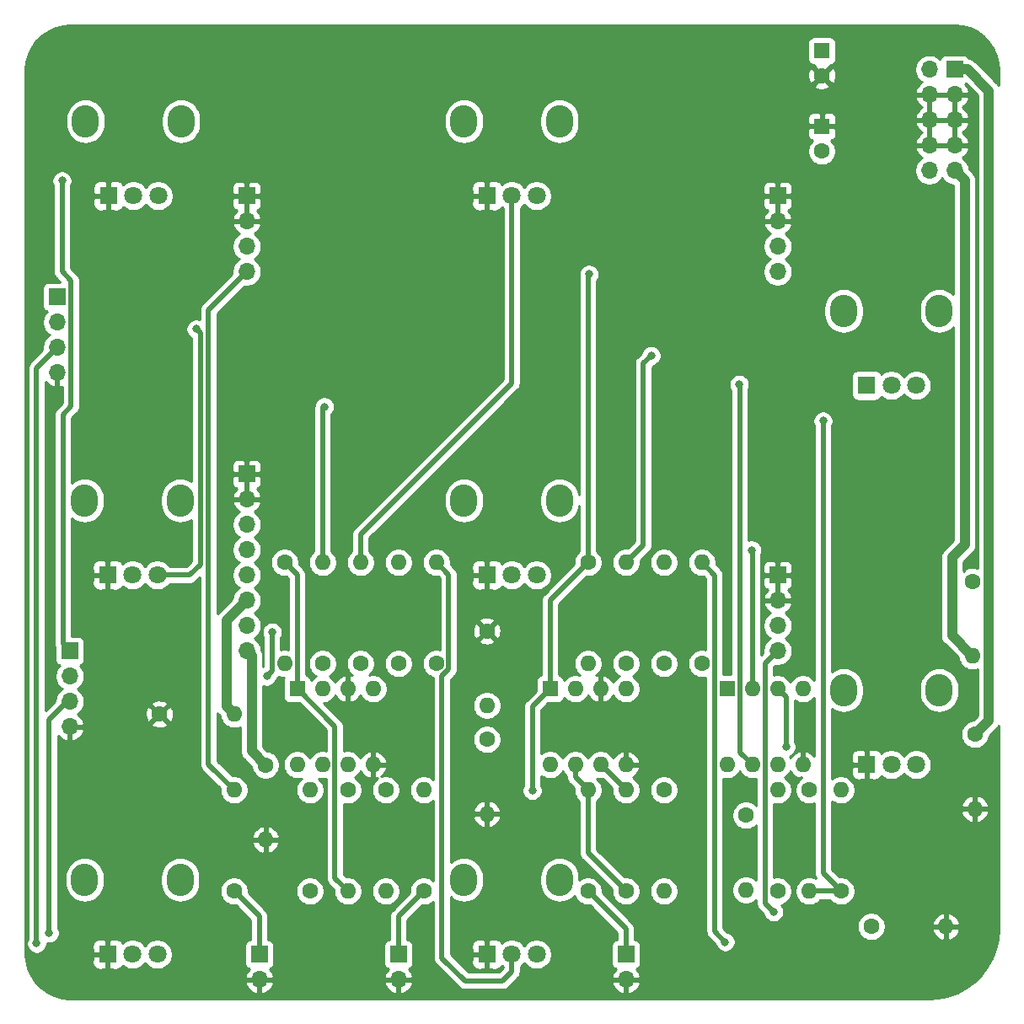
<source format=gbr>
G04 #@! TF.GenerationSoftware,KiCad,Pcbnew,5.1.6-c6e7f7d~86~ubuntu18.04.1*
G04 #@! TF.CreationDate,2020-06-20T09:53:32-04:00*
G04 #@! TF.ProjectId,filter_carrier_board,66696c74-6572-45f6-9361-72726965725f,rev?*
G04 #@! TF.SameCoordinates,Original*
G04 #@! TF.FileFunction,Copper,L1,Top*
G04 #@! TF.FilePolarity,Positive*
%FSLAX46Y46*%
G04 Gerber Fmt 4.6, Leading zero omitted, Abs format (unit mm)*
G04 Created by KiCad (PCBNEW 5.1.6-c6e7f7d~86~ubuntu18.04.1) date 2020-06-20 09:53:32*
%MOMM*%
%LPD*%
G01*
G04 APERTURE LIST*
G04 #@! TA.AperFunction,ComponentPad*
%ADD10O,1.600000X1.600000*%
G04 #@! TD*
G04 #@! TA.AperFunction,ComponentPad*
%ADD11R,1.600000X1.600000*%
G04 #@! TD*
G04 #@! TA.AperFunction,ComponentPad*
%ADD12C,1.600000*%
G04 #@! TD*
G04 #@! TA.AperFunction,ComponentPad*
%ADD13O,2.720000X3.240000*%
G04 #@! TD*
G04 #@! TA.AperFunction,ComponentPad*
%ADD14C,1.800000*%
G04 #@! TD*
G04 #@! TA.AperFunction,ComponentPad*
%ADD15R,1.800000X1.800000*%
G04 #@! TD*
G04 #@! TA.AperFunction,ComponentPad*
%ADD16O,1.700000X1.700000*%
G04 #@! TD*
G04 #@! TA.AperFunction,ComponentPad*
%ADD17R,1.700000X1.700000*%
G04 #@! TD*
G04 #@! TA.AperFunction,ViaPad*
%ADD18C,0.800000*%
G04 #@! TD*
G04 #@! TA.AperFunction,Conductor*
%ADD19C,1.000000*%
G04 #@! TD*
G04 #@! TA.AperFunction,Conductor*
%ADD20C,0.500000*%
G04 #@! TD*
G04 #@! TA.AperFunction,Conductor*
%ADD21C,0.254000*%
G04 #@! TD*
G04 APERTURE END LIST*
D10*
X172720000Y-125730000D03*
X180340000Y-118110000D03*
X175260000Y-125730000D03*
X177800000Y-118110000D03*
X177800000Y-125730000D03*
X175260000Y-118110000D03*
X180340000Y-125730000D03*
D11*
X172720000Y-118110000D03*
D10*
X177800000Y-128270000D03*
D12*
X177800000Y-138430000D03*
D10*
X180975000Y-138430000D03*
D12*
X180975000Y-128270000D03*
D10*
X197358000Y-114808000D03*
D12*
X197358000Y-107308000D03*
D10*
X197612000Y-130182000D03*
D12*
X197612000Y-122682000D03*
D10*
X174625000Y-138310000D03*
D12*
X174625000Y-130810000D03*
D10*
X194698000Y-141986000D03*
D12*
X187198000Y-141986000D03*
D10*
X129540000Y-125730000D03*
X137160000Y-118110000D03*
X132080000Y-125730000D03*
X134620000Y-118110000D03*
X134620000Y-125730000D03*
X132080000Y-118110000D03*
X137160000Y-125730000D03*
D11*
X129540000Y-118110000D03*
D10*
X154940000Y-125730000D03*
X162560000Y-118110000D03*
X157480000Y-125730000D03*
X160020000Y-118110000D03*
X160020000Y-125730000D03*
X157480000Y-118110000D03*
X162560000Y-125730000D03*
D11*
X154940000Y-118110000D03*
D13*
X184430000Y-118230000D03*
X194030000Y-118230000D03*
D14*
X191730000Y-125730000D03*
X189230000Y-125730000D03*
D15*
X186730000Y-125730000D03*
D13*
X146290000Y-137280000D03*
X155890000Y-137280000D03*
D14*
X153590000Y-144780000D03*
X151090000Y-144780000D03*
D15*
X148590000Y-144780000D03*
D13*
X146290000Y-99180000D03*
X155890000Y-99180000D03*
D14*
X153590000Y-106680000D03*
X151090000Y-106680000D03*
D15*
X148590000Y-106680000D03*
D13*
X146290000Y-61080000D03*
X155890000Y-61080000D03*
D14*
X153590000Y-68580000D03*
X151090000Y-68580000D03*
D15*
X148590000Y-68580000D03*
D13*
X184430000Y-80130000D03*
X194030000Y-80130000D03*
D14*
X191730000Y-87630000D03*
X189230000Y-87630000D03*
D15*
X186730000Y-87630000D03*
D13*
X108190000Y-137280000D03*
X117790000Y-137280000D03*
D14*
X115490000Y-144780000D03*
X112990000Y-144780000D03*
D15*
X110490000Y-144780000D03*
D13*
X108190000Y-99180000D03*
X117790000Y-99180000D03*
D14*
X115490000Y-106680000D03*
X112990000Y-106680000D03*
D15*
X110490000Y-106680000D03*
D13*
X108270000Y-61080000D03*
X117870000Y-61080000D03*
D14*
X115570000Y-68580000D03*
X113070000Y-68580000D03*
D15*
X110570000Y-68580000D03*
D10*
X184150000Y-128270000D03*
D12*
X184150000Y-138430000D03*
D10*
X123190000Y-128270000D03*
D12*
X123190000Y-138430000D03*
D10*
X158750000Y-128270000D03*
D12*
X158750000Y-138430000D03*
D10*
X162560000Y-128270000D03*
D12*
X162560000Y-138430000D03*
D10*
X130810000Y-128270000D03*
D12*
X130810000Y-138430000D03*
D10*
X142240000Y-128270000D03*
D12*
X142240000Y-138430000D03*
D10*
X166370000Y-138430000D03*
D12*
X166370000Y-128270000D03*
D10*
X134620000Y-138430000D03*
D12*
X134620000Y-128270000D03*
D10*
X138430000Y-138430000D03*
D12*
X138430000Y-128270000D03*
D10*
X128270000Y-115570000D03*
D12*
X128270000Y-105410000D03*
D10*
X158750000Y-115570000D03*
D12*
X158750000Y-105410000D03*
D10*
X143510000Y-105410000D03*
D12*
X143510000Y-115570000D03*
D10*
X139700000Y-105410000D03*
D12*
X139700000Y-115570000D03*
D10*
X135890000Y-105410000D03*
D12*
X135890000Y-115570000D03*
D10*
X132080000Y-105410000D03*
D12*
X132080000Y-115570000D03*
D10*
X170180000Y-105410000D03*
D12*
X170180000Y-115570000D03*
D10*
X166370000Y-105410000D03*
D12*
X166370000Y-115570000D03*
D10*
X162560000Y-105410000D03*
D12*
X162560000Y-115570000D03*
D16*
X193040000Y-66040000D03*
X195580000Y-66040000D03*
X193040000Y-63500000D03*
X195580000Y-63500000D03*
X193040000Y-60960000D03*
X195580000Y-60960000D03*
X193040000Y-58420000D03*
X195580000Y-58420000D03*
X193040000Y-55880000D03*
D17*
X195580000Y-55880000D03*
D16*
X125730000Y-147320000D03*
D17*
X125730000Y-144780000D03*
D16*
X124460000Y-114300000D03*
X124460000Y-111760000D03*
X124460000Y-109220000D03*
X124460000Y-106680000D03*
X124460000Y-104140000D03*
X124460000Y-101600000D03*
X124460000Y-99060000D03*
D17*
X124460000Y-96520000D03*
D16*
X124460000Y-76200000D03*
X124460000Y-73660000D03*
X124460000Y-71120000D03*
D17*
X124460000Y-68580000D03*
D16*
X162560000Y-147320000D03*
D17*
X162560000Y-144780000D03*
D16*
X177800000Y-114300000D03*
X177800000Y-111760000D03*
X177800000Y-109220000D03*
D17*
X177800000Y-106680000D03*
D16*
X177800000Y-76200000D03*
X177800000Y-73660000D03*
X177800000Y-71120000D03*
D17*
X177800000Y-68580000D03*
D16*
X139700000Y-147320000D03*
D17*
X139700000Y-144780000D03*
D16*
X105410000Y-86360000D03*
X105410000Y-83820000D03*
X105410000Y-81280000D03*
D17*
X105410000Y-78740000D03*
D16*
X106680000Y-121920000D03*
X106680000Y-119380000D03*
X106680000Y-116840000D03*
D17*
X106680000Y-114300000D03*
D10*
X123190000Y-120650000D03*
D12*
X115690000Y-120650000D03*
D10*
X126359920Y-133255400D03*
D12*
X126359920Y-125755400D03*
D10*
X148590000Y-119786400D03*
D12*
X148590000Y-112286400D03*
D10*
X148590000Y-130690000D03*
D12*
X148590000Y-123190000D03*
X182245000Y-64095000D03*
D11*
X182245000Y-61595000D03*
D12*
X182245000Y-56515000D03*
D11*
X182245000Y-54015000D03*
D18*
X104627680Y-142636240D03*
X127010160Y-112410240D03*
X126492000Y-116840000D03*
X105918000Y-67056000D03*
X103352600Y-143687800D03*
X119385080Y-81960720D03*
X153162000Y-128320800D03*
X158851600Y-76454000D03*
X177393600Y-140512800D03*
X175193960Y-104170480D03*
X165100000Y-84632800D03*
X172526960Y-143525240D03*
X132257800Y-89773760D03*
X182372000Y-91186000D03*
X173954440Y-87528400D03*
X178643280Y-123926600D03*
D19*
X124968000Y-114808000D02*
X124460000Y-114300000D01*
X126359920Y-125755400D02*
X124968000Y-124363480D01*
X124968000Y-124363480D02*
X124968000Y-114808000D01*
X196875400Y-55880000D02*
X195580000Y-55880000D01*
X199021700Y-58026300D02*
X196875400Y-55880000D01*
X199021700Y-80225935D02*
X199021700Y-58026300D01*
X199009000Y-80238635D02*
X199021700Y-80225935D01*
X197612000Y-122682000D02*
X199009000Y-121285000D01*
X199009000Y-121285000D02*
X199009000Y-80238635D01*
X195326000Y-66294000D02*
X195834000Y-66294000D01*
X195580000Y-66040000D02*
X195326000Y-66294000D01*
X196596000Y-67056000D02*
X196596000Y-103632000D01*
X195326000Y-112776000D02*
X197243700Y-114693700D01*
X195834000Y-66294000D02*
X196596000Y-67056000D01*
X197243700Y-114693700D02*
X197465810Y-114693700D01*
X196596000Y-103632000D02*
X195326000Y-104902000D01*
X195326000Y-104902000D02*
X195326000Y-112776000D01*
X122428000Y-111252000D02*
X124460000Y-109220000D01*
X123190000Y-120650000D02*
X122428000Y-119888000D01*
X122428000Y-119888000D02*
X122428000Y-111252000D01*
D20*
X104627680Y-121178320D02*
X104627680Y-142636240D01*
X106680000Y-119380000D02*
X106426000Y-119380000D01*
X106426000Y-119380000D02*
X104627680Y-121178320D01*
X127010160Y-116321840D02*
X126492000Y-116840000D01*
X127010160Y-112410240D02*
X127010160Y-116321840D01*
X105918000Y-76200000D02*
X105918000Y-67056000D01*
X106826003Y-89729357D02*
X106826003Y-77108003D01*
X105994200Y-90561160D02*
X106826003Y-89729357D01*
X106826003Y-77108003D02*
X105918000Y-76200000D01*
X106680000Y-114300000D02*
X105994200Y-113614200D01*
X105994200Y-113614200D02*
X105994200Y-90561160D01*
X103352600Y-85877400D02*
X105410000Y-83820000D01*
X103352600Y-143687800D02*
X103352600Y-85877400D01*
X119791480Y-82367120D02*
X119385080Y-81960720D01*
X119791480Y-105623360D02*
X119791480Y-82367120D01*
X115490000Y-106680000D02*
X118734840Y-106680000D01*
X118734840Y-106680000D02*
X119791480Y-105623360D01*
X139700000Y-140970000D02*
X142240000Y-138430000D01*
X139700000Y-144780000D02*
X139700000Y-140970000D01*
X154940000Y-109220000D02*
X158750000Y-105410000D01*
X154940000Y-118110000D02*
X154940000Y-109220000D01*
X153162000Y-119888000D02*
X154940000Y-118110000D01*
X153162000Y-128320800D02*
X153162000Y-119888000D01*
X158750000Y-105410000D02*
X158750000Y-76555600D01*
X158750000Y-76555600D02*
X158851600Y-76454000D01*
X176549999Y-115550001D02*
X177800000Y-114300000D01*
X176549999Y-139669199D02*
X176549999Y-115550001D01*
X177393600Y-140512800D02*
X176549999Y-139669199D01*
X162560000Y-142240000D02*
X158750000Y-138430000D01*
X162560000Y-144780000D02*
X162560000Y-142240000D01*
X120636359Y-125716359D02*
X120636359Y-80023641D01*
X120636359Y-80023641D02*
X124460000Y-76200000D01*
X123190000Y-128270000D02*
X120636359Y-125716359D01*
X175260000Y-104236520D02*
X175193960Y-104170480D01*
X175260000Y-118110000D02*
X175260000Y-104236520D01*
X125730000Y-140970000D02*
X123190000Y-138430000D01*
X125730000Y-144780000D02*
X125730000Y-140970000D01*
X164300001Y-85432799D02*
X165100000Y-84632800D01*
X162560000Y-105410000D02*
X164300001Y-103669999D01*
X164300001Y-103669999D02*
X164300001Y-85432799D01*
X171470320Y-116949678D02*
X171470320Y-106700320D01*
X171469999Y-116949999D02*
X171470320Y-116949678D01*
X171470320Y-106700320D02*
X170180000Y-105410000D01*
X171469999Y-119270001D02*
X171469999Y-116949999D01*
X171470320Y-142468600D02*
X171470320Y-126330322D01*
X171469999Y-125129999D02*
X171470320Y-125129678D01*
X172526960Y-143525240D02*
X171470320Y-142468600D01*
X171470320Y-126330322D02*
X171469999Y-126330001D01*
X171469999Y-126330001D02*
X171469999Y-125129999D01*
X171470320Y-119270322D02*
X171469999Y-119270001D01*
X171470320Y-125129678D02*
X171470320Y-119270322D01*
X132080000Y-105410000D02*
X132080000Y-89951560D01*
X132080000Y-89951560D02*
X132257800Y-89773760D01*
X135890000Y-102590600D02*
X135890000Y-105410000D01*
X151090000Y-68580000D02*
X151090000Y-87390600D01*
X151090000Y-87390600D02*
X135890000Y-102590600D01*
X151090000Y-144780000D02*
X151090000Y-146496400D01*
X151090000Y-146496400D02*
X150139400Y-147447000D01*
X150139400Y-147447000D02*
X146392900Y-147447000D01*
X146392900Y-147447000D02*
X144081500Y-145135600D01*
X144760001Y-116170001D02*
X144760001Y-106660001D01*
X144081500Y-116848502D02*
X144760001Y-116170001D01*
X144760001Y-106660001D02*
X143510000Y-105410000D01*
X144081500Y-145135600D02*
X144081500Y-116848502D01*
X129540000Y-106680000D02*
X128270000Y-105410000D01*
X129540000Y-118110000D02*
X129540000Y-106680000D01*
X133330001Y-121900001D02*
X129540000Y-118110000D01*
X133330001Y-137140001D02*
X133330001Y-121900001D01*
X134620000Y-138430000D02*
X133330001Y-137140001D01*
X160020000Y-125730000D02*
X162560000Y-128270000D01*
X157480000Y-127000000D02*
X158750000Y-128270000D01*
X157480000Y-125730000D02*
X157480000Y-127000000D01*
X158750000Y-134620000D02*
X162560000Y-138430000D01*
X158750000Y-128270000D02*
X158750000Y-134620000D01*
X180975000Y-138430000D02*
X184150000Y-138430000D01*
X184150000Y-138430000D02*
X182372000Y-136652000D01*
X182372000Y-136652000D02*
X182372000Y-91186000D01*
X174009999Y-87583959D02*
X173954440Y-87528400D01*
X175260000Y-125730000D02*
X174009999Y-124479999D01*
X174009999Y-124479999D02*
X174009999Y-87583959D01*
X178643280Y-118953280D02*
X177800000Y-118110000D01*
X178643280Y-123926600D02*
X178643280Y-118953280D01*
D21*
G36*
X196362249Y-51532437D02*
G01*
X197119774Y-51739672D01*
X197828625Y-52077777D01*
X198466404Y-52536067D01*
X199012946Y-53100055D01*
X199450977Y-53751913D01*
X199766651Y-54471038D01*
X199951206Y-55239768D01*
X200000001Y-55904221D01*
X200000001Y-57448835D01*
X199969984Y-57392677D01*
X199863689Y-57263156D01*
X199863687Y-57263154D01*
X199828149Y-57219851D01*
X199784846Y-57184313D01*
X197717396Y-55116864D01*
X197681849Y-55073551D01*
X197509023Y-54931716D01*
X197311847Y-54826324D01*
X197097899Y-54761423D01*
X197001380Y-54751917D01*
X196960537Y-54675506D01*
X196881185Y-54578815D01*
X196784494Y-54499463D01*
X196674180Y-54440498D01*
X196554482Y-54404188D01*
X196430000Y-54391928D01*
X194730000Y-54391928D01*
X194605518Y-54404188D01*
X194485820Y-54440498D01*
X194375506Y-54499463D01*
X194278815Y-54578815D01*
X194199463Y-54675506D01*
X194140498Y-54785820D01*
X194118487Y-54858380D01*
X193986632Y-54726525D01*
X193743411Y-54564010D01*
X193473158Y-54452068D01*
X193186260Y-54395000D01*
X192893740Y-54395000D01*
X192606842Y-54452068D01*
X192336589Y-54564010D01*
X192093368Y-54726525D01*
X191886525Y-54933368D01*
X191724010Y-55176589D01*
X191612068Y-55446842D01*
X191555000Y-55733740D01*
X191555000Y-56026260D01*
X191612068Y-56313158D01*
X191724010Y-56583411D01*
X191886525Y-56826632D01*
X192093368Y-57033475D01*
X192275534Y-57155195D01*
X192158645Y-57224822D01*
X191942412Y-57419731D01*
X191768359Y-57653080D01*
X191643175Y-57915901D01*
X191598524Y-58063110D01*
X191719845Y-58293000D01*
X192913000Y-58293000D01*
X192913000Y-58273000D01*
X193167000Y-58273000D01*
X193167000Y-58293000D01*
X195453000Y-58293000D01*
X195453000Y-58273000D01*
X195707000Y-58273000D01*
X195707000Y-58293000D01*
X196900155Y-58293000D01*
X197021476Y-58063110D01*
X196976825Y-57915901D01*
X196851641Y-57653080D01*
X196677588Y-57419731D01*
X196593534Y-57343966D01*
X196674180Y-57319502D01*
X196697373Y-57307105D01*
X197886701Y-58496434D01*
X197886700Y-80053937D01*
X197868509Y-80238635D01*
X197874001Y-80294397D01*
X197874000Y-105964622D01*
X197844004Y-105950429D01*
X197569816Y-105881700D01*
X197287488Y-105867783D01*
X197007870Y-105909213D01*
X196741708Y-106004397D01*
X196616486Y-106071329D01*
X196544903Y-106315296D01*
X196461000Y-106231393D01*
X196461000Y-105372131D01*
X197359140Y-104473992D01*
X197402449Y-104438449D01*
X197544284Y-104265623D01*
X197649676Y-104068447D01*
X197714577Y-103854499D01*
X197715662Y-103843488D01*
X197721577Y-103783423D01*
X197731000Y-103687752D01*
X197731000Y-103687745D01*
X197736490Y-103632001D01*
X197731000Y-103576257D01*
X197731000Y-67111752D01*
X197736491Y-67056000D01*
X197714577Y-66833501D01*
X197649676Y-66619553D01*
X197544284Y-66422377D01*
X197522822Y-66396226D01*
X197402449Y-66249551D01*
X197359140Y-66214008D01*
X197065000Y-65919868D01*
X197065000Y-65893740D01*
X197007932Y-65606842D01*
X196895990Y-65336589D01*
X196733475Y-65093368D01*
X196526632Y-64886525D01*
X196344466Y-64764805D01*
X196461355Y-64695178D01*
X196677588Y-64500269D01*
X196851641Y-64266920D01*
X196976825Y-64004099D01*
X197021476Y-63856890D01*
X196900155Y-63627000D01*
X195707000Y-63627000D01*
X195707000Y-63647000D01*
X195453000Y-63647000D01*
X195453000Y-63627000D01*
X193167000Y-63627000D01*
X193167000Y-63647000D01*
X192913000Y-63647000D01*
X192913000Y-63627000D01*
X191719845Y-63627000D01*
X191598524Y-63856890D01*
X191643175Y-64004099D01*
X191768359Y-64266920D01*
X191942412Y-64500269D01*
X192158645Y-64695178D01*
X192275534Y-64764805D01*
X192093368Y-64886525D01*
X191886525Y-65093368D01*
X191724010Y-65336589D01*
X191612068Y-65606842D01*
X191555000Y-65893740D01*
X191555000Y-66186260D01*
X191612068Y-66473158D01*
X191724010Y-66743411D01*
X191886525Y-66986632D01*
X192093368Y-67193475D01*
X192336589Y-67355990D01*
X192606842Y-67467932D01*
X192893740Y-67525000D01*
X193186260Y-67525000D01*
X193473158Y-67467932D01*
X193743411Y-67355990D01*
X193986632Y-67193475D01*
X194193475Y-66986632D01*
X194310000Y-66812240D01*
X194340207Y-66857447D01*
X194377716Y-66927623D01*
X194519551Y-67100449D01*
X194692377Y-67242284D01*
X194762553Y-67279793D01*
X194876589Y-67355990D01*
X195146842Y-67467932D01*
X195433740Y-67525000D01*
X195459868Y-67525000D01*
X195461000Y-67526132D01*
X195461000Y-78468944D01*
X195447503Y-78452497D01*
X195143725Y-78203193D01*
X194797147Y-78017943D01*
X194421088Y-77903867D01*
X194030000Y-77865348D01*
X193638913Y-77903867D01*
X193262854Y-78017943D01*
X192916276Y-78203193D01*
X192612498Y-78452497D01*
X192363193Y-78756275D01*
X192177943Y-79102853D01*
X192063867Y-79478912D01*
X192035000Y-79772002D01*
X192035000Y-80487997D01*
X192063867Y-80781087D01*
X192177943Y-81157146D01*
X192363193Y-81503725D01*
X192612497Y-81807503D01*
X192916275Y-82056807D01*
X193262853Y-82242057D01*
X193638912Y-82356133D01*
X194030000Y-82394652D01*
X194421087Y-82356133D01*
X194797146Y-82242057D01*
X195143725Y-82056807D01*
X195447503Y-81807503D01*
X195461000Y-81791056D01*
X195461001Y-103161867D01*
X194562865Y-104060004D01*
X194519551Y-104095551D01*
X194377716Y-104268377D01*
X194302013Y-104410010D01*
X194272324Y-104465554D01*
X194207423Y-104679502D01*
X194185509Y-104902000D01*
X194191000Y-104957752D01*
X194191001Y-112720239D01*
X194185509Y-112776000D01*
X194207423Y-112998498D01*
X194272324Y-113212446D01*
X194321384Y-113304230D01*
X194377717Y-113409623D01*
X194519552Y-113582449D01*
X194562860Y-113617991D01*
X195930150Y-114985282D01*
X195978147Y-115226574D01*
X196086320Y-115487727D01*
X196243363Y-115722759D01*
X196443241Y-115922637D01*
X196678273Y-116079680D01*
X196939426Y-116187853D01*
X197216665Y-116243000D01*
X197499335Y-116243000D01*
X197776574Y-116187853D01*
X197874000Y-116147498D01*
X197874000Y-120814868D01*
X197434718Y-121254150D01*
X197193426Y-121302147D01*
X196932273Y-121410320D01*
X196697241Y-121567363D01*
X196497363Y-121767241D01*
X196340320Y-122002273D01*
X196232147Y-122263426D01*
X196177000Y-122540665D01*
X196177000Y-122823335D01*
X196232147Y-123100574D01*
X196340320Y-123361727D01*
X196497363Y-123596759D01*
X196697241Y-123796637D01*
X196932273Y-123953680D01*
X197193426Y-124061853D01*
X197470665Y-124117000D01*
X197753335Y-124117000D01*
X198030574Y-124061853D01*
X198291727Y-123953680D01*
X198526759Y-123796637D01*
X198726637Y-123596759D01*
X198883680Y-123361727D01*
X198991853Y-123100574D01*
X199039850Y-122859282D01*
X199772140Y-122126992D01*
X199815449Y-122091449D01*
X199957284Y-121918623D01*
X200000000Y-121838706D01*
X200000000Y-142216094D01*
X199925382Y-143244470D01*
X199708262Y-144227896D01*
X199351454Y-145169675D01*
X198862424Y-146050095D01*
X198251435Y-146850684D01*
X197531268Y-147554694D01*
X196717013Y-148147370D01*
X195825731Y-148616296D01*
X194876099Y-148951647D01*
X193884309Y-149147127D01*
X193019835Y-149200000D01*
X106709392Y-149200000D01*
X105897751Y-149127563D01*
X105140226Y-148920328D01*
X104431373Y-148582221D01*
X103793590Y-148123928D01*
X103360382Y-147676890D01*
X124288524Y-147676890D01*
X124333175Y-147824099D01*
X124458359Y-148086920D01*
X124632412Y-148320269D01*
X124848645Y-148515178D01*
X125098748Y-148664157D01*
X125373109Y-148761481D01*
X125603000Y-148640814D01*
X125603000Y-147447000D01*
X125857000Y-147447000D01*
X125857000Y-148640814D01*
X126086891Y-148761481D01*
X126361252Y-148664157D01*
X126611355Y-148515178D01*
X126827588Y-148320269D01*
X127001641Y-148086920D01*
X127126825Y-147824099D01*
X127171476Y-147676890D01*
X138258524Y-147676890D01*
X138303175Y-147824099D01*
X138428359Y-148086920D01*
X138602412Y-148320269D01*
X138818645Y-148515178D01*
X139068748Y-148664157D01*
X139343109Y-148761481D01*
X139573000Y-148640814D01*
X139573000Y-147447000D01*
X139827000Y-147447000D01*
X139827000Y-148640814D01*
X140056891Y-148761481D01*
X140331252Y-148664157D01*
X140581355Y-148515178D01*
X140797588Y-148320269D01*
X140971641Y-148086920D01*
X141096825Y-147824099D01*
X141141476Y-147676890D01*
X141020155Y-147447000D01*
X139827000Y-147447000D01*
X139573000Y-147447000D01*
X138379845Y-147447000D01*
X138258524Y-147676890D01*
X127171476Y-147676890D01*
X127050155Y-147447000D01*
X125857000Y-147447000D01*
X125603000Y-147447000D01*
X124409845Y-147447000D01*
X124288524Y-147676890D01*
X103360382Y-147676890D01*
X103247054Y-147559945D01*
X102809022Y-146908085D01*
X102493349Y-146188963D01*
X102371159Y-145680000D01*
X108951928Y-145680000D01*
X108964188Y-145804482D01*
X109000498Y-145924180D01*
X109059463Y-146034494D01*
X109138815Y-146131185D01*
X109235506Y-146210537D01*
X109345820Y-146269502D01*
X109465518Y-146305812D01*
X109590000Y-146318072D01*
X110204250Y-146315000D01*
X110363000Y-146156250D01*
X110363000Y-144907000D01*
X109113750Y-144907000D01*
X108955000Y-145065750D01*
X108951928Y-145680000D01*
X102371159Y-145680000D01*
X102308794Y-145420232D01*
X102260000Y-144755792D01*
X102260000Y-143585861D01*
X102317600Y-143585861D01*
X102317600Y-143789739D01*
X102357374Y-143989698D01*
X102435395Y-144178056D01*
X102548663Y-144347574D01*
X102692826Y-144491737D01*
X102862344Y-144605005D01*
X103050702Y-144683026D01*
X103250661Y-144722800D01*
X103454539Y-144722800D01*
X103654498Y-144683026D01*
X103842856Y-144605005D01*
X104012374Y-144491737D01*
X104156537Y-144347574D01*
X104269805Y-144178056D01*
X104347826Y-143989698D01*
X104369646Y-143880000D01*
X108951928Y-143880000D01*
X108955000Y-144494250D01*
X109113750Y-144653000D01*
X110363000Y-144653000D01*
X110363000Y-143403750D01*
X110617000Y-143403750D01*
X110617000Y-144653000D01*
X110637000Y-144653000D01*
X110637000Y-144907000D01*
X110617000Y-144907000D01*
X110617000Y-146156250D01*
X110775750Y-146315000D01*
X111390000Y-146318072D01*
X111514482Y-146305812D01*
X111634180Y-146269502D01*
X111744494Y-146210537D01*
X111841185Y-146131185D01*
X111920537Y-146034494D01*
X111973880Y-145934697D01*
X112011495Y-145972312D01*
X112262905Y-146140299D01*
X112542257Y-146256011D01*
X112838816Y-146315000D01*
X113141184Y-146315000D01*
X113437743Y-146256011D01*
X113717095Y-146140299D01*
X113968505Y-145972312D01*
X114182312Y-145758505D01*
X114240000Y-145672169D01*
X114297688Y-145758505D01*
X114511495Y-145972312D01*
X114762905Y-146140299D01*
X115042257Y-146256011D01*
X115338816Y-146315000D01*
X115641184Y-146315000D01*
X115937743Y-146256011D01*
X116217095Y-146140299D01*
X116468505Y-145972312D01*
X116682312Y-145758505D01*
X116850299Y-145507095D01*
X116966011Y-145227743D01*
X117025000Y-144931184D01*
X117025000Y-144628816D01*
X116966011Y-144332257D01*
X116850299Y-144052905D01*
X116682312Y-143801495D01*
X116468505Y-143587688D01*
X116217095Y-143419701D01*
X115937743Y-143303989D01*
X115641184Y-143245000D01*
X115338816Y-143245000D01*
X115042257Y-143303989D01*
X114762905Y-143419701D01*
X114511495Y-143587688D01*
X114297688Y-143801495D01*
X114240000Y-143887831D01*
X114182312Y-143801495D01*
X113968505Y-143587688D01*
X113717095Y-143419701D01*
X113437743Y-143303989D01*
X113141184Y-143245000D01*
X112838816Y-143245000D01*
X112542257Y-143303989D01*
X112262905Y-143419701D01*
X112011495Y-143587688D01*
X111973880Y-143625303D01*
X111920537Y-143525506D01*
X111841185Y-143428815D01*
X111744494Y-143349463D01*
X111634180Y-143290498D01*
X111514482Y-143254188D01*
X111390000Y-143241928D01*
X110775750Y-143245000D01*
X110617000Y-143403750D01*
X110363000Y-143403750D01*
X110204250Y-143245000D01*
X109590000Y-143241928D01*
X109465518Y-143254188D01*
X109345820Y-143290498D01*
X109235506Y-143349463D01*
X109138815Y-143428815D01*
X109059463Y-143525506D01*
X109000498Y-143635820D01*
X108964188Y-143755518D01*
X108951928Y-143880000D01*
X104369646Y-143880000D01*
X104387600Y-143789739D01*
X104387600Y-143643762D01*
X104525741Y-143671240D01*
X104729619Y-143671240D01*
X104929578Y-143631466D01*
X105117936Y-143553445D01*
X105287454Y-143440177D01*
X105431617Y-143296014D01*
X105544885Y-143126496D01*
X105622906Y-142938138D01*
X105662680Y-142738179D01*
X105662680Y-142534301D01*
X105622906Y-142334342D01*
X105544885Y-142145984D01*
X105512680Y-142097786D01*
X105512680Y-136922002D01*
X106195000Y-136922002D01*
X106195000Y-137637997D01*
X106223867Y-137931087D01*
X106337943Y-138307146D01*
X106523193Y-138653725D01*
X106772497Y-138957503D01*
X107076275Y-139206807D01*
X107422853Y-139392057D01*
X107798912Y-139506133D01*
X108190000Y-139544652D01*
X108581087Y-139506133D01*
X108957146Y-139392057D01*
X109303725Y-139206807D01*
X109607503Y-138957503D01*
X109856807Y-138653725D01*
X110042057Y-138307147D01*
X110156133Y-137931088D01*
X110185000Y-137637998D01*
X110185000Y-136922003D01*
X110185000Y-136922002D01*
X115795000Y-136922002D01*
X115795000Y-137637997D01*
X115823867Y-137931087D01*
X115937943Y-138307146D01*
X116123193Y-138653725D01*
X116372497Y-138957503D01*
X116676275Y-139206807D01*
X117022853Y-139392057D01*
X117398912Y-139506133D01*
X117790000Y-139544652D01*
X118181087Y-139506133D01*
X118557146Y-139392057D01*
X118903725Y-139206807D01*
X119207503Y-138957503D01*
X119456807Y-138653725D01*
X119642057Y-138307147D01*
X119647663Y-138288665D01*
X121755000Y-138288665D01*
X121755000Y-138571335D01*
X121810147Y-138848574D01*
X121918320Y-139109727D01*
X122075363Y-139344759D01*
X122275241Y-139544637D01*
X122510273Y-139701680D01*
X122771426Y-139809853D01*
X123048665Y-139865000D01*
X123331335Y-139865000D01*
X123366439Y-139858017D01*
X124845001Y-141336580D01*
X124845000Y-143295375D01*
X124755518Y-143304188D01*
X124635820Y-143340498D01*
X124525506Y-143399463D01*
X124428815Y-143478815D01*
X124349463Y-143575506D01*
X124290498Y-143685820D01*
X124254188Y-143805518D01*
X124241928Y-143930000D01*
X124241928Y-145630000D01*
X124254188Y-145754482D01*
X124290498Y-145874180D01*
X124349463Y-145984494D01*
X124428815Y-146081185D01*
X124525506Y-146160537D01*
X124635820Y-146219502D01*
X124716466Y-146243966D01*
X124632412Y-146319731D01*
X124458359Y-146553080D01*
X124333175Y-146815901D01*
X124288524Y-146963110D01*
X124409845Y-147193000D01*
X125603000Y-147193000D01*
X125603000Y-147173000D01*
X125857000Y-147173000D01*
X125857000Y-147193000D01*
X127050155Y-147193000D01*
X127171476Y-146963110D01*
X127126825Y-146815901D01*
X127001641Y-146553080D01*
X126827588Y-146319731D01*
X126743534Y-146243966D01*
X126824180Y-146219502D01*
X126934494Y-146160537D01*
X127031185Y-146081185D01*
X127110537Y-145984494D01*
X127169502Y-145874180D01*
X127205812Y-145754482D01*
X127218072Y-145630000D01*
X127218072Y-143930000D01*
X138211928Y-143930000D01*
X138211928Y-145630000D01*
X138224188Y-145754482D01*
X138260498Y-145874180D01*
X138319463Y-145984494D01*
X138398815Y-146081185D01*
X138495506Y-146160537D01*
X138605820Y-146219502D01*
X138686466Y-146243966D01*
X138602412Y-146319731D01*
X138428359Y-146553080D01*
X138303175Y-146815901D01*
X138258524Y-146963110D01*
X138379845Y-147193000D01*
X139573000Y-147193000D01*
X139573000Y-147173000D01*
X139827000Y-147173000D01*
X139827000Y-147193000D01*
X141020155Y-147193000D01*
X141141476Y-146963110D01*
X141096825Y-146815901D01*
X140971641Y-146553080D01*
X140797588Y-146319731D01*
X140713534Y-146243966D01*
X140794180Y-146219502D01*
X140904494Y-146160537D01*
X141001185Y-146081185D01*
X141080537Y-145984494D01*
X141139502Y-145874180D01*
X141175812Y-145754482D01*
X141188072Y-145630000D01*
X141188072Y-143930000D01*
X141175812Y-143805518D01*
X141139502Y-143685820D01*
X141080537Y-143575506D01*
X141001185Y-143478815D01*
X140904494Y-143399463D01*
X140794180Y-143340498D01*
X140674482Y-143304188D01*
X140585000Y-143295375D01*
X140585000Y-141336578D01*
X142063561Y-139858017D01*
X142098665Y-139865000D01*
X142381335Y-139865000D01*
X142658574Y-139809853D01*
X142919727Y-139701680D01*
X143154759Y-139544637D01*
X143196500Y-139502896D01*
X143196500Y-145092131D01*
X143192219Y-145135600D01*
X143196500Y-145179069D01*
X143196500Y-145179076D01*
X143203382Y-145248948D01*
X143209305Y-145309090D01*
X143224657Y-145359696D01*
X143259911Y-145475912D01*
X143342089Y-145629658D01*
X143452683Y-145764417D01*
X143486456Y-145792134D01*
X145736370Y-148042049D01*
X145764083Y-148075817D01*
X145797851Y-148103530D01*
X145797853Y-148103532D01*
X145869352Y-148162210D01*
X145898841Y-148186411D01*
X146052587Y-148268589D01*
X146219410Y-148319195D01*
X146349423Y-148332000D01*
X146349433Y-148332000D01*
X146392899Y-148336281D01*
X146436365Y-148332000D01*
X150095931Y-148332000D01*
X150139400Y-148336281D01*
X150182869Y-148332000D01*
X150182877Y-148332000D01*
X150312890Y-148319195D01*
X150479713Y-148268589D01*
X150633459Y-148186411D01*
X150768217Y-148075817D01*
X150795934Y-148042044D01*
X151161088Y-147676890D01*
X161118524Y-147676890D01*
X161163175Y-147824099D01*
X161288359Y-148086920D01*
X161462412Y-148320269D01*
X161678645Y-148515178D01*
X161928748Y-148664157D01*
X162203109Y-148761481D01*
X162433000Y-148640814D01*
X162433000Y-147447000D01*
X162687000Y-147447000D01*
X162687000Y-148640814D01*
X162916891Y-148761481D01*
X163191252Y-148664157D01*
X163441355Y-148515178D01*
X163657588Y-148320269D01*
X163831641Y-148086920D01*
X163956825Y-147824099D01*
X164001476Y-147676890D01*
X163880155Y-147447000D01*
X162687000Y-147447000D01*
X162433000Y-147447000D01*
X161239845Y-147447000D01*
X161118524Y-147676890D01*
X151161088Y-147676890D01*
X151685049Y-147152930D01*
X151718817Y-147125217D01*
X151777660Y-147053518D01*
X151805210Y-147019948D01*
X151829411Y-146990459D01*
X151911589Y-146836713D01*
X151962195Y-146669890D01*
X151975000Y-146539877D01*
X151975000Y-146539867D01*
X151979281Y-146496401D01*
X151975000Y-146452935D01*
X151975000Y-146034790D01*
X152068505Y-145972312D01*
X152282312Y-145758505D01*
X152340000Y-145672169D01*
X152397688Y-145758505D01*
X152611495Y-145972312D01*
X152862905Y-146140299D01*
X153142257Y-146256011D01*
X153438816Y-146315000D01*
X153741184Y-146315000D01*
X154037743Y-146256011D01*
X154317095Y-146140299D01*
X154568505Y-145972312D01*
X154782312Y-145758505D01*
X154950299Y-145507095D01*
X155066011Y-145227743D01*
X155125000Y-144931184D01*
X155125000Y-144628816D01*
X155066011Y-144332257D01*
X154950299Y-144052905D01*
X154782312Y-143801495D01*
X154568505Y-143587688D01*
X154317095Y-143419701D01*
X154037743Y-143303989D01*
X153741184Y-143245000D01*
X153438816Y-143245000D01*
X153142257Y-143303989D01*
X152862905Y-143419701D01*
X152611495Y-143587688D01*
X152397688Y-143801495D01*
X152340000Y-143887831D01*
X152282312Y-143801495D01*
X152068505Y-143587688D01*
X151817095Y-143419701D01*
X151537743Y-143303989D01*
X151241184Y-143245000D01*
X150938816Y-143245000D01*
X150642257Y-143303989D01*
X150362905Y-143419701D01*
X150111495Y-143587688D01*
X150073880Y-143625303D01*
X150020537Y-143525506D01*
X149941185Y-143428815D01*
X149844494Y-143349463D01*
X149734180Y-143290498D01*
X149614482Y-143254188D01*
X149490000Y-143241928D01*
X148875750Y-143245000D01*
X148717000Y-143403750D01*
X148717000Y-144653000D01*
X148737000Y-144653000D01*
X148737000Y-144907000D01*
X148717000Y-144907000D01*
X148717000Y-146156250D01*
X148875750Y-146315000D01*
X149490000Y-146318072D01*
X149614482Y-146305812D01*
X149734180Y-146269502D01*
X149844494Y-146210537D01*
X149941185Y-146131185D01*
X150020537Y-146034494D01*
X150073880Y-145934697D01*
X150111495Y-145972312D01*
X150205001Y-146034791D01*
X150205001Y-146129821D01*
X149772822Y-146562000D01*
X146759479Y-146562000D01*
X145877479Y-145680000D01*
X147051928Y-145680000D01*
X147064188Y-145804482D01*
X147100498Y-145924180D01*
X147159463Y-146034494D01*
X147238815Y-146131185D01*
X147335506Y-146210537D01*
X147445820Y-146269502D01*
X147565518Y-146305812D01*
X147690000Y-146318072D01*
X148304250Y-146315000D01*
X148463000Y-146156250D01*
X148463000Y-144907000D01*
X147213750Y-144907000D01*
X147055000Y-145065750D01*
X147051928Y-145680000D01*
X145877479Y-145680000D01*
X144966500Y-144769022D01*
X144966500Y-143880000D01*
X147051928Y-143880000D01*
X147055000Y-144494250D01*
X147213750Y-144653000D01*
X148463000Y-144653000D01*
X148463000Y-143403750D01*
X148304250Y-143245000D01*
X147690000Y-143241928D01*
X147565518Y-143254188D01*
X147445820Y-143290498D01*
X147335506Y-143349463D01*
X147238815Y-143428815D01*
X147159463Y-143525506D01*
X147100498Y-143635820D01*
X147064188Y-143755518D01*
X147051928Y-143880000D01*
X144966500Y-143880000D01*
X144966500Y-139034649D01*
X145176275Y-139206807D01*
X145522853Y-139392057D01*
X145898912Y-139506133D01*
X146290000Y-139544652D01*
X146681087Y-139506133D01*
X147057146Y-139392057D01*
X147403725Y-139206807D01*
X147707503Y-138957503D01*
X147956807Y-138653725D01*
X148142057Y-138307147D01*
X148256133Y-137931088D01*
X148285000Y-137637998D01*
X148285000Y-136922003D01*
X148285000Y-136922002D01*
X153895000Y-136922002D01*
X153895000Y-137637997D01*
X153923867Y-137931087D01*
X154037943Y-138307146D01*
X154223193Y-138653725D01*
X154472497Y-138957503D01*
X154776275Y-139206807D01*
X155122853Y-139392057D01*
X155498912Y-139506133D01*
X155890000Y-139544652D01*
X156281087Y-139506133D01*
X156657146Y-139392057D01*
X157003725Y-139206807D01*
X157307503Y-138957503D01*
X157379120Y-138870237D01*
X157478320Y-139109727D01*
X157635363Y-139344759D01*
X157835241Y-139544637D01*
X158070273Y-139701680D01*
X158331426Y-139809853D01*
X158608665Y-139865000D01*
X158891335Y-139865000D01*
X158926439Y-139858017D01*
X161675001Y-142606580D01*
X161675001Y-143295375D01*
X161585518Y-143304188D01*
X161465820Y-143340498D01*
X161355506Y-143399463D01*
X161258815Y-143478815D01*
X161179463Y-143575506D01*
X161120498Y-143685820D01*
X161084188Y-143805518D01*
X161071928Y-143930000D01*
X161071928Y-145630000D01*
X161084188Y-145754482D01*
X161120498Y-145874180D01*
X161179463Y-145984494D01*
X161258815Y-146081185D01*
X161355506Y-146160537D01*
X161465820Y-146219502D01*
X161546466Y-146243966D01*
X161462412Y-146319731D01*
X161288359Y-146553080D01*
X161163175Y-146815901D01*
X161118524Y-146963110D01*
X161239845Y-147193000D01*
X162433000Y-147193000D01*
X162433000Y-147173000D01*
X162687000Y-147173000D01*
X162687000Y-147193000D01*
X163880155Y-147193000D01*
X164001476Y-146963110D01*
X163956825Y-146815901D01*
X163831641Y-146553080D01*
X163657588Y-146319731D01*
X163573534Y-146243966D01*
X163654180Y-146219502D01*
X163764494Y-146160537D01*
X163861185Y-146081185D01*
X163940537Y-145984494D01*
X163999502Y-145874180D01*
X164035812Y-145754482D01*
X164048072Y-145630000D01*
X164048072Y-143930000D01*
X164035812Y-143805518D01*
X163999502Y-143685820D01*
X163940537Y-143575506D01*
X163861185Y-143478815D01*
X163764494Y-143399463D01*
X163654180Y-143340498D01*
X163534482Y-143304188D01*
X163445000Y-143295375D01*
X163445000Y-142283469D01*
X163449281Y-142240000D01*
X163445000Y-142196531D01*
X163445000Y-142196523D01*
X163432195Y-142066510D01*
X163381589Y-141899687D01*
X163381589Y-141899686D01*
X163299411Y-141745941D01*
X163216532Y-141644953D01*
X163216530Y-141644951D01*
X163188817Y-141611183D01*
X163155049Y-141583470D01*
X160178017Y-138606439D01*
X160185000Y-138571335D01*
X160185000Y-138288665D01*
X160129853Y-138011426D01*
X160021680Y-137750273D01*
X159864637Y-137515241D01*
X159664759Y-137315363D01*
X159429727Y-137158320D01*
X159168574Y-137050147D01*
X158891335Y-136995000D01*
X158608665Y-136995000D01*
X158331426Y-137050147D01*
X158070273Y-137158320D01*
X157885000Y-137282115D01*
X157885000Y-136922003D01*
X157856133Y-136628913D01*
X157742057Y-136252853D01*
X157556807Y-135906275D01*
X157307503Y-135602497D01*
X157003725Y-135353193D01*
X156657147Y-135167943D01*
X156281088Y-135053867D01*
X155890000Y-135015348D01*
X155498913Y-135053867D01*
X155122854Y-135167943D01*
X154776276Y-135353193D01*
X154472498Y-135602497D01*
X154223193Y-135906275D01*
X154037943Y-136252853D01*
X153923867Y-136628912D01*
X153895000Y-136922002D01*
X148285000Y-136922002D01*
X148256133Y-136628913D01*
X148142057Y-136252853D01*
X147956807Y-135906275D01*
X147707503Y-135602497D01*
X147403725Y-135353193D01*
X147057147Y-135167943D01*
X146681088Y-135053867D01*
X146290000Y-135015348D01*
X145898913Y-135053867D01*
X145522854Y-135167943D01*
X145176276Y-135353193D01*
X144966500Y-135525352D01*
X144966500Y-131039040D01*
X147198091Y-131039040D01*
X147292930Y-131303881D01*
X147437615Y-131545131D01*
X147626586Y-131753519D01*
X147852580Y-131921037D01*
X148106913Y-132041246D01*
X148240961Y-132081904D01*
X148463000Y-131959915D01*
X148463000Y-130817000D01*
X148717000Y-130817000D01*
X148717000Y-131959915D01*
X148939039Y-132081904D01*
X149073087Y-132041246D01*
X149327420Y-131921037D01*
X149553414Y-131753519D01*
X149742385Y-131545131D01*
X149887070Y-131303881D01*
X149981909Y-131039040D01*
X149860624Y-130817000D01*
X148717000Y-130817000D01*
X148463000Y-130817000D01*
X147319376Y-130817000D01*
X147198091Y-131039040D01*
X144966500Y-131039040D01*
X144966500Y-130340960D01*
X147198091Y-130340960D01*
X147319376Y-130563000D01*
X148463000Y-130563000D01*
X148463000Y-129420085D01*
X148717000Y-129420085D01*
X148717000Y-130563000D01*
X149860624Y-130563000D01*
X149981909Y-130340960D01*
X149887070Y-130076119D01*
X149742385Y-129834869D01*
X149553414Y-129626481D01*
X149327420Y-129458963D01*
X149073087Y-129338754D01*
X148939039Y-129298096D01*
X148717000Y-129420085D01*
X148463000Y-129420085D01*
X148240961Y-129298096D01*
X148106913Y-129338754D01*
X147852580Y-129458963D01*
X147626586Y-129626481D01*
X147437615Y-129834869D01*
X147292930Y-130076119D01*
X147198091Y-130340960D01*
X144966500Y-130340960D01*
X144966500Y-128218861D01*
X152127000Y-128218861D01*
X152127000Y-128422739D01*
X152166774Y-128622698D01*
X152244795Y-128811056D01*
X152358063Y-128980574D01*
X152502226Y-129124737D01*
X152671744Y-129238005D01*
X152860102Y-129316026D01*
X153060061Y-129355800D01*
X153263939Y-129355800D01*
X153463898Y-129316026D01*
X153652256Y-129238005D01*
X153821774Y-129124737D01*
X153965937Y-128980574D01*
X154079205Y-128811056D01*
X154157226Y-128622698D01*
X154197000Y-128422739D01*
X154197000Y-128218861D01*
X154157226Y-128018902D01*
X154079205Y-127830544D01*
X154047000Y-127782346D01*
X154047000Y-126859176D01*
X154260273Y-127001680D01*
X154521426Y-127109853D01*
X154798665Y-127165000D01*
X155081335Y-127165000D01*
X155358574Y-127109853D01*
X155619727Y-127001680D01*
X155854759Y-126844637D01*
X156054637Y-126644759D01*
X156210000Y-126412241D01*
X156365363Y-126644759D01*
X156565241Y-126844637D01*
X156595001Y-126864522D01*
X156595001Y-126956522D01*
X156590719Y-127000000D01*
X156607805Y-127173490D01*
X156658412Y-127340313D01*
X156740590Y-127494059D01*
X156823468Y-127595046D01*
X156823471Y-127595049D01*
X156851184Y-127628817D01*
X156884951Y-127656529D01*
X157321983Y-128093561D01*
X157315000Y-128128665D01*
X157315000Y-128411335D01*
X157370147Y-128688574D01*
X157478320Y-128949727D01*
X157635363Y-129184759D01*
X157835241Y-129384637D01*
X157865000Y-129404521D01*
X157865001Y-134576521D01*
X157860719Y-134620000D01*
X157877805Y-134793490D01*
X157928412Y-134960313D01*
X158010590Y-135114059D01*
X158093468Y-135215046D01*
X158093471Y-135215049D01*
X158121184Y-135248817D01*
X158154951Y-135276530D01*
X161131983Y-138253561D01*
X161125000Y-138288665D01*
X161125000Y-138571335D01*
X161180147Y-138848574D01*
X161288320Y-139109727D01*
X161445363Y-139344759D01*
X161645241Y-139544637D01*
X161880273Y-139701680D01*
X162141426Y-139809853D01*
X162418665Y-139865000D01*
X162701335Y-139865000D01*
X162978574Y-139809853D01*
X163239727Y-139701680D01*
X163474759Y-139544637D01*
X163674637Y-139344759D01*
X163831680Y-139109727D01*
X163939853Y-138848574D01*
X163995000Y-138571335D01*
X163995000Y-138288665D01*
X164935000Y-138288665D01*
X164935000Y-138571335D01*
X164990147Y-138848574D01*
X165098320Y-139109727D01*
X165255363Y-139344759D01*
X165455241Y-139544637D01*
X165690273Y-139701680D01*
X165951426Y-139809853D01*
X166228665Y-139865000D01*
X166511335Y-139865000D01*
X166788574Y-139809853D01*
X167049727Y-139701680D01*
X167284759Y-139544637D01*
X167484637Y-139344759D01*
X167641680Y-139109727D01*
X167749853Y-138848574D01*
X167805000Y-138571335D01*
X167805000Y-138288665D01*
X167749853Y-138011426D01*
X167641680Y-137750273D01*
X167484637Y-137515241D01*
X167284759Y-137315363D01*
X167049727Y-137158320D01*
X166788574Y-137050147D01*
X166511335Y-136995000D01*
X166228665Y-136995000D01*
X165951426Y-137050147D01*
X165690273Y-137158320D01*
X165455241Y-137315363D01*
X165255363Y-137515241D01*
X165098320Y-137750273D01*
X164990147Y-138011426D01*
X164935000Y-138288665D01*
X163995000Y-138288665D01*
X163939853Y-138011426D01*
X163831680Y-137750273D01*
X163674637Y-137515241D01*
X163474759Y-137315363D01*
X163239727Y-137158320D01*
X162978574Y-137050147D01*
X162701335Y-136995000D01*
X162418665Y-136995000D01*
X162383561Y-137001983D01*
X159635000Y-134253422D01*
X159635000Y-129404521D01*
X159664759Y-129384637D01*
X159864637Y-129184759D01*
X160021680Y-128949727D01*
X160129853Y-128688574D01*
X160185000Y-128411335D01*
X160185000Y-128128665D01*
X160129853Y-127851426D01*
X160021680Y-127590273D01*
X159864637Y-127355241D01*
X159664759Y-127155363D01*
X159588856Y-127104646D01*
X159601426Y-127109853D01*
X159878665Y-127165000D01*
X160161335Y-127165000D01*
X160196439Y-127158017D01*
X161131983Y-128093561D01*
X161125000Y-128128665D01*
X161125000Y-128411335D01*
X161180147Y-128688574D01*
X161288320Y-128949727D01*
X161445363Y-129184759D01*
X161645241Y-129384637D01*
X161880273Y-129541680D01*
X162141426Y-129649853D01*
X162418665Y-129705000D01*
X162701335Y-129705000D01*
X162978574Y-129649853D01*
X163239727Y-129541680D01*
X163474759Y-129384637D01*
X163674637Y-129184759D01*
X163831680Y-128949727D01*
X163939853Y-128688574D01*
X163995000Y-128411335D01*
X163995000Y-128128665D01*
X164935000Y-128128665D01*
X164935000Y-128411335D01*
X164990147Y-128688574D01*
X165098320Y-128949727D01*
X165255363Y-129184759D01*
X165455241Y-129384637D01*
X165690273Y-129541680D01*
X165951426Y-129649853D01*
X166228665Y-129705000D01*
X166511335Y-129705000D01*
X166788574Y-129649853D01*
X167049727Y-129541680D01*
X167284759Y-129384637D01*
X167484637Y-129184759D01*
X167641680Y-128949727D01*
X167749853Y-128688574D01*
X167805000Y-128411335D01*
X167805000Y-128128665D01*
X167749853Y-127851426D01*
X167641680Y-127590273D01*
X167484637Y-127355241D01*
X167284759Y-127155363D01*
X167049727Y-126998320D01*
X166788574Y-126890147D01*
X166511335Y-126835000D01*
X166228665Y-126835000D01*
X165951426Y-126890147D01*
X165690273Y-126998320D01*
X165455241Y-127155363D01*
X165255363Y-127355241D01*
X165098320Y-127590273D01*
X164990147Y-127851426D01*
X164935000Y-128128665D01*
X163995000Y-128128665D01*
X163939853Y-127851426D01*
X163831680Y-127590273D01*
X163674637Y-127355241D01*
X163474759Y-127155363D01*
X163239727Y-126998320D01*
X163228435Y-126993643D01*
X163297420Y-126961037D01*
X163523414Y-126793519D01*
X163712385Y-126585131D01*
X163857070Y-126343881D01*
X163951909Y-126079040D01*
X163830624Y-125857000D01*
X162687000Y-125857000D01*
X162687000Y-125877000D01*
X162433000Y-125877000D01*
X162433000Y-125857000D01*
X162413000Y-125857000D01*
X162413000Y-125603000D01*
X162433000Y-125603000D01*
X162433000Y-124460085D01*
X162687000Y-124460085D01*
X162687000Y-125603000D01*
X163830624Y-125603000D01*
X163951909Y-125380960D01*
X163857070Y-125116119D01*
X163712385Y-124874869D01*
X163523414Y-124666481D01*
X163297420Y-124498963D01*
X163043087Y-124378754D01*
X162909039Y-124338096D01*
X162687000Y-124460085D01*
X162433000Y-124460085D01*
X162210961Y-124338096D01*
X162076913Y-124378754D01*
X161822580Y-124498963D01*
X161596586Y-124666481D01*
X161407615Y-124874869D01*
X161296067Y-125060865D01*
X161291680Y-125050273D01*
X161134637Y-124815241D01*
X160934759Y-124615363D01*
X160699727Y-124458320D01*
X160438574Y-124350147D01*
X160161335Y-124295000D01*
X159878665Y-124295000D01*
X159601426Y-124350147D01*
X159340273Y-124458320D01*
X159105241Y-124615363D01*
X158905363Y-124815241D01*
X158750000Y-125047759D01*
X158594637Y-124815241D01*
X158394759Y-124615363D01*
X158159727Y-124458320D01*
X157898574Y-124350147D01*
X157621335Y-124295000D01*
X157338665Y-124295000D01*
X157061426Y-124350147D01*
X156800273Y-124458320D01*
X156565241Y-124615363D01*
X156365363Y-124815241D01*
X156210000Y-125047759D01*
X156054637Y-124815241D01*
X155854759Y-124615363D01*
X155619727Y-124458320D01*
X155358574Y-124350147D01*
X155081335Y-124295000D01*
X154798665Y-124295000D01*
X154521426Y-124350147D01*
X154260273Y-124458320D01*
X154047000Y-124600824D01*
X154047000Y-120254578D01*
X154753507Y-119548072D01*
X155740000Y-119548072D01*
X155864482Y-119535812D01*
X155984180Y-119499502D01*
X156094494Y-119440537D01*
X156191185Y-119361185D01*
X156270537Y-119264494D01*
X156329502Y-119154180D01*
X156365812Y-119034482D01*
X156366643Y-119026039D01*
X156565241Y-119224637D01*
X156800273Y-119381680D01*
X157061426Y-119489853D01*
X157338665Y-119545000D01*
X157621335Y-119545000D01*
X157898574Y-119489853D01*
X158159727Y-119381680D01*
X158394759Y-119224637D01*
X158594637Y-119024759D01*
X158751680Y-118789727D01*
X158756067Y-118779135D01*
X158867615Y-118965131D01*
X159056586Y-119173519D01*
X159282580Y-119341037D01*
X159536913Y-119461246D01*
X159670961Y-119501904D01*
X159893000Y-119379915D01*
X159893000Y-118237000D01*
X159873000Y-118237000D01*
X159873000Y-117983000D01*
X159893000Y-117983000D01*
X159893000Y-116840085D01*
X160147000Y-116840085D01*
X160147000Y-117983000D01*
X160167000Y-117983000D01*
X160167000Y-118237000D01*
X160147000Y-118237000D01*
X160147000Y-119379915D01*
X160369039Y-119501904D01*
X160503087Y-119461246D01*
X160757420Y-119341037D01*
X160983414Y-119173519D01*
X161172385Y-118965131D01*
X161283933Y-118779135D01*
X161288320Y-118789727D01*
X161445363Y-119024759D01*
X161645241Y-119224637D01*
X161880273Y-119381680D01*
X162141426Y-119489853D01*
X162418665Y-119545000D01*
X162701335Y-119545000D01*
X162978574Y-119489853D01*
X163239727Y-119381680D01*
X163474759Y-119224637D01*
X163674637Y-119024759D01*
X163831680Y-118789727D01*
X163939853Y-118528574D01*
X163995000Y-118251335D01*
X163995000Y-117968665D01*
X163939853Y-117691426D01*
X163831680Y-117430273D01*
X163674637Y-117195241D01*
X163474759Y-116995363D01*
X163242241Y-116840000D01*
X163474759Y-116684637D01*
X163674637Y-116484759D01*
X163831680Y-116249727D01*
X163939853Y-115988574D01*
X163995000Y-115711335D01*
X163995000Y-115428665D01*
X164935000Y-115428665D01*
X164935000Y-115711335D01*
X164990147Y-115988574D01*
X165098320Y-116249727D01*
X165255363Y-116484759D01*
X165455241Y-116684637D01*
X165690273Y-116841680D01*
X165951426Y-116949853D01*
X166228665Y-117005000D01*
X166511335Y-117005000D01*
X166788574Y-116949853D01*
X167049727Y-116841680D01*
X167284759Y-116684637D01*
X167484637Y-116484759D01*
X167641680Y-116249727D01*
X167749853Y-115988574D01*
X167805000Y-115711335D01*
X167805000Y-115428665D01*
X167749853Y-115151426D01*
X167641680Y-114890273D01*
X167484637Y-114655241D01*
X167284759Y-114455363D01*
X167049727Y-114298320D01*
X166788574Y-114190147D01*
X166511335Y-114135000D01*
X166228665Y-114135000D01*
X165951426Y-114190147D01*
X165690273Y-114298320D01*
X165455241Y-114455363D01*
X165255363Y-114655241D01*
X165098320Y-114890273D01*
X164990147Y-115151426D01*
X164935000Y-115428665D01*
X163995000Y-115428665D01*
X163939853Y-115151426D01*
X163831680Y-114890273D01*
X163674637Y-114655241D01*
X163474759Y-114455363D01*
X163239727Y-114298320D01*
X162978574Y-114190147D01*
X162701335Y-114135000D01*
X162418665Y-114135000D01*
X162141426Y-114190147D01*
X161880273Y-114298320D01*
X161645241Y-114455363D01*
X161445363Y-114655241D01*
X161288320Y-114890273D01*
X161180147Y-115151426D01*
X161125000Y-115428665D01*
X161125000Y-115711335D01*
X161180147Y-115988574D01*
X161288320Y-116249727D01*
X161445363Y-116484759D01*
X161645241Y-116684637D01*
X161877759Y-116840000D01*
X161645241Y-116995363D01*
X161445363Y-117195241D01*
X161288320Y-117430273D01*
X161283933Y-117440865D01*
X161172385Y-117254869D01*
X160983414Y-117046481D01*
X160757420Y-116878963D01*
X160503087Y-116758754D01*
X160369039Y-116718096D01*
X160147000Y-116840085D01*
X159893000Y-116840085D01*
X159670961Y-116718096D01*
X159567902Y-116749355D01*
X159664759Y-116684637D01*
X159864637Y-116484759D01*
X160021680Y-116249727D01*
X160129853Y-115988574D01*
X160185000Y-115711335D01*
X160185000Y-115428665D01*
X160129853Y-115151426D01*
X160021680Y-114890273D01*
X159864637Y-114655241D01*
X159664759Y-114455363D01*
X159429727Y-114298320D01*
X159168574Y-114190147D01*
X158891335Y-114135000D01*
X158608665Y-114135000D01*
X158331426Y-114190147D01*
X158070273Y-114298320D01*
X157835241Y-114455363D01*
X157635363Y-114655241D01*
X157478320Y-114890273D01*
X157370147Y-115151426D01*
X157315000Y-115428665D01*
X157315000Y-115711335D01*
X157370147Y-115988574D01*
X157478320Y-116249727D01*
X157635363Y-116484759D01*
X157835241Y-116684637D01*
X157911144Y-116735354D01*
X157898574Y-116730147D01*
X157621335Y-116675000D01*
X157338665Y-116675000D01*
X157061426Y-116730147D01*
X156800273Y-116838320D01*
X156565241Y-116995363D01*
X156366643Y-117193961D01*
X156365812Y-117185518D01*
X156329502Y-117065820D01*
X156270537Y-116955506D01*
X156191185Y-116858815D01*
X156094494Y-116779463D01*
X155984180Y-116720498D01*
X155864482Y-116684188D01*
X155825000Y-116680299D01*
X155825000Y-109586578D01*
X158573561Y-106838017D01*
X158608665Y-106845000D01*
X158891335Y-106845000D01*
X159168574Y-106789853D01*
X159429727Y-106681680D01*
X159664759Y-106524637D01*
X159864637Y-106324759D01*
X160021680Y-106089727D01*
X160129853Y-105828574D01*
X160185000Y-105551335D01*
X160185000Y-105268665D01*
X161125000Y-105268665D01*
X161125000Y-105551335D01*
X161180147Y-105828574D01*
X161288320Y-106089727D01*
X161445363Y-106324759D01*
X161645241Y-106524637D01*
X161880273Y-106681680D01*
X162141426Y-106789853D01*
X162418665Y-106845000D01*
X162701335Y-106845000D01*
X162978574Y-106789853D01*
X163239727Y-106681680D01*
X163474759Y-106524637D01*
X163674637Y-106324759D01*
X163831680Y-106089727D01*
X163939853Y-105828574D01*
X163995000Y-105551335D01*
X163995000Y-105268665D01*
X164935000Y-105268665D01*
X164935000Y-105551335D01*
X164990147Y-105828574D01*
X165098320Y-106089727D01*
X165255363Y-106324759D01*
X165455241Y-106524637D01*
X165690273Y-106681680D01*
X165951426Y-106789853D01*
X166228665Y-106845000D01*
X166511335Y-106845000D01*
X166788574Y-106789853D01*
X167049727Y-106681680D01*
X167284759Y-106524637D01*
X167484637Y-106324759D01*
X167641680Y-106089727D01*
X167749853Y-105828574D01*
X167805000Y-105551335D01*
X167805000Y-105268665D01*
X168745000Y-105268665D01*
X168745000Y-105551335D01*
X168800147Y-105828574D01*
X168908320Y-106089727D01*
X169065363Y-106324759D01*
X169265241Y-106524637D01*
X169500273Y-106681680D01*
X169761426Y-106789853D01*
X170038665Y-106845000D01*
X170321335Y-106845000D01*
X170356439Y-106838017D01*
X170585321Y-107066900D01*
X170585320Y-114187511D01*
X170321335Y-114135000D01*
X170038665Y-114135000D01*
X169761426Y-114190147D01*
X169500273Y-114298320D01*
X169265241Y-114455363D01*
X169065363Y-114655241D01*
X168908320Y-114890273D01*
X168800147Y-115151426D01*
X168745000Y-115428665D01*
X168745000Y-115711335D01*
X168800147Y-115988574D01*
X168908320Y-116249727D01*
X169065363Y-116484759D01*
X169265241Y-116684637D01*
X169500273Y-116841680D01*
X169761426Y-116949853D01*
X170038665Y-117005000D01*
X170321335Y-117005000D01*
X170581047Y-116953339D01*
X170585000Y-116993478D01*
X170584999Y-119226532D01*
X170580718Y-119270001D01*
X170584999Y-119313470D01*
X170584999Y-119313477D01*
X170585321Y-119316746D01*
X170585320Y-125083270D01*
X170580718Y-125129999D01*
X170585000Y-125173477D01*
X170584999Y-126286531D01*
X170580718Y-126330001D01*
X170584999Y-126373470D01*
X170584999Y-126373477D01*
X170585321Y-126376746D01*
X170585320Y-142425131D01*
X170581039Y-142468600D01*
X170585320Y-142512069D01*
X170585320Y-142512076D01*
X170592041Y-142580313D01*
X170598125Y-142642090D01*
X170609871Y-142680811D01*
X170648731Y-142808912D01*
X170730909Y-142962658D01*
X170841503Y-143097417D01*
X170875276Y-143125134D01*
X171520425Y-143770284D01*
X171531734Y-143827138D01*
X171609755Y-144015496D01*
X171723023Y-144185014D01*
X171867186Y-144329177D01*
X172036704Y-144442445D01*
X172225062Y-144520466D01*
X172425021Y-144560240D01*
X172628899Y-144560240D01*
X172828858Y-144520466D01*
X173017216Y-144442445D01*
X173186734Y-144329177D01*
X173330897Y-144185014D01*
X173444165Y-144015496D01*
X173522186Y-143827138D01*
X173561960Y-143627179D01*
X173561960Y-143423301D01*
X173522186Y-143223342D01*
X173444165Y-143034984D01*
X173330897Y-142865466D01*
X173186734Y-142721303D01*
X173017216Y-142608035D01*
X172828858Y-142530014D01*
X172772004Y-142518705D01*
X172355320Y-142102022D01*
X172355320Y-141844665D01*
X185763000Y-141844665D01*
X185763000Y-142127335D01*
X185818147Y-142404574D01*
X185926320Y-142665727D01*
X186083363Y-142900759D01*
X186283241Y-143100637D01*
X186518273Y-143257680D01*
X186779426Y-143365853D01*
X187056665Y-143421000D01*
X187339335Y-143421000D01*
X187616574Y-143365853D01*
X187877727Y-143257680D01*
X188112759Y-143100637D01*
X188312637Y-142900759D01*
X188469680Y-142665727D01*
X188577853Y-142404574D01*
X188591684Y-142335039D01*
X193306096Y-142335039D01*
X193346754Y-142469087D01*
X193466963Y-142723420D01*
X193634481Y-142949414D01*
X193842869Y-143138385D01*
X194084119Y-143283070D01*
X194348960Y-143377909D01*
X194571000Y-143256624D01*
X194571000Y-142113000D01*
X194825000Y-142113000D01*
X194825000Y-143256624D01*
X195047040Y-143377909D01*
X195311881Y-143283070D01*
X195553131Y-143138385D01*
X195761519Y-142949414D01*
X195929037Y-142723420D01*
X196049246Y-142469087D01*
X196089904Y-142335039D01*
X195967915Y-142113000D01*
X194825000Y-142113000D01*
X194571000Y-142113000D01*
X193428085Y-142113000D01*
X193306096Y-142335039D01*
X188591684Y-142335039D01*
X188633000Y-142127335D01*
X188633000Y-141844665D01*
X188591685Y-141636961D01*
X193306096Y-141636961D01*
X193428085Y-141859000D01*
X194571000Y-141859000D01*
X194571000Y-140715376D01*
X194825000Y-140715376D01*
X194825000Y-141859000D01*
X195967915Y-141859000D01*
X196089904Y-141636961D01*
X196049246Y-141502913D01*
X195929037Y-141248580D01*
X195761519Y-141022586D01*
X195553131Y-140833615D01*
X195311881Y-140688930D01*
X195047040Y-140594091D01*
X194825000Y-140715376D01*
X194571000Y-140715376D01*
X194348960Y-140594091D01*
X194084119Y-140688930D01*
X193842869Y-140833615D01*
X193634481Y-141022586D01*
X193466963Y-141248580D01*
X193346754Y-141502913D01*
X193306096Y-141636961D01*
X188591685Y-141636961D01*
X188577853Y-141567426D01*
X188469680Y-141306273D01*
X188312637Y-141071241D01*
X188112759Y-140871363D01*
X187877727Y-140714320D01*
X187616574Y-140606147D01*
X187339335Y-140551000D01*
X187056665Y-140551000D01*
X186779426Y-140606147D01*
X186518273Y-140714320D01*
X186283241Y-140871363D01*
X186083363Y-141071241D01*
X185926320Y-141306273D01*
X185818147Y-141567426D01*
X185763000Y-141844665D01*
X172355320Y-141844665D01*
X172355320Y-127120573D01*
X172578665Y-127165000D01*
X172861335Y-127165000D01*
X173138574Y-127109853D01*
X173399727Y-127001680D01*
X173634759Y-126844637D01*
X173834637Y-126644759D01*
X173990000Y-126412241D01*
X174145363Y-126644759D01*
X174345241Y-126844637D01*
X174580273Y-127001680D01*
X174841426Y-127109853D01*
X175118665Y-127165000D01*
X175401335Y-127165000D01*
X175665000Y-127112553D01*
X175664999Y-129820603D01*
X175539759Y-129695363D01*
X175304727Y-129538320D01*
X175043574Y-129430147D01*
X174766335Y-129375000D01*
X174483665Y-129375000D01*
X174206426Y-129430147D01*
X173945273Y-129538320D01*
X173710241Y-129695363D01*
X173510363Y-129895241D01*
X173353320Y-130130273D01*
X173245147Y-130391426D01*
X173190000Y-130668665D01*
X173190000Y-130951335D01*
X173245147Y-131228574D01*
X173353320Y-131489727D01*
X173510363Y-131724759D01*
X173710241Y-131924637D01*
X173945273Y-132081680D01*
X174206426Y-132189853D01*
X174483665Y-132245000D01*
X174766335Y-132245000D01*
X175043574Y-132189853D01*
X175304727Y-132081680D01*
X175539759Y-131924637D01*
X175664999Y-131799397D01*
X175664999Y-137320603D01*
X175539759Y-137195363D01*
X175304727Y-137038320D01*
X175043574Y-136930147D01*
X174766335Y-136875000D01*
X174483665Y-136875000D01*
X174206426Y-136930147D01*
X173945273Y-137038320D01*
X173710241Y-137195363D01*
X173510363Y-137395241D01*
X173353320Y-137630273D01*
X173245147Y-137891426D01*
X173190000Y-138168665D01*
X173190000Y-138451335D01*
X173245147Y-138728574D01*
X173353320Y-138989727D01*
X173510363Y-139224759D01*
X173710241Y-139424637D01*
X173945273Y-139581680D01*
X174206426Y-139689853D01*
X174483665Y-139745000D01*
X174766335Y-139745000D01*
X175043574Y-139689853D01*
X175304727Y-139581680D01*
X175539759Y-139424637D01*
X175664999Y-139299397D01*
X175664999Y-139625730D01*
X175660718Y-139669199D01*
X175664999Y-139712668D01*
X175664999Y-139712675D01*
X175677804Y-139842688D01*
X175728410Y-140009511D01*
X175810588Y-140163257D01*
X175921182Y-140298016D01*
X175954955Y-140325733D01*
X176387065Y-140757844D01*
X176398374Y-140814698D01*
X176476395Y-141003056D01*
X176589663Y-141172574D01*
X176733826Y-141316737D01*
X176903344Y-141430005D01*
X177091702Y-141508026D01*
X177291661Y-141547800D01*
X177495539Y-141547800D01*
X177695498Y-141508026D01*
X177883856Y-141430005D01*
X178053374Y-141316737D01*
X178197537Y-141172574D01*
X178310805Y-141003056D01*
X178388826Y-140814698D01*
X178428600Y-140614739D01*
X178428600Y-140410861D01*
X178388826Y-140210902D01*
X178310805Y-140022544D01*
X178197537Y-139853026D01*
X178165017Y-139820506D01*
X178218574Y-139809853D01*
X178479727Y-139701680D01*
X178714759Y-139544637D01*
X178914637Y-139344759D01*
X179071680Y-139109727D01*
X179179853Y-138848574D01*
X179235000Y-138571335D01*
X179235000Y-138288665D01*
X179179853Y-138011426D01*
X179071680Y-137750273D01*
X178914637Y-137515241D01*
X178714759Y-137315363D01*
X178479727Y-137158320D01*
X178218574Y-137050147D01*
X177941335Y-136995000D01*
X177658665Y-136995000D01*
X177434999Y-137039491D01*
X177434999Y-129660509D01*
X177658665Y-129705000D01*
X177941335Y-129705000D01*
X178218574Y-129649853D01*
X178479727Y-129541680D01*
X178714759Y-129384637D01*
X178914637Y-129184759D01*
X179071680Y-128949727D01*
X179179853Y-128688574D01*
X179235000Y-128411335D01*
X179235000Y-128128665D01*
X179179853Y-127851426D01*
X179071680Y-127590273D01*
X178914637Y-127355241D01*
X178714759Y-127155363D01*
X178482241Y-127000000D01*
X178714759Y-126844637D01*
X178914637Y-126644759D01*
X179071680Y-126409727D01*
X179076067Y-126399135D01*
X179187615Y-126585131D01*
X179376586Y-126793519D01*
X179602580Y-126961037D01*
X179856913Y-127081246D01*
X179990961Y-127121904D01*
X180212998Y-126999916D01*
X180212998Y-127053294D01*
X180060241Y-127155363D01*
X179860363Y-127355241D01*
X179703320Y-127590273D01*
X179595147Y-127851426D01*
X179540000Y-128128665D01*
X179540000Y-128411335D01*
X179595147Y-128688574D01*
X179703320Y-128949727D01*
X179860363Y-129184759D01*
X180060241Y-129384637D01*
X180295273Y-129541680D01*
X180556426Y-129649853D01*
X180833665Y-129705000D01*
X181116335Y-129705000D01*
X181393574Y-129649853D01*
X181487000Y-129611155D01*
X181487000Y-136608531D01*
X181482719Y-136652000D01*
X181487000Y-136695469D01*
X181487000Y-136695476D01*
X181499805Y-136825489D01*
X181550411Y-136992312D01*
X181632589Y-137146058D01*
X181636434Y-137150743D01*
X181393574Y-137050147D01*
X181116335Y-136995000D01*
X180833665Y-136995000D01*
X180556426Y-137050147D01*
X180295273Y-137158320D01*
X180060241Y-137315363D01*
X179860363Y-137515241D01*
X179703320Y-137750273D01*
X179595147Y-138011426D01*
X179540000Y-138288665D01*
X179540000Y-138571335D01*
X179595147Y-138848574D01*
X179703320Y-139109727D01*
X179860363Y-139344759D01*
X180060241Y-139544637D01*
X180295273Y-139701680D01*
X180556426Y-139809853D01*
X180833665Y-139865000D01*
X181116335Y-139865000D01*
X181393574Y-139809853D01*
X181654727Y-139701680D01*
X181889759Y-139544637D01*
X182089637Y-139344759D01*
X182109521Y-139315000D01*
X183015479Y-139315000D01*
X183035363Y-139344759D01*
X183235241Y-139544637D01*
X183470273Y-139701680D01*
X183731426Y-139809853D01*
X184008665Y-139865000D01*
X184291335Y-139865000D01*
X184568574Y-139809853D01*
X184829727Y-139701680D01*
X185064759Y-139544637D01*
X185264637Y-139344759D01*
X185421680Y-139109727D01*
X185529853Y-138848574D01*
X185585000Y-138571335D01*
X185585000Y-138288665D01*
X185529853Y-138011426D01*
X185421680Y-137750273D01*
X185264637Y-137515241D01*
X185064759Y-137315363D01*
X184829727Y-137158320D01*
X184568574Y-137050147D01*
X184291335Y-136995000D01*
X184008665Y-136995000D01*
X183973561Y-137001983D01*
X183257000Y-136285422D01*
X183257000Y-130531040D01*
X196220091Y-130531040D01*
X196314930Y-130795881D01*
X196459615Y-131037131D01*
X196648586Y-131245519D01*
X196874580Y-131413037D01*
X197128913Y-131533246D01*
X197262961Y-131573904D01*
X197485000Y-131451915D01*
X197485000Y-130309000D01*
X197739000Y-130309000D01*
X197739000Y-131451915D01*
X197961039Y-131573904D01*
X198095087Y-131533246D01*
X198349420Y-131413037D01*
X198575414Y-131245519D01*
X198764385Y-131037131D01*
X198909070Y-130795881D01*
X199003909Y-130531040D01*
X198882624Y-130309000D01*
X197739000Y-130309000D01*
X197485000Y-130309000D01*
X196341376Y-130309000D01*
X196220091Y-130531040D01*
X183257000Y-130531040D01*
X183257000Y-129832960D01*
X196220091Y-129832960D01*
X196341376Y-130055000D01*
X197485000Y-130055000D01*
X197485000Y-128912085D01*
X197739000Y-128912085D01*
X197739000Y-130055000D01*
X198882624Y-130055000D01*
X199003909Y-129832960D01*
X198909070Y-129568119D01*
X198764385Y-129326869D01*
X198575414Y-129118481D01*
X198349420Y-128950963D01*
X198095087Y-128830754D01*
X197961039Y-128790096D01*
X197739000Y-128912085D01*
X197485000Y-128912085D01*
X197262961Y-128790096D01*
X197128913Y-128830754D01*
X196874580Y-128950963D01*
X196648586Y-129118481D01*
X196459615Y-129326869D01*
X196314930Y-129568119D01*
X196220091Y-129832960D01*
X183257000Y-129832960D01*
X183257000Y-129399176D01*
X183470273Y-129541680D01*
X183731426Y-129649853D01*
X184008665Y-129705000D01*
X184291335Y-129705000D01*
X184568574Y-129649853D01*
X184829727Y-129541680D01*
X185064759Y-129384637D01*
X185264637Y-129184759D01*
X185421680Y-128949727D01*
X185529853Y-128688574D01*
X185585000Y-128411335D01*
X185585000Y-128128665D01*
X185529853Y-127851426D01*
X185421680Y-127590273D01*
X185264637Y-127355241D01*
X185064759Y-127155363D01*
X184829727Y-126998320D01*
X184568574Y-126890147D01*
X184291335Y-126835000D01*
X184008665Y-126835000D01*
X183731426Y-126890147D01*
X183470273Y-126998320D01*
X183257000Y-127140824D01*
X183257000Y-126630000D01*
X185191928Y-126630000D01*
X185204188Y-126754482D01*
X185240498Y-126874180D01*
X185299463Y-126984494D01*
X185378815Y-127081185D01*
X185475506Y-127160537D01*
X185585820Y-127219502D01*
X185705518Y-127255812D01*
X185830000Y-127268072D01*
X186444250Y-127265000D01*
X186603000Y-127106250D01*
X186603000Y-125857000D01*
X185353750Y-125857000D01*
X185195000Y-126015750D01*
X185191928Y-126630000D01*
X183257000Y-126630000D01*
X183257000Y-124830000D01*
X185191928Y-124830000D01*
X185195000Y-125444250D01*
X185353750Y-125603000D01*
X186603000Y-125603000D01*
X186603000Y-124353750D01*
X186857000Y-124353750D01*
X186857000Y-125603000D01*
X186877000Y-125603000D01*
X186877000Y-125857000D01*
X186857000Y-125857000D01*
X186857000Y-127106250D01*
X187015750Y-127265000D01*
X187630000Y-127268072D01*
X187754482Y-127255812D01*
X187874180Y-127219502D01*
X187984494Y-127160537D01*
X188081185Y-127081185D01*
X188160537Y-126984494D01*
X188213880Y-126884697D01*
X188251495Y-126922312D01*
X188502905Y-127090299D01*
X188782257Y-127206011D01*
X189078816Y-127265000D01*
X189381184Y-127265000D01*
X189677743Y-127206011D01*
X189957095Y-127090299D01*
X190208505Y-126922312D01*
X190422312Y-126708505D01*
X190480000Y-126622169D01*
X190537688Y-126708505D01*
X190751495Y-126922312D01*
X191002905Y-127090299D01*
X191282257Y-127206011D01*
X191578816Y-127265000D01*
X191881184Y-127265000D01*
X192177743Y-127206011D01*
X192457095Y-127090299D01*
X192708505Y-126922312D01*
X192922312Y-126708505D01*
X193090299Y-126457095D01*
X193206011Y-126177743D01*
X193265000Y-125881184D01*
X193265000Y-125578816D01*
X193206011Y-125282257D01*
X193090299Y-125002905D01*
X192922312Y-124751495D01*
X192708505Y-124537688D01*
X192457095Y-124369701D01*
X192177743Y-124253989D01*
X191881184Y-124195000D01*
X191578816Y-124195000D01*
X191282257Y-124253989D01*
X191002905Y-124369701D01*
X190751495Y-124537688D01*
X190537688Y-124751495D01*
X190480000Y-124837831D01*
X190422312Y-124751495D01*
X190208505Y-124537688D01*
X189957095Y-124369701D01*
X189677743Y-124253989D01*
X189381184Y-124195000D01*
X189078816Y-124195000D01*
X188782257Y-124253989D01*
X188502905Y-124369701D01*
X188251495Y-124537688D01*
X188213880Y-124575303D01*
X188160537Y-124475506D01*
X188081185Y-124378815D01*
X187984494Y-124299463D01*
X187874180Y-124240498D01*
X187754482Y-124204188D01*
X187630000Y-124191928D01*
X187015750Y-124195000D01*
X186857000Y-124353750D01*
X186603000Y-124353750D01*
X186444250Y-124195000D01*
X185830000Y-124191928D01*
X185705518Y-124204188D01*
X185585820Y-124240498D01*
X185475506Y-124299463D01*
X185378815Y-124378815D01*
X185299463Y-124475506D01*
X185240498Y-124585820D01*
X185204188Y-124705518D01*
X185191928Y-124830000D01*
X183257000Y-124830000D01*
X183257000Y-120108161D01*
X183316275Y-120156807D01*
X183662853Y-120342057D01*
X184038912Y-120456133D01*
X184430000Y-120494652D01*
X184821087Y-120456133D01*
X185197146Y-120342057D01*
X185543725Y-120156807D01*
X185847503Y-119907503D01*
X186096807Y-119603725D01*
X186282057Y-119257147D01*
X186396133Y-118881088D01*
X186425000Y-118587998D01*
X186425000Y-117872003D01*
X186425000Y-117872002D01*
X192035000Y-117872002D01*
X192035000Y-118587997D01*
X192063867Y-118881087D01*
X192177943Y-119257146D01*
X192363193Y-119603725D01*
X192612497Y-119907503D01*
X192916275Y-120156807D01*
X193262853Y-120342057D01*
X193638912Y-120456133D01*
X194030000Y-120494652D01*
X194421087Y-120456133D01*
X194797146Y-120342057D01*
X195143725Y-120156807D01*
X195447503Y-119907503D01*
X195696807Y-119603725D01*
X195882057Y-119257147D01*
X195996133Y-118881088D01*
X196025000Y-118587998D01*
X196025000Y-117872003D01*
X195996133Y-117578913D01*
X195882057Y-117202853D01*
X195696807Y-116856275D01*
X195447503Y-116552497D01*
X195143725Y-116303193D01*
X194797147Y-116117943D01*
X194421088Y-116003867D01*
X194030000Y-115965348D01*
X193638913Y-116003867D01*
X193262854Y-116117943D01*
X192916276Y-116303193D01*
X192612498Y-116552497D01*
X192363193Y-116856275D01*
X192177943Y-117202853D01*
X192063867Y-117578912D01*
X192035000Y-117872002D01*
X186425000Y-117872002D01*
X186396133Y-117578913D01*
X186282057Y-117202853D01*
X186096807Y-116856275D01*
X185847503Y-116552497D01*
X185543725Y-116303193D01*
X185197147Y-116117943D01*
X184821088Y-116003867D01*
X184430000Y-115965348D01*
X184038913Y-116003867D01*
X183662854Y-116117943D01*
X183316276Y-116303193D01*
X183257000Y-116351840D01*
X183257000Y-91724454D01*
X183289205Y-91676256D01*
X183367226Y-91487898D01*
X183407000Y-91287939D01*
X183407000Y-91084061D01*
X183367226Y-90884102D01*
X183289205Y-90695744D01*
X183175937Y-90526226D01*
X183031774Y-90382063D01*
X182862256Y-90268795D01*
X182673898Y-90190774D01*
X182473939Y-90151000D01*
X182270061Y-90151000D01*
X182070102Y-90190774D01*
X181881744Y-90268795D01*
X181712226Y-90382063D01*
X181568063Y-90526226D01*
X181454795Y-90695744D01*
X181376774Y-90884102D01*
X181337000Y-91084061D01*
X181337000Y-91287939D01*
X181376774Y-91487898D01*
X181454795Y-91676256D01*
X181487001Y-91724456D01*
X181487000Y-117243676D01*
X181454637Y-117195241D01*
X181254759Y-116995363D01*
X181019727Y-116838320D01*
X180758574Y-116730147D01*
X180481335Y-116675000D01*
X180198665Y-116675000D01*
X179921426Y-116730147D01*
X179660273Y-116838320D01*
X179425241Y-116995363D01*
X179225363Y-117195241D01*
X179070000Y-117427759D01*
X178914637Y-117195241D01*
X178714759Y-116995363D01*
X178479727Y-116838320D01*
X178218574Y-116730147D01*
X177941335Y-116675000D01*
X177658665Y-116675000D01*
X177434999Y-116719491D01*
X177434999Y-115916579D01*
X177581039Y-115770539D01*
X177653740Y-115785000D01*
X177946260Y-115785000D01*
X178233158Y-115727932D01*
X178503411Y-115615990D01*
X178746632Y-115453475D01*
X178953475Y-115246632D01*
X179115990Y-115003411D01*
X179227932Y-114733158D01*
X179285000Y-114446260D01*
X179285000Y-114153740D01*
X179227932Y-113866842D01*
X179115990Y-113596589D01*
X178953475Y-113353368D01*
X178746632Y-113146525D01*
X178572240Y-113030000D01*
X178746632Y-112913475D01*
X178953475Y-112706632D01*
X179115990Y-112463411D01*
X179227932Y-112193158D01*
X179285000Y-111906260D01*
X179285000Y-111613740D01*
X179227932Y-111326842D01*
X179115990Y-111056589D01*
X178953475Y-110813368D01*
X178746632Y-110606525D01*
X178564466Y-110484805D01*
X178681355Y-110415178D01*
X178897588Y-110220269D01*
X179071641Y-109986920D01*
X179196825Y-109724099D01*
X179241476Y-109576890D01*
X179120155Y-109347000D01*
X177927000Y-109347000D01*
X177927000Y-109367000D01*
X177673000Y-109367000D01*
X177673000Y-109347000D01*
X176479845Y-109347000D01*
X176358524Y-109576890D01*
X176403175Y-109724099D01*
X176528359Y-109986920D01*
X176702412Y-110220269D01*
X176918645Y-110415178D01*
X177035534Y-110484805D01*
X176853368Y-110606525D01*
X176646525Y-110813368D01*
X176484010Y-111056589D01*
X176372068Y-111326842D01*
X176315000Y-111613740D01*
X176315000Y-111906260D01*
X176372068Y-112193158D01*
X176484010Y-112463411D01*
X176646525Y-112706632D01*
X176853368Y-112913475D01*
X177027760Y-113030000D01*
X176853368Y-113146525D01*
X176646525Y-113353368D01*
X176484010Y-113596589D01*
X176372068Y-113866842D01*
X176315000Y-114153740D01*
X176315000Y-114446260D01*
X176329461Y-114518961D01*
X176145000Y-114703422D01*
X176145000Y-107530000D01*
X176311928Y-107530000D01*
X176324188Y-107654482D01*
X176360498Y-107774180D01*
X176419463Y-107884494D01*
X176498815Y-107981185D01*
X176595506Y-108060537D01*
X176705820Y-108119502D01*
X176786466Y-108143966D01*
X176702412Y-108219731D01*
X176528359Y-108453080D01*
X176403175Y-108715901D01*
X176358524Y-108863110D01*
X176479845Y-109093000D01*
X177673000Y-109093000D01*
X177673000Y-106807000D01*
X177927000Y-106807000D01*
X177927000Y-109093000D01*
X179120155Y-109093000D01*
X179241476Y-108863110D01*
X179196825Y-108715901D01*
X179071641Y-108453080D01*
X178897588Y-108219731D01*
X178813534Y-108143966D01*
X178894180Y-108119502D01*
X179004494Y-108060537D01*
X179101185Y-107981185D01*
X179180537Y-107884494D01*
X179239502Y-107774180D01*
X179275812Y-107654482D01*
X179288072Y-107530000D01*
X179285000Y-106965750D01*
X179126250Y-106807000D01*
X177927000Y-106807000D01*
X177673000Y-106807000D01*
X176473750Y-106807000D01*
X176315000Y-106965750D01*
X176311928Y-107530000D01*
X176145000Y-107530000D01*
X176145000Y-105830000D01*
X176311928Y-105830000D01*
X176315000Y-106394250D01*
X176473750Y-106553000D01*
X177673000Y-106553000D01*
X177673000Y-105353750D01*
X177927000Y-105353750D01*
X177927000Y-106553000D01*
X179126250Y-106553000D01*
X179285000Y-106394250D01*
X179288072Y-105830000D01*
X179275812Y-105705518D01*
X179239502Y-105585820D01*
X179180537Y-105475506D01*
X179101185Y-105378815D01*
X179004494Y-105299463D01*
X178894180Y-105240498D01*
X178774482Y-105204188D01*
X178650000Y-105191928D01*
X178085750Y-105195000D01*
X177927000Y-105353750D01*
X177673000Y-105353750D01*
X177514250Y-105195000D01*
X176950000Y-105191928D01*
X176825518Y-105204188D01*
X176705820Y-105240498D01*
X176595506Y-105299463D01*
X176498815Y-105378815D01*
X176419463Y-105475506D01*
X176360498Y-105585820D01*
X176324188Y-105705518D01*
X176311928Y-105830000D01*
X176145000Y-105830000D01*
X176145000Y-104579052D01*
X176189186Y-104472378D01*
X176228960Y-104272419D01*
X176228960Y-104068541D01*
X176189186Y-103868582D01*
X176111165Y-103680224D01*
X175997897Y-103510706D01*
X175853734Y-103366543D01*
X175684216Y-103253275D01*
X175495858Y-103175254D01*
X175295899Y-103135480D01*
X175092021Y-103135480D01*
X174894999Y-103174670D01*
X174894999Y-87962275D01*
X174949666Y-87830298D01*
X174989440Y-87630339D01*
X174989440Y-87426461D01*
X174949666Y-87226502D01*
X174871645Y-87038144D01*
X174758377Y-86868626D01*
X174619751Y-86730000D01*
X185191928Y-86730000D01*
X185191928Y-88530000D01*
X185204188Y-88654482D01*
X185240498Y-88774180D01*
X185299463Y-88884494D01*
X185378815Y-88981185D01*
X185475506Y-89060537D01*
X185585820Y-89119502D01*
X185705518Y-89155812D01*
X185830000Y-89168072D01*
X187630000Y-89168072D01*
X187754482Y-89155812D01*
X187874180Y-89119502D01*
X187984494Y-89060537D01*
X188081185Y-88981185D01*
X188160537Y-88884494D01*
X188213880Y-88784697D01*
X188251495Y-88822312D01*
X188502905Y-88990299D01*
X188782257Y-89106011D01*
X189078816Y-89165000D01*
X189381184Y-89165000D01*
X189677743Y-89106011D01*
X189957095Y-88990299D01*
X190208505Y-88822312D01*
X190422312Y-88608505D01*
X190480000Y-88522169D01*
X190537688Y-88608505D01*
X190751495Y-88822312D01*
X191002905Y-88990299D01*
X191282257Y-89106011D01*
X191578816Y-89165000D01*
X191881184Y-89165000D01*
X192177743Y-89106011D01*
X192457095Y-88990299D01*
X192708505Y-88822312D01*
X192922312Y-88608505D01*
X193090299Y-88357095D01*
X193206011Y-88077743D01*
X193265000Y-87781184D01*
X193265000Y-87478816D01*
X193206011Y-87182257D01*
X193090299Y-86902905D01*
X192922312Y-86651495D01*
X192708505Y-86437688D01*
X192457095Y-86269701D01*
X192177743Y-86153989D01*
X191881184Y-86095000D01*
X191578816Y-86095000D01*
X191282257Y-86153989D01*
X191002905Y-86269701D01*
X190751495Y-86437688D01*
X190537688Y-86651495D01*
X190480000Y-86737831D01*
X190422312Y-86651495D01*
X190208505Y-86437688D01*
X189957095Y-86269701D01*
X189677743Y-86153989D01*
X189381184Y-86095000D01*
X189078816Y-86095000D01*
X188782257Y-86153989D01*
X188502905Y-86269701D01*
X188251495Y-86437688D01*
X188213880Y-86475303D01*
X188160537Y-86375506D01*
X188081185Y-86278815D01*
X187984494Y-86199463D01*
X187874180Y-86140498D01*
X187754482Y-86104188D01*
X187630000Y-86091928D01*
X185830000Y-86091928D01*
X185705518Y-86104188D01*
X185585820Y-86140498D01*
X185475506Y-86199463D01*
X185378815Y-86278815D01*
X185299463Y-86375506D01*
X185240498Y-86485820D01*
X185204188Y-86605518D01*
X185191928Y-86730000D01*
X174619751Y-86730000D01*
X174614214Y-86724463D01*
X174444696Y-86611195D01*
X174256338Y-86533174D01*
X174056379Y-86493400D01*
X173852501Y-86493400D01*
X173652542Y-86533174D01*
X173464184Y-86611195D01*
X173294666Y-86724463D01*
X173150503Y-86868626D01*
X173037235Y-87038144D01*
X172959214Y-87226502D01*
X172919440Y-87426461D01*
X172919440Y-87630339D01*
X172959214Y-87830298D01*
X173037235Y-88018656D01*
X173125000Y-88150006D01*
X173124999Y-116671928D01*
X172355320Y-116671928D01*
X172355320Y-106743786D01*
X172359601Y-106700319D01*
X172355320Y-106656853D01*
X172355320Y-106656843D01*
X172342515Y-106526830D01*
X172291909Y-106360007D01*
X172209731Y-106206261D01*
X172099137Y-106071503D01*
X172065369Y-106043790D01*
X171608017Y-105586439D01*
X171615000Y-105551335D01*
X171615000Y-105268665D01*
X171559853Y-104991426D01*
X171451680Y-104730273D01*
X171294637Y-104495241D01*
X171094759Y-104295363D01*
X170859727Y-104138320D01*
X170598574Y-104030147D01*
X170321335Y-103975000D01*
X170038665Y-103975000D01*
X169761426Y-104030147D01*
X169500273Y-104138320D01*
X169265241Y-104295363D01*
X169065363Y-104495241D01*
X168908320Y-104730273D01*
X168800147Y-104991426D01*
X168745000Y-105268665D01*
X167805000Y-105268665D01*
X167749853Y-104991426D01*
X167641680Y-104730273D01*
X167484637Y-104495241D01*
X167284759Y-104295363D01*
X167049727Y-104138320D01*
X166788574Y-104030147D01*
X166511335Y-103975000D01*
X166228665Y-103975000D01*
X165951426Y-104030147D01*
X165690273Y-104138320D01*
X165455241Y-104295363D01*
X165255363Y-104495241D01*
X165098320Y-104730273D01*
X164990147Y-104991426D01*
X164935000Y-105268665D01*
X163995000Y-105268665D01*
X163988017Y-105233561D01*
X164895051Y-104326528D01*
X164928818Y-104298816D01*
X164979944Y-104236520D01*
X165015624Y-104193043D01*
X165039412Y-104164058D01*
X165121590Y-104010312D01*
X165172196Y-103843489D01*
X165185001Y-103713476D01*
X165185001Y-103713466D01*
X165189282Y-103670000D01*
X165185001Y-103626533D01*
X165185001Y-85799377D01*
X165345044Y-85639335D01*
X165401898Y-85628026D01*
X165590256Y-85550005D01*
X165759774Y-85436737D01*
X165903937Y-85292574D01*
X166017205Y-85123056D01*
X166095226Y-84934698D01*
X166135000Y-84734739D01*
X166135000Y-84530861D01*
X166095226Y-84330902D01*
X166017205Y-84142544D01*
X165903937Y-83973026D01*
X165759774Y-83828863D01*
X165590256Y-83715595D01*
X165401898Y-83637574D01*
X165201939Y-83597800D01*
X164998061Y-83597800D01*
X164798102Y-83637574D01*
X164609744Y-83715595D01*
X164440226Y-83828863D01*
X164296063Y-83973026D01*
X164182795Y-84142544D01*
X164104774Y-84330902D01*
X164093465Y-84387756D01*
X163704952Y-84776270D01*
X163671185Y-84803982D01*
X163643472Y-84837750D01*
X163643469Y-84837753D01*
X163560591Y-84938740D01*
X163478413Y-85092486D01*
X163427806Y-85259309D01*
X163410720Y-85432799D01*
X163415002Y-85476278D01*
X163415001Y-103303420D01*
X162736439Y-103981983D01*
X162701335Y-103975000D01*
X162418665Y-103975000D01*
X162141426Y-104030147D01*
X161880273Y-104138320D01*
X161645241Y-104295363D01*
X161445363Y-104495241D01*
X161288320Y-104730273D01*
X161180147Y-104991426D01*
X161125000Y-105268665D01*
X160185000Y-105268665D01*
X160129853Y-104991426D01*
X160021680Y-104730273D01*
X159864637Y-104495241D01*
X159664759Y-104295363D01*
X159635000Y-104275479D01*
X159635000Y-79772002D01*
X182435000Y-79772002D01*
X182435000Y-80487997D01*
X182463867Y-80781087D01*
X182577943Y-81157146D01*
X182763193Y-81503725D01*
X183012497Y-81807503D01*
X183316275Y-82056807D01*
X183662853Y-82242057D01*
X184038912Y-82356133D01*
X184430000Y-82394652D01*
X184821087Y-82356133D01*
X185197146Y-82242057D01*
X185543725Y-82056807D01*
X185847503Y-81807503D01*
X186096807Y-81503725D01*
X186282057Y-81157147D01*
X186396133Y-80781088D01*
X186425000Y-80487998D01*
X186425000Y-79772003D01*
X186396133Y-79478913D01*
X186282057Y-79102853D01*
X186096807Y-78756275D01*
X185847503Y-78452497D01*
X185543725Y-78203193D01*
X185197147Y-78017943D01*
X184821088Y-77903867D01*
X184430000Y-77865348D01*
X184038913Y-77903867D01*
X183662854Y-78017943D01*
X183316276Y-78203193D01*
X183012498Y-78452497D01*
X182763193Y-78756275D01*
X182577943Y-79102853D01*
X182463867Y-79478912D01*
X182435000Y-79772002D01*
X159635000Y-79772002D01*
X159635000Y-77134311D01*
X159655537Y-77113774D01*
X159768805Y-76944256D01*
X159846826Y-76755898D01*
X159886600Y-76555939D01*
X159886600Y-76352061D01*
X159846826Y-76152102D01*
X159768805Y-75963744D01*
X159655537Y-75794226D01*
X159511374Y-75650063D01*
X159341856Y-75536795D01*
X159153498Y-75458774D01*
X158953539Y-75419000D01*
X158749661Y-75419000D01*
X158549702Y-75458774D01*
X158361344Y-75536795D01*
X158191826Y-75650063D01*
X158047663Y-75794226D01*
X157934395Y-75963744D01*
X157856374Y-76152102D01*
X157816600Y-76352061D01*
X157816600Y-76555939D01*
X157856374Y-76755898D01*
X157865001Y-76776725D01*
X157865000Y-98618943D01*
X157856133Y-98528913D01*
X157742057Y-98152853D01*
X157556807Y-97806275D01*
X157307503Y-97502497D01*
X157003725Y-97253193D01*
X156657147Y-97067943D01*
X156281088Y-96953867D01*
X155890000Y-96915348D01*
X155498913Y-96953867D01*
X155122854Y-97067943D01*
X154776276Y-97253193D01*
X154472498Y-97502497D01*
X154223193Y-97806275D01*
X154037943Y-98152853D01*
X153923867Y-98528912D01*
X153895000Y-98822002D01*
X153895000Y-99537997D01*
X153923867Y-99831087D01*
X154037943Y-100207146D01*
X154223193Y-100553725D01*
X154472497Y-100857503D01*
X154776275Y-101106807D01*
X155122853Y-101292057D01*
X155498912Y-101406133D01*
X155890000Y-101444652D01*
X156281087Y-101406133D01*
X156657146Y-101292057D01*
X157003725Y-101106807D01*
X157307503Y-100857503D01*
X157556807Y-100553725D01*
X157742057Y-100207147D01*
X157856133Y-99831088D01*
X157865000Y-99741058D01*
X157865000Y-104275479D01*
X157835241Y-104295363D01*
X157635363Y-104495241D01*
X157478320Y-104730273D01*
X157370147Y-104991426D01*
X157315000Y-105268665D01*
X157315000Y-105551335D01*
X157321983Y-105586439D01*
X154344951Y-108563470D01*
X154311184Y-108591183D01*
X154283471Y-108624951D01*
X154283468Y-108624954D01*
X154200590Y-108725941D01*
X154118412Y-108879687D01*
X154067805Y-109046510D01*
X154050719Y-109220000D01*
X154055001Y-109263479D01*
X154055000Y-116680299D01*
X154015518Y-116684188D01*
X153895820Y-116720498D01*
X153785506Y-116779463D01*
X153688815Y-116858815D01*
X153609463Y-116955506D01*
X153550498Y-117065820D01*
X153514188Y-117185518D01*
X153501928Y-117310000D01*
X153501928Y-118296493D01*
X152566951Y-119231471D01*
X152533184Y-119259183D01*
X152505471Y-119292951D01*
X152505468Y-119292954D01*
X152422590Y-119393941D01*
X152340412Y-119547687D01*
X152289805Y-119714510D01*
X152272719Y-119888000D01*
X152277001Y-119931479D01*
X152277000Y-127782346D01*
X152244795Y-127830544D01*
X152166774Y-128018902D01*
X152127000Y-128218861D01*
X144966500Y-128218861D01*
X144966500Y-123048665D01*
X147155000Y-123048665D01*
X147155000Y-123331335D01*
X147210147Y-123608574D01*
X147318320Y-123869727D01*
X147475363Y-124104759D01*
X147675241Y-124304637D01*
X147910273Y-124461680D01*
X148171426Y-124569853D01*
X148448665Y-124625000D01*
X148731335Y-124625000D01*
X149008574Y-124569853D01*
X149269727Y-124461680D01*
X149504759Y-124304637D01*
X149704637Y-124104759D01*
X149861680Y-123869727D01*
X149969853Y-123608574D01*
X150025000Y-123331335D01*
X150025000Y-123048665D01*
X149969853Y-122771426D01*
X149861680Y-122510273D01*
X149704637Y-122275241D01*
X149504759Y-122075363D01*
X149269727Y-121918320D01*
X149008574Y-121810147D01*
X148731335Y-121755000D01*
X148448665Y-121755000D01*
X148171426Y-121810147D01*
X147910273Y-121918320D01*
X147675241Y-122075363D01*
X147475363Y-122275241D01*
X147318320Y-122510273D01*
X147210147Y-122771426D01*
X147155000Y-123048665D01*
X144966500Y-123048665D01*
X144966500Y-119645065D01*
X147155000Y-119645065D01*
X147155000Y-119927735D01*
X147210147Y-120204974D01*
X147318320Y-120466127D01*
X147475363Y-120701159D01*
X147675241Y-120901037D01*
X147910273Y-121058080D01*
X148171426Y-121166253D01*
X148448665Y-121221400D01*
X148731335Y-121221400D01*
X149008574Y-121166253D01*
X149269727Y-121058080D01*
X149504759Y-120901037D01*
X149704637Y-120701159D01*
X149861680Y-120466127D01*
X149969853Y-120204974D01*
X150025000Y-119927735D01*
X150025000Y-119645065D01*
X149969853Y-119367826D01*
X149861680Y-119106673D01*
X149704637Y-118871641D01*
X149504759Y-118671763D01*
X149269727Y-118514720D01*
X149008574Y-118406547D01*
X148731335Y-118351400D01*
X148448665Y-118351400D01*
X148171426Y-118406547D01*
X147910273Y-118514720D01*
X147675241Y-118671763D01*
X147475363Y-118871641D01*
X147318320Y-119106673D01*
X147210147Y-119367826D01*
X147155000Y-119645065D01*
X144966500Y-119645065D01*
X144966500Y-117215080D01*
X145355051Y-116826530D01*
X145388818Y-116798818D01*
X145438681Y-116738061D01*
X145499411Y-116664061D01*
X145499412Y-116664060D01*
X145581590Y-116510314D01*
X145632196Y-116343491D01*
X145645001Y-116213478D01*
X145645001Y-116213468D01*
X145649282Y-116170002D01*
X145645001Y-116126536D01*
X145645001Y-113279102D01*
X147776903Y-113279102D01*
X147848486Y-113523071D01*
X148103996Y-113643971D01*
X148378184Y-113712700D01*
X148660512Y-113726617D01*
X148940130Y-113685187D01*
X149206292Y-113590003D01*
X149331514Y-113523071D01*
X149403097Y-113279102D01*
X148590000Y-112466005D01*
X147776903Y-113279102D01*
X145645001Y-113279102D01*
X145645001Y-112356912D01*
X147149783Y-112356912D01*
X147191213Y-112636530D01*
X147286397Y-112902692D01*
X147353329Y-113027914D01*
X147597298Y-113099497D01*
X148410395Y-112286400D01*
X148769605Y-112286400D01*
X149582702Y-113099497D01*
X149826671Y-113027914D01*
X149947571Y-112772404D01*
X150016300Y-112498216D01*
X150030217Y-112215888D01*
X149988787Y-111936270D01*
X149893603Y-111670108D01*
X149826671Y-111544886D01*
X149582702Y-111473303D01*
X148769605Y-112286400D01*
X148410395Y-112286400D01*
X147597298Y-111473303D01*
X147353329Y-111544886D01*
X147232429Y-111800396D01*
X147163700Y-112074584D01*
X147149783Y-112356912D01*
X145645001Y-112356912D01*
X145645001Y-111293698D01*
X147776903Y-111293698D01*
X148590000Y-112106795D01*
X149403097Y-111293698D01*
X149331514Y-111049729D01*
X149076004Y-110928829D01*
X148801816Y-110860100D01*
X148519488Y-110846183D01*
X148239870Y-110887613D01*
X147973708Y-110982797D01*
X147848486Y-111049729D01*
X147776903Y-111293698D01*
X145645001Y-111293698D01*
X145645001Y-107580000D01*
X147051928Y-107580000D01*
X147064188Y-107704482D01*
X147100498Y-107824180D01*
X147159463Y-107934494D01*
X147238815Y-108031185D01*
X147335506Y-108110537D01*
X147445820Y-108169502D01*
X147565518Y-108205812D01*
X147690000Y-108218072D01*
X148304250Y-108215000D01*
X148463000Y-108056250D01*
X148463000Y-106807000D01*
X147213750Y-106807000D01*
X147055000Y-106965750D01*
X147051928Y-107580000D01*
X145645001Y-107580000D01*
X145645001Y-106703466D01*
X145649282Y-106660000D01*
X145645001Y-106616534D01*
X145645001Y-106616524D01*
X145632196Y-106486511D01*
X145581590Y-106319688D01*
X145499412Y-106165942D01*
X145449622Y-106105273D01*
X145416533Y-106064954D01*
X145416531Y-106064952D01*
X145388818Y-106031184D01*
X145355050Y-106003471D01*
X145131579Y-105780000D01*
X147051928Y-105780000D01*
X147055000Y-106394250D01*
X147213750Y-106553000D01*
X148463000Y-106553000D01*
X148463000Y-105303750D01*
X148717000Y-105303750D01*
X148717000Y-106553000D01*
X148737000Y-106553000D01*
X148737000Y-106807000D01*
X148717000Y-106807000D01*
X148717000Y-108056250D01*
X148875750Y-108215000D01*
X149490000Y-108218072D01*
X149614482Y-108205812D01*
X149734180Y-108169502D01*
X149844494Y-108110537D01*
X149941185Y-108031185D01*
X150020537Y-107934494D01*
X150073880Y-107834697D01*
X150111495Y-107872312D01*
X150362905Y-108040299D01*
X150642257Y-108156011D01*
X150938816Y-108215000D01*
X151241184Y-108215000D01*
X151537743Y-108156011D01*
X151817095Y-108040299D01*
X152068505Y-107872312D01*
X152282312Y-107658505D01*
X152340000Y-107572169D01*
X152397688Y-107658505D01*
X152611495Y-107872312D01*
X152862905Y-108040299D01*
X153142257Y-108156011D01*
X153438816Y-108215000D01*
X153741184Y-108215000D01*
X154037743Y-108156011D01*
X154317095Y-108040299D01*
X154568505Y-107872312D01*
X154782312Y-107658505D01*
X154950299Y-107407095D01*
X155066011Y-107127743D01*
X155125000Y-106831184D01*
X155125000Y-106528816D01*
X155066011Y-106232257D01*
X154950299Y-105952905D01*
X154782312Y-105701495D01*
X154568505Y-105487688D01*
X154317095Y-105319701D01*
X154037743Y-105203989D01*
X153741184Y-105145000D01*
X153438816Y-105145000D01*
X153142257Y-105203989D01*
X152862905Y-105319701D01*
X152611495Y-105487688D01*
X152397688Y-105701495D01*
X152340000Y-105787831D01*
X152282312Y-105701495D01*
X152068505Y-105487688D01*
X151817095Y-105319701D01*
X151537743Y-105203989D01*
X151241184Y-105145000D01*
X150938816Y-105145000D01*
X150642257Y-105203989D01*
X150362905Y-105319701D01*
X150111495Y-105487688D01*
X150073880Y-105525303D01*
X150020537Y-105425506D01*
X149941185Y-105328815D01*
X149844494Y-105249463D01*
X149734180Y-105190498D01*
X149614482Y-105154188D01*
X149490000Y-105141928D01*
X148875750Y-105145000D01*
X148717000Y-105303750D01*
X148463000Y-105303750D01*
X148304250Y-105145000D01*
X147690000Y-105141928D01*
X147565518Y-105154188D01*
X147445820Y-105190498D01*
X147335506Y-105249463D01*
X147238815Y-105328815D01*
X147159463Y-105425506D01*
X147100498Y-105535820D01*
X147064188Y-105655518D01*
X147051928Y-105780000D01*
X145131579Y-105780000D01*
X144938017Y-105586439D01*
X144945000Y-105551335D01*
X144945000Y-105268665D01*
X144889853Y-104991426D01*
X144781680Y-104730273D01*
X144624637Y-104495241D01*
X144424759Y-104295363D01*
X144189727Y-104138320D01*
X143928574Y-104030147D01*
X143651335Y-103975000D01*
X143368665Y-103975000D01*
X143091426Y-104030147D01*
X142830273Y-104138320D01*
X142595241Y-104295363D01*
X142395363Y-104495241D01*
X142238320Y-104730273D01*
X142130147Y-104991426D01*
X142075000Y-105268665D01*
X142075000Y-105551335D01*
X142130147Y-105828574D01*
X142238320Y-106089727D01*
X142395363Y-106324759D01*
X142595241Y-106524637D01*
X142830273Y-106681680D01*
X143091426Y-106789853D01*
X143368665Y-106845000D01*
X143651335Y-106845000D01*
X143686439Y-106838017D01*
X143875002Y-107026581D01*
X143875001Y-114179491D01*
X143651335Y-114135000D01*
X143368665Y-114135000D01*
X143091426Y-114190147D01*
X142830273Y-114298320D01*
X142595241Y-114455363D01*
X142395363Y-114655241D01*
X142238320Y-114890273D01*
X142130147Y-115151426D01*
X142075000Y-115428665D01*
X142075000Y-115711335D01*
X142130147Y-115988574D01*
X142238320Y-116249727D01*
X142395363Y-116484759D01*
X142595241Y-116684637D01*
X142830273Y-116841680D01*
X143091426Y-116949853D01*
X143196501Y-116970754D01*
X143196501Y-127197105D01*
X143154759Y-127155363D01*
X142919727Y-126998320D01*
X142658574Y-126890147D01*
X142381335Y-126835000D01*
X142098665Y-126835000D01*
X141821426Y-126890147D01*
X141560273Y-126998320D01*
X141325241Y-127155363D01*
X141125363Y-127355241D01*
X140968320Y-127590273D01*
X140860147Y-127851426D01*
X140805000Y-128128665D01*
X140805000Y-128411335D01*
X140860147Y-128688574D01*
X140968320Y-128949727D01*
X141125363Y-129184759D01*
X141325241Y-129384637D01*
X141560273Y-129541680D01*
X141821426Y-129649853D01*
X142098665Y-129705000D01*
X142381335Y-129705000D01*
X142658574Y-129649853D01*
X142919727Y-129541680D01*
X143154759Y-129384637D01*
X143196501Y-129342895D01*
X143196500Y-137357104D01*
X143154759Y-137315363D01*
X142919727Y-137158320D01*
X142658574Y-137050147D01*
X142381335Y-136995000D01*
X142098665Y-136995000D01*
X141821426Y-137050147D01*
X141560273Y-137158320D01*
X141325241Y-137315363D01*
X141125363Y-137515241D01*
X140968320Y-137750273D01*
X140860147Y-138011426D01*
X140805000Y-138288665D01*
X140805000Y-138571335D01*
X140811983Y-138606439D01*
X139104951Y-140313471D01*
X139071184Y-140341183D01*
X139043471Y-140374951D01*
X139043468Y-140374954D01*
X138960590Y-140475941D01*
X138878412Y-140629687D01*
X138827805Y-140796510D01*
X138810719Y-140970000D01*
X138815001Y-141013479D01*
X138815000Y-143295375D01*
X138725518Y-143304188D01*
X138605820Y-143340498D01*
X138495506Y-143399463D01*
X138398815Y-143478815D01*
X138319463Y-143575506D01*
X138260498Y-143685820D01*
X138224188Y-143805518D01*
X138211928Y-143930000D01*
X127218072Y-143930000D01*
X127205812Y-143805518D01*
X127169502Y-143685820D01*
X127110537Y-143575506D01*
X127031185Y-143478815D01*
X126934494Y-143399463D01*
X126824180Y-143340498D01*
X126704482Y-143304188D01*
X126615000Y-143295375D01*
X126615000Y-141013465D01*
X126619281Y-140969999D01*
X126615000Y-140926533D01*
X126615000Y-140926523D01*
X126602195Y-140796510D01*
X126551589Y-140629687D01*
X126469411Y-140475941D01*
X126416001Y-140410861D01*
X126386532Y-140374953D01*
X126386530Y-140374951D01*
X126358817Y-140341183D01*
X126325049Y-140313470D01*
X124618017Y-138606439D01*
X124625000Y-138571335D01*
X124625000Y-138288665D01*
X129375000Y-138288665D01*
X129375000Y-138571335D01*
X129430147Y-138848574D01*
X129538320Y-139109727D01*
X129695363Y-139344759D01*
X129895241Y-139544637D01*
X130130273Y-139701680D01*
X130391426Y-139809853D01*
X130668665Y-139865000D01*
X130951335Y-139865000D01*
X131228574Y-139809853D01*
X131489727Y-139701680D01*
X131724759Y-139544637D01*
X131924637Y-139344759D01*
X132081680Y-139109727D01*
X132189853Y-138848574D01*
X132245000Y-138571335D01*
X132245000Y-138288665D01*
X132189853Y-138011426D01*
X132081680Y-137750273D01*
X131924637Y-137515241D01*
X131724759Y-137315363D01*
X131489727Y-137158320D01*
X131228574Y-137050147D01*
X130951335Y-136995000D01*
X130668665Y-136995000D01*
X130391426Y-137050147D01*
X130130273Y-137158320D01*
X129895241Y-137315363D01*
X129695363Y-137515241D01*
X129538320Y-137750273D01*
X129430147Y-138011426D01*
X129375000Y-138288665D01*
X124625000Y-138288665D01*
X124569853Y-138011426D01*
X124461680Y-137750273D01*
X124304637Y-137515241D01*
X124104759Y-137315363D01*
X123869727Y-137158320D01*
X123608574Y-137050147D01*
X123331335Y-136995000D01*
X123048665Y-136995000D01*
X122771426Y-137050147D01*
X122510273Y-137158320D01*
X122275241Y-137315363D01*
X122075363Y-137515241D01*
X121918320Y-137750273D01*
X121810147Y-138011426D01*
X121755000Y-138288665D01*
X119647663Y-138288665D01*
X119756133Y-137931088D01*
X119785000Y-137637998D01*
X119785000Y-136922003D01*
X119756133Y-136628913D01*
X119642057Y-136252853D01*
X119456807Y-135906275D01*
X119207503Y-135602497D01*
X118903725Y-135353193D01*
X118557147Y-135167943D01*
X118181088Y-135053867D01*
X117790000Y-135015348D01*
X117398913Y-135053867D01*
X117022854Y-135167943D01*
X116676276Y-135353193D01*
X116372498Y-135602497D01*
X116123193Y-135906275D01*
X115937943Y-136252853D01*
X115823867Y-136628912D01*
X115795000Y-136922002D01*
X110185000Y-136922002D01*
X110156133Y-136628913D01*
X110042057Y-136252853D01*
X109856807Y-135906275D01*
X109607503Y-135602497D01*
X109303725Y-135353193D01*
X108957147Y-135167943D01*
X108581088Y-135053867D01*
X108190000Y-135015348D01*
X107798913Y-135053867D01*
X107422854Y-135167943D01*
X107076276Y-135353193D01*
X106772498Y-135602497D01*
X106523193Y-135906275D01*
X106337943Y-136252853D01*
X106223867Y-136628912D01*
X106195000Y-136922002D01*
X105512680Y-136922002D01*
X105512680Y-133604440D01*
X124968011Y-133604440D01*
X125062850Y-133869281D01*
X125207535Y-134110531D01*
X125396506Y-134318919D01*
X125622500Y-134486437D01*
X125876833Y-134606646D01*
X126010881Y-134647304D01*
X126232920Y-134525315D01*
X126232920Y-133382400D01*
X126486920Y-133382400D01*
X126486920Y-134525315D01*
X126708959Y-134647304D01*
X126843007Y-134606646D01*
X127097340Y-134486437D01*
X127323334Y-134318919D01*
X127512305Y-134110531D01*
X127656990Y-133869281D01*
X127751829Y-133604440D01*
X127630544Y-133382400D01*
X126486920Y-133382400D01*
X126232920Y-133382400D01*
X125089296Y-133382400D01*
X124968011Y-133604440D01*
X105512680Y-133604440D01*
X105512680Y-132906360D01*
X124968011Y-132906360D01*
X125089296Y-133128400D01*
X126232920Y-133128400D01*
X126232920Y-131985485D01*
X126486920Y-131985485D01*
X126486920Y-133128400D01*
X127630544Y-133128400D01*
X127751829Y-132906360D01*
X127656990Y-132641519D01*
X127512305Y-132400269D01*
X127323334Y-132191881D01*
X127097340Y-132024363D01*
X126843007Y-131904154D01*
X126708959Y-131863496D01*
X126486920Y-131985485D01*
X126232920Y-131985485D01*
X126010881Y-131863496D01*
X125876833Y-131904154D01*
X125622500Y-132024363D01*
X125396506Y-132191881D01*
X125207535Y-132400269D01*
X125062850Y-132641519D01*
X124968011Y-132906360D01*
X105512680Y-132906360D01*
X105512680Y-122826781D01*
X105582412Y-122920269D01*
X105798645Y-123115178D01*
X106048748Y-123264157D01*
X106323109Y-123361481D01*
X106553000Y-123240814D01*
X106553000Y-122047000D01*
X106807000Y-122047000D01*
X106807000Y-123240814D01*
X107036891Y-123361481D01*
X107311252Y-123264157D01*
X107561355Y-123115178D01*
X107777588Y-122920269D01*
X107951641Y-122686920D01*
X108076825Y-122424099D01*
X108121476Y-122276890D01*
X108000155Y-122047000D01*
X106807000Y-122047000D01*
X106553000Y-122047000D01*
X106533000Y-122047000D01*
X106533000Y-121793000D01*
X106553000Y-121793000D01*
X106553000Y-121773000D01*
X106807000Y-121773000D01*
X106807000Y-121793000D01*
X108000155Y-121793000D01*
X108079472Y-121642702D01*
X114876903Y-121642702D01*
X114948486Y-121886671D01*
X115203996Y-122007571D01*
X115478184Y-122076300D01*
X115760512Y-122090217D01*
X116040130Y-122048787D01*
X116306292Y-121953603D01*
X116431514Y-121886671D01*
X116503097Y-121642702D01*
X115690000Y-120829605D01*
X114876903Y-121642702D01*
X108079472Y-121642702D01*
X108121476Y-121563110D01*
X108076825Y-121415901D01*
X107951641Y-121153080D01*
X107777588Y-120919731D01*
X107561355Y-120724822D01*
X107554120Y-120720512D01*
X114249783Y-120720512D01*
X114291213Y-121000130D01*
X114386397Y-121266292D01*
X114453329Y-121391514D01*
X114697298Y-121463097D01*
X115510395Y-120650000D01*
X115869605Y-120650000D01*
X116682702Y-121463097D01*
X116926671Y-121391514D01*
X117047571Y-121136004D01*
X117116300Y-120861816D01*
X117130217Y-120579488D01*
X117088787Y-120299870D01*
X116993603Y-120033708D01*
X116926671Y-119908486D01*
X116682702Y-119836903D01*
X115869605Y-120650000D01*
X115510395Y-120650000D01*
X114697298Y-119836903D01*
X114453329Y-119908486D01*
X114332429Y-120163996D01*
X114263700Y-120438184D01*
X114249783Y-120720512D01*
X107554120Y-120720512D01*
X107444466Y-120655195D01*
X107626632Y-120533475D01*
X107833475Y-120326632D01*
X107995990Y-120083411D01*
X108107932Y-119813158D01*
X108138934Y-119657298D01*
X114876903Y-119657298D01*
X115690000Y-120470395D01*
X116503097Y-119657298D01*
X116431514Y-119413329D01*
X116176004Y-119292429D01*
X115901816Y-119223700D01*
X115619488Y-119209783D01*
X115339870Y-119251213D01*
X115073708Y-119346397D01*
X114948486Y-119413329D01*
X114876903Y-119657298D01*
X108138934Y-119657298D01*
X108165000Y-119526260D01*
X108165000Y-119233740D01*
X108107932Y-118946842D01*
X107995990Y-118676589D01*
X107833475Y-118433368D01*
X107626632Y-118226525D01*
X107452240Y-118110000D01*
X107626632Y-117993475D01*
X107833475Y-117786632D01*
X107995990Y-117543411D01*
X108107932Y-117273158D01*
X108165000Y-116986260D01*
X108165000Y-116693740D01*
X108107932Y-116406842D01*
X107995990Y-116136589D01*
X107833475Y-115893368D01*
X107701620Y-115761513D01*
X107774180Y-115739502D01*
X107884494Y-115680537D01*
X107981185Y-115601185D01*
X108060537Y-115504494D01*
X108119502Y-115394180D01*
X108155812Y-115274482D01*
X108168072Y-115150000D01*
X108168072Y-113450000D01*
X108155812Y-113325518D01*
X108119502Y-113205820D01*
X108060537Y-113095506D01*
X107981185Y-112998815D01*
X107884494Y-112919463D01*
X107774180Y-112860498D01*
X107654482Y-112824188D01*
X107530000Y-112811928D01*
X106879200Y-112811928D01*
X106879200Y-107580000D01*
X108951928Y-107580000D01*
X108964188Y-107704482D01*
X109000498Y-107824180D01*
X109059463Y-107934494D01*
X109138815Y-108031185D01*
X109235506Y-108110537D01*
X109345820Y-108169502D01*
X109465518Y-108205812D01*
X109590000Y-108218072D01*
X110204250Y-108215000D01*
X110363000Y-108056250D01*
X110363000Y-106807000D01*
X109113750Y-106807000D01*
X108955000Y-106965750D01*
X108951928Y-107580000D01*
X106879200Y-107580000D01*
X106879200Y-105780000D01*
X108951928Y-105780000D01*
X108955000Y-106394250D01*
X109113750Y-106553000D01*
X110363000Y-106553000D01*
X110363000Y-105303750D01*
X110617000Y-105303750D01*
X110617000Y-106553000D01*
X110637000Y-106553000D01*
X110637000Y-106807000D01*
X110617000Y-106807000D01*
X110617000Y-108056250D01*
X110775750Y-108215000D01*
X111390000Y-108218072D01*
X111514482Y-108205812D01*
X111634180Y-108169502D01*
X111744494Y-108110537D01*
X111841185Y-108031185D01*
X111920537Y-107934494D01*
X111973880Y-107834697D01*
X112011495Y-107872312D01*
X112262905Y-108040299D01*
X112542257Y-108156011D01*
X112838816Y-108215000D01*
X113141184Y-108215000D01*
X113437743Y-108156011D01*
X113717095Y-108040299D01*
X113968505Y-107872312D01*
X114182312Y-107658505D01*
X114240000Y-107572169D01*
X114297688Y-107658505D01*
X114511495Y-107872312D01*
X114762905Y-108040299D01*
X115042257Y-108156011D01*
X115338816Y-108215000D01*
X115641184Y-108215000D01*
X115937743Y-108156011D01*
X116217095Y-108040299D01*
X116468505Y-107872312D01*
X116682312Y-107658505D01*
X116744790Y-107565000D01*
X118691371Y-107565000D01*
X118734840Y-107569281D01*
X118778309Y-107565000D01*
X118778317Y-107565000D01*
X118908330Y-107552195D01*
X119075153Y-107501589D01*
X119228899Y-107419411D01*
X119363657Y-107308817D01*
X119391374Y-107275044D01*
X119751359Y-106915059D01*
X119751359Y-125672890D01*
X119747078Y-125716359D01*
X119751359Y-125759828D01*
X119751359Y-125759835D01*
X119764164Y-125889848D01*
X119814770Y-126056671D01*
X119896948Y-126210417D01*
X120007542Y-126345176D01*
X120041315Y-126372893D01*
X121761983Y-128093561D01*
X121755000Y-128128665D01*
X121755000Y-128411335D01*
X121810147Y-128688574D01*
X121918320Y-128949727D01*
X122075363Y-129184759D01*
X122275241Y-129384637D01*
X122510273Y-129541680D01*
X122771426Y-129649853D01*
X123048665Y-129705000D01*
X123331335Y-129705000D01*
X123608574Y-129649853D01*
X123869727Y-129541680D01*
X124104759Y-129384637D01*
X124304637Y-129184759D01*
X124461680Y-128949727D01*
X124569853Y-128688574D01*
X124625000Y-128411335D01*
X124625000Y-128128665D01*
X124569853Y-127851426D01*
X124461680Y-127590273D01*
X124304637Y-127355241D01*
X124104759Y-127155363D01*
X123869727Y-126998320D01*
X123608574Y-126890147D01*
X123331335Y-126835000D01*
X123048665Y-126835000D01*
X123013561Y-126841983D01*
X121521359Y-125349781D01*
X121521359Y-120572365D01*
X121621551Y-120694449D01*
X121664864Y-120729995D01*
X121762150Y-120827282D01*
X121810147Y-121068574D01*
X121918320Y-121329727D01*
X122075363Y-121564759D01*
X122275241Y-121764637D01*
X122510273Y-121921680D01*
X122771426Y-122029853D01*
X123048665Y-122085000D01*
X123331335Y-122085000D01*
X123608574Y-122029853D01*
X123833000Y-121936893D01*
X123833000Y-124307728D01*
X123827509Y-124363480D01*
X123833000Y-124419231D01*
X123849423Y-124585978D01*
X123914324Y-124799926D01*
X124019716Y-124997103D01*
X124161551Y-125169929D01*
X124204865Y-125205476D01*
X124932070Y-125932682D01*
X124980067Y-126173974D01*
X125088240Y-126435127D01*
X125245283Y-126670159D01*
X125445161Y-126870037D01*
X125680193Y-127027080D01*
X125941346Y-127135253D01*
X126218585Y-127190400D01*
X126501255Y-127190400D01*
X126778494Y-127135253D01*
X127039647Y-127027080D01*
X127274679Y-126870037D01*
X127474557Y-126670159D01*
X127631600Y-126435127D01*
X127739773Y-126173974D01*
X127794920Y-125896735D01*
X127794920Y-125614065D01*
X127739773Y-125336826D01*
X127631600Y-125075673D01*
X127474557Y-124840641D01*
X127274679Y-124640763D01*
X127039647Y-124483720D01*
X126778494Y-124375547D01*
X126537202Y-124327550D01*
X126103000Y-123893349D01*
X126103000Y-117799147D01*
X126190102Y-117835226D01*
X126390061Y-117875000D01*
X126593939Y-117875000D01*
X126793898Y-117835226D01*
X126982256Y-117757205D01*
X127151774Y-117643937D01*
X127295937Y-117499774D01*
X127409205Y-117330256D01*
X127487226Y-117141898D01*
X127498535Y-117085043D01*
X127605204Y-116978374D01*
X127638977Y-116950657D01*
X127693367Y-116884383D01*
X127851426Y-116949853D01*
X128128665Y-117005000D01*
X128183007Y-117005000D01*
X128150498Y-117065820D01*
X128114188Y-117185518D01*
X128101928Y-117310000D01*
X128101928Y-118910000D01*
X128114188Y-119034482D01*
X128150498Y-119154180D01*
X128209463Y-119264494D01*
X128288815Y-119361185D01*
X128385506Y-119440537D01*
X128495820Y-119499502D01*
X128615518Y-119535812D01*
X128740000Y-119548072D01*
X129726494Y-119548072D01*
X132445002Y-122266581D01*
X132445002Y-124339491D01*
X132221335Y-124295000D01*
X131938665Y-124295000D01*
X131661426Y-124350147D01*
X131400273Y-124458320D01*
X131165241Y-124615363D01*
X130965363Y-124815241D01*
X130810000Y-125047759D01*
X130654637Y-124815241D01*
X130454759Y-124615363D01*
X130219727Y-124458320D01*
X129958574Y-124350147D01*
X129681335Y-124295000D01*
X129398665Y-124295000D01*
X129121426Y-124350147D01*
X128860273Y-124458320D01*
X128625241Y-124615363D01*
X128425363Y-124815241D01*
X128268320Y-125050273D01*
X128160147Y-125311426D01*
X128105000Y-125588665D01*
X128105000Y-125871335D01*
X128160147Y-126148574D01*
X128268320Y-126409727D01*
X128425363Y-126644759D01*
X128625241Y-126844637D01*
X128860273Y-127001680D01*
X129121426Y-127109853D01*
X129398665Y-127165000D01*
X129681335Y-127165000D01*
X129958574Y-127109853D01*
X129971144Y-127104646D01*
X129895241Y-127155363D01*
X129695363Y-127355241D01*
X129538320Y-127590273D01*
X129430147Y-127851426D01*
X129375000Y-128128665D01*
X129375000Y-128411335D01*
X129430147Y-128688574D01*
X129538320Y-128949727D01*
X129695363Y-129184759D01*
X129895241Y-129384637D01*
X130130273Y-129541680D01*
X130391426Y-129649853D01*
X130668665Y-129705000D01*
X130951335Y-129705000D01*
X131228574Y-129649853D01*
X131489727Y-129541680D01*
X131724759Y-129384637D01*
X131924637Y-129184759D01*
X132081680Y-128949727D01*
X132189853Y-128688574D01*
X132245000Y-128411335D01*
X132245000Y-128128665D01*
X132189853Y-127851426D01*
X132081680Y-127590273D01*
X131924637Y-127355241D01*
X131724759Y-127155363D01*
X131648856Y-127104646D01*
X131661426Y-127109853D01*
X131938665Y-127165000D01*
X132221335Y-127165000D01*
X132445002Y-127120509D01*
X132445001Y-137096532D01*
X132440720Y-137140001D01*
X132445001Y-137183470D01*
X132445001Y-137183477D01*
X132457806Y-137313490D01*
X132508412Y-137480313D01*
X132590590Y-137634059D01*
X132701184Y-137768818D01*
X132734957Y-137796535D01*
X133191983Y-138253561D01*
X133185000Y-138288665D01*
X133185000Y-138571335D01*
X133240147Y-138848574D01*
X133348320Y-139109727D01*
X133505363Y-139344759D01*
X133705241Y-139544637D01*
X133940273Y-139701680D01*
X134201426Y-139809853D01*
X134478665Y-139865000D01*
X134761335Y-139865000D01*
X135038574Y-139809853D01*
X135299727Y-139701680D01*
X135534759Y-139544637D01*
X135734637Y-139344759D01*
X135891680Y-139109727D01*
X135999853Y-138848574D01*
X136055000Y-138571335D01*
X136055000Y-138288665D01*
X136995000Y-138288665D01*
X136995000Y-138571335D01*
X137050147Y-138848574D01*
X137158320Y-139109727D01*
X137315363Y-139344759D01*
X137515241Y-139544637D01*
X137750273Y-139701680D01*
X138011426Y-139809853D01*
X138288665Y-139865000D01*
X138571335Y-139865000D01*
X138848574Y-139809853D01*
X139109727Y-139701680D01*
X139344759Y-139544637D01*
X139544637Y-139344759D01*
X139701680Y-139109727D01*
X139809853Y-138848574D01*
X139865000Y-138571335D01*
X139865000Y-138288665D01*
X139809853Y-138011426D01*
X139701680Y-137750273D01*
X139544637Y-137515241D01*
X139344759Y-137315363D01*
X139109727Y-137158320D01*
X138848574Y-137050147D01*
X138571335Y-136995000D01*
X138288665Y-136995000D01*
X138011426Y-137050147D01*
X137750273Y-137158320D01*
X137515241Y-137315363D01*
X137315363Y-137515241D01*
X137158320Y-137750273D01*
X137050147Y-138011426D01*
X136995000Y-138288665D01*
X136055000Y-138288665D01*
X135999853Y-138011426D01*
X135891680Y-137750273D01*
X135734637Y-137515241D01*
X135534759Y-137315363D01*
X135299727Y-137158320D01*
X135038574Y-137050147D01*
X134761335Y-136995000D01*
X134478665Y-136995000D01*
X134443561Y-137001983D01*
X134215001Y-136773423D01*
X134215001Y-129652553D01*
X134478665Y-129705000D01*
X134761335Y-129705000D01*
X135038574Y-129649853D01*
X135299727Y-129541680D01*
X135534759Y-129384637D01*
X135734637Y-129184759D01*
X135891680Y-128949727D01*
X135999853Y-128688574D01*
X136055000Y-128411335D01*
X136055000Y-128128665D01*
X136995000Y-128128665D01*
X136995000Y-128411335D01*
X137050147Y-128688574D01*
X137158320Y-128949727D01*
X137315363Y-129184759D01*
X137515241Y-129384637D01*
X137750273Y-129541680D01*
X138011426Y-129649853D01*
X138288665Y-129705000D01*
X138571335Y-129705000D01*
X138848574Y-129649853D01*
X139109727Y-129541680D01*
X139344759Y-129384637D01*
X139544637Y-129184759D01*
X139701680Y-128949727D01*
X139809853Y-128688574D01*
X139865000Y-128411335D01*
X139865000Y-128128665D01*
X139809853Y-127851426D01*
X139701680Y-127590273D01*
X139544637Y-127355241D01*
X139344759Y-127155363D01*
X139109727Y-126998320D01*
X138848574Y-126890147D01*
X138571335Y-126835000D01*
X138288665Y-126835000D01*
X138011426Y-126890147D01*
X137969789Y-126907394D01*
X138123414Y-126793519D01*
X138312385Y-126585131D01*
X138457070Y-126343881D01*
X138551909Y-126079040D01*
X138430624Y-125857000D01*
X137287000Y-125857000D01*
X137287000Y-126999915D01*
X137509039Y-127121904D01*
X137612098Y-127090645D01*
X137515241Y-127155363D01*
X137315363Y-127355241D01*
X137158320Y-127590273D01*
X137050147Y-127851426D01*
X136995000Y-128128665D01*
X136055000Y-128128665D01*
X135999853Y-127851426D01*
X135891680Y-127590273D01*
X135734637Y-127355241D01*
X135534759Y-127155363D01*
X135302241Y-127000000D01*
X135534759Y-126844637D01*
X135734637Y-126644759D01*
X135891680Y-126409727D01*
X135896067Y-126399135D01*
X136007615Y-126585131D01*
X136196586Y-126793519D01*
X136422580Y-126961037D01*
X136676913Y-127081246D01*
X136810961Y-127121904D01*
X137033000Y-126999915D01*
X137033000Y-125857000D01*
X137013000Y-125857000D01*
X137013000Y-125603000D01*
X137033000Y-125603000D01*
X137033000Y-124460085D01*
X137287000Y-124460085D01*
X137287000Y-125603000D01*
X138430624Y-125603000D01*
X138551909Y-125380960D01*
X138457070Y-125116119D01*
X138312385Y-124874869D01*
X138123414Y-124666481D01*
X137897420Y-124498963D01*
X137643087Y-124378754D01*
X137509039Y-124338096D01*
X137287000Y-124460085D01*
X137033000Y-124460085D01*
X136810961Y-124338096D01*
X136676913Y-124378754D01*
X136422580Y-124498963D01*
X136196586Y-124666481D01*
X136007615Y-124874869D01*
X135896067Y-125060865D01*
X135891680Y-125050273D01*
X135734637Y-124815241D01*
X135534759Y-124615363D01*
X135299727Y-124458320D01*
X135038574Y-124350147D01*
X134761335Y-124295000D01*
X134478665Y-124295000D01*
X134215001Y-124347447D01*
X134215001Y-121943470D01*
X134219282Y-121900001D01*
X134215001Y-121856532D01*
X134215001Y-121856524D01*
X134202196Y-121726511D01*
X134151590Y-121559688D01*
X134069412Y-121405942D01*
X134024987Y-121351810D01*
X133986533Y-121304954D01*
X133986531Y-121304952D01*
X133958818Y-121271184D01*
X133925050Y-121243471D01*
X132225709Y-119544130D01*
X132498574Y-119489853D01*
X132759727Y-119381680D01*
X132994759Y-119224637D01*
X133194637Y-119024759D01*
X133351680Y-118789727D01*
X133356067Y-118779135D01*
X133467615Y-118965131D01*
X133656586Y-119173519D01*
X133882580Y-119341037D01*
X134136913Y-119461246D01*
X134270961Y-119501904D01*
X134493000Y-119379915D01*
X134493000Y-118237000D01*
X134473000Y-118237000D01*
X134473000Y-117983000D01*
X134493000Y-117983000D01*
X134493000Y-116840085D01*
X134270961Y-116718096D01*
X134136913Y-116758754D01*
X133882580Y-116878963D01*
X133656586Y-117046481D01*
X133467615Y-117254869D01*
X133356067Y-117440865D01*
X133351680Y-117430273D01*
X133194637Y-117195241D01*
X132994759Y-116995363D01*
X132762241Y-116840000D01*
X132994759Y-116684637D01*
X133194637Y-116484759D01*
X133351680Y-116249727D01*
X133459853Y-115988574D01*
X133515000Y-115711335D01*
X133515000Y-115428665D01*
X134455000Y-115428665D01*
X134455000Y-115711335D01*
X134510147Y-115988574D01*
X134618320Y-116249727D01*
X134775363Y-116484759D01*
X134975241Y-116684637D01*
X135072098Y-116749355D01*
X134969039Y-116718096D01*
X134747000Y-116840085D01*
X134747000Y-117983000D01*
X134767000Y-117983000D01*
X134767000Y-118237000D01*
X134747000Y-118237000D01*
X134747000Y-119379915D01*
X134969039Y-119501904D01*
X135103087Y-119461246D01*
X135357420Y-119341037D01*
X135583414Y-119173519D01*
X135772385Y-118965131D01*
X135883933Y-118779135D01*
X135888320Y-118789727D01*
X136045363Y-119024759D01*
X136245241Y-119224637D01*
X136480273Y-119381680D01*
X136741426Y-119489853D01*
X137018665Y-119545000D01*
X137301335Y-119545000D01*
X137578574Y-119489853D01*
X137839727Y-119381680D01*
X138074759Y-119224637D01*
X138274637Y-119024759D01*
X138431680Y-118789727D01*
X138539853Y-118528574D01*
X138595000Y-118251335D01*
X138595000Y-117968665D01*
X138539853Y-117691426D01*
X138431680Y-117430273D01*
X138274637Y-117195241D01*
X138074759Y-116995363D01*
X137839727Y-116838320D01*
X137578574Y-116730147D01*
X137301335Y-116675000D01*
X137018665Y-116675000D01*
X136741426Y-116730147D01*
X136728856Y-116735354D01*
X136804759Y-116684637D01*
X137004637Y-116484759D01*
X137161680Y-116249727D01*
X137269853Y-115988574D01*
X137325000Y-115711335D01*
X137325000Y-115428665D01*
X138265000Y-115428665D01*
X138265000Y-115711335D01*
X138320147Y-115988574D01*
X138428320Y-116249727D01*
X138585363Y-116484759D01*
X138785241Y-116684637D01*
X139020273Y-116841680D01*
X139281426Y-116949853D01*
X139558665Y-117005000D01*
X139841335Y-117005000D01*
X140118574Y-116949853D01*
X140379727Y-116841680D01*
X140614759Y-116684637D01*
X140814637Y-116484759D01*
X140971680Y-116249727D01*
X141079853Y-115988574D01*
X141135000Y-115711335D01*
X141135000Y-115428665D01*
X141079853Y-115151426D01*
X140971680Y-114890273D01*
X140814637Y-114655241D01*
X140614759Y-114455363D01*
X140379727Y-114298320D01*
X140118574Y-114190147D01*
X139841335Y-114135000D01*
X139558665Y-114135000D01*
X139281426Y-114190147D01*
X139020273Y-114298320D01*
X138785241Y-114455363D01*
X138585363Y-114655241D01*
X138428320Y-114890273D01*
X138320147Y-115151426D01*
X138265000Y-115428665D01*
X137325000Y-115428665D01*
X137269853Y-115151426D01*
X137161680Y-114890273D01*
X137004637Y-114655241D01*
X136804759Y-114455363D01*
X136569727Y-114298320D01*
X136308574Y-114190147D01*
X136031335Y-114135000D01*
X135748665Y-114135000D01*
X135471426Y-114190147D01*
X135210273Y-114298320D01*
X134975241Y-114455363D01*
X134775363Y-114655241D01*
X134618320Y-114890273D01*
X134510147Y-115151426D01*
X134455000Y-115428665D01*
X133515000Y-115428665D01*
X133459853Y-115151426D01*
X133351680Y-114890273D01*
X133194637Y-114655241D01*
X132994759Y-114455363D01*
X132759727Y-114298320D01*
X132498574Y-114190147D01*
X132221335Y-114135000D01*
X131938665Y-114135000D01*
X131661426Y-114190147D01*
X131400273Y-114298320D01*
X131165241Y-114455363D01*
X130965363Y-114655241D01*
X130808320Y-114890273D01*
X130700147Y-115151426D01*
X130645000Y-115428665D01*
X130645000Y-115711335D01*
X130700147Y-115988574D01*
X130808320Y-116249727D01*
X130965363Y-116484759D01*
X131165241Y-116684637D01*
X131397759Y-116840000D01*
X131165241Y-116995363D01*
X130966643Y-117193961D01*
X130965812Y-117185518D01*
X130929502Y-117065820D01*
X130870537Y-116955506D01*
X130791185Y-116858815D01*
X130694494Y-116779463D01*
X130584180Y-116720498D01*
X130464482Y-116684188D01*
X130425000Y-116680299D01*
X130425000Y-106723465D01*
X130429281Y-106679999D01*
X130425000Y-106636533D01*
X130425000Y-106636523D01*
X130412195Y-106506510D01*
X130361589Y-106339687D01*
X130279411Y-106185941D01*
X130200450Y-106089727D01*
X130196532Y-106084953D01*
X130196530Y-106084951D01*
X130168817Y-106051183D01*
X130135049Y-106023470D01*
X129698017Y-105586439D01*
X129705000Y-105551335D01*
X129705000Y-105268665D01*
X130645000Y-105268665D01*
X130645000Y-105551335D01*
X130700147Y-105828574D01*
X130808320Y-106089727D01*
X130965363Y-106324759D01*
X131165241Y-106524637D01*
X131400273Y-106681680D01*
X131661426Y-106789853D01*
X131938665Y-106845000D01*
X132221335Y-106845000D01*
X132498574Y-106789853D01*
X132759727Y-106681680D01*
X132994759Y-106524637D01*
X133194637Y-106324759D01*
X133351680Y-106089727D01*
X133459853Y-105828574D01*
X133515000Y-105551335D01*
X133515000Y-105268665D01*
X134455000Y-105268665D01*
X134455000Y-105551335D01*
X134510147Y-105828574D01*
X134618320Y-106089727D01*
X134775363Y-106324759D01*
X134975241Y-106524637D01*
X135210273Y-106681680D01*
X135471426Y-106789853D01*
X135748665Y-106845000D01*
X136031335Y-106845000D01*
X136308574Y-106789853D01*
X136569727Y-106681680D01*
X136804759Y-106524637D01*
X137004637Y-106324759D01*
X137161680Y-106089727D01*
X137269853Y-105828574D01*
X137325000Y-105551335D01*
X137325000Y-105268665D01*
X138265000Y-105268665D01*
X138265000Y-105551335D01*
X138320147Y-105828574D01*
X138428320Y-106089727D01*
X138585363Y-106324759D01*
X138785241Y-106524637D01*
X139020273Y-106681680D01*
X139281426Y-106789853D01*
X139558665Y-106845000D01*
X139841335Y-106845000D01*
X140118574Y-106789853D01*
X140379727Y-106681680D01*
X140614759Y-106524637D01*
X140814637Y-106324759D01*
X140971680Y-106089727D01*
X141079853Y-105828574D01*
X141135000Y-105551335D01*
X141135000Y-105268665D01*
X141079853Y-104991426D01*
X140971680Y-104730273D01*
X140814637Y-104495241D01*
X140614759Y-104295363D01*
X140379727Y-104138320D01*
X140118574Y-104030147D01*
X139841335Y-103975000D01*
X139558665Y-103975000D01*
X139281426Y-104030147D01*
X139020273Y-104138320D01*
X138785241Y-104295363D01*
X138585363Y-104495241D01*
X138428320Y-104730273D01*
X138320147Y-104991426D01*
X138265000Y-105268665D01*
X137325000Y-105268665D01*
X137269853Y-104991426D01*
X137161680Y-104730273D01*
X137004637Y-104495241D01*
X136804759Y-104295363D01*
X136775000Y-104275479D01*
X136775000Y-102957178D01*
X140910176Y-98822002D01*
X144295000Y-98822002D01*
X144295000Y-99537997D01*
X144323867Y-99831087D01*
X144437943Y-100207146D01*
X144623193Y-100553725D01*
X144872497Y-100857503D01*
X145176275Y-101106807D01*
X145522853Y-101292057D01*
X145898912Y-101406133D01*
X146290000Y-101444652D01*
X146681087Y-101406133D01*
X147057146Y-101292057D01*
X147403725Y-101106807D01*
X147707503Y-100857503D01*
X147956807Y-100553725D01*
X148142057Y-100207147D01*
X148256133Y-99831088D01*
X148285000Y-99537998D01*
X148285000Y-98822003D01*
X148256133Y-98528913D01*
X148142057Y-98152853D01*
X147956807Y-97806275D01*
X147707503Y-97502497D01*
X147403725Y-97253193D01*
X147057147Y-97067943D01*
X146681088Y-96953867D01*
X146290000Y-96915348D01*
X145898913Y-96953867D01*
X145522854Y-97067943D01*
X145176276Y-97253193D01*
X144872498Y-97502497D01*
X144623193Y-97806275D01*
X144437943Y-98152853D01*
X144323867Y-98528912D01*
X144295000Y-98822002D01*
X140910176Y-98822002D01*
X151685049Y-88047130D01*
X151718817Y-88019417D01*
X151829411Y-87884659D01*
X151911589Y-87730913D01*
X151962195Y-87564090D01*
X151975000Y-87434077D01*
X151975000Y-87434067D01*
X151979281Y-87390601D01*
X151975000Y-87347135D01*
X151975000Y-73513740D01*
X176315000Y-73513740D01*
X176315000Y-73806260D01*
X176372068Y-74093158D01*
X176484010Y-74363411D01*
X176646525Y-74606632D01*
X176853368Y-74813475D01*
X177027760Y-74930000D01*
X176853368Y-75046525D01*
X176646525Y-75253368D01*
X176484010Y-75496589D01*
X176372068Y-75766842D01*
X176315000Y-76053740D01*
X176315000Y-76346260D01*
X176372068Y-76633158D01*
X176484010Y-76903411D01*
X176646525Y-77146632D01*
X176853368Y-77353475D01*
X177096589Y-77515990D01*
X177366842Y-77627932D01*
X177653740Y-77685000D01*
X177946260Y-77685000D01*
X178233158Y-77627932D01*
X178503411Y-77515990D01*
X178746632Y-77353475D01*
X178953475Y-77146632D01*
X179115990Y-76903411D01*
X179227932Y-76633158D01*
X179285000Y-76346260D01*
X179285000Y-76053740D01*
X179227932Y-75766842D01*
X179115990Y-75496589D01*
X178953475Y-75253368D01*
X178746632Y-75046525D01*
X178572240Y-74930000D01*
X178746632Y-74813475D01*
X178953475Y-74606632D01*
X179115990Y-74363411D01*
X179227932Y-74093158D01*
X179285000Y-73806260D01*
X179285000Y-73513740D01*
X179227932Y-73226842D01*
X179115990Y-72956589D01*
X178953475Y-72713368D01*
X178746632Y-72506525D01*
X178564466Y-72384805D01*
X178681355Y-72315178D01*
X178897588Y-72120269D01*
X179071641Y-71886920D01*
X179196825Y-71624099D01*
X179241476Y-71476890D01*
X179120155Y-71247000D01*
X177927000Y-71247000D01*
X177927000Y-71267000D01*
X177673000Y-71267000D01*
X177673000Y-71247000D01*
X176479845Y-71247000D01*
X176358524Y-71476890D01*
X176403175Y-71624099D01*
X176528359Y-71886920D01*
X176702412Y-72120269D01*
X176918645Y-72315178D01*
X177035534Y-72384805D01*
X176853368Y-72506525D01*
X176646525Y-72713368D01*
X176484010Y-72956589D01*
X176372068Y-73226842D01*
X176315000Y-73513740D01*
X151975000Y-73513740D01*
X151975000Y-69834790D01*
X152068505Y-69772312D01*
X152282312Y-69558505D01*
X152340000Y-69472169D01*
X152397688Y-69558505D01*
X152611495Y-69772312D01*
X152862905Y-69940299D01*
X153142257Y-70056011D01*
X153438816Y-70115000D01*
X153741184Y-70115000D01*
X154037743Y-70056011D01*
X154317095Y-69940299D01*
X154568505Y-69772312D01*
X154782312Y-69558505D01*
X154868176Y-69430000D01*
X176311928Y-69430000D01*
X176324188Y-69554482D01*
X176360498Y-69674180D01*
X176419463Y-69784494D01*
X176498815Y-69881185D01*
X176595506Y-69960537D01*
X176705820Y-70019502D01*
X176786466Y-70043966D01*
X176702412Y-70119731D01*
X176528359Y-70353080D01*
X176403175Y-70615901D01*
X176358524Y-70763110D01*
X176479845Y-70993000D01*
X177673000Y-70993000D01*
X177673000Y-68707000D01*
X177927000Y-68707000D01*
X177927000Y-70993000D01*
X179120155Y-70993000D01*
X179241476Y-70763110D01*
X179196825Y-70615901D01*
X179071641Y-70353080D01*
X178897588Y-70119731D01*
X178813534Y-70043966D01*
X178894180Y-70019502D01*
X179004494Y-69960537D01*
X179101185Y-69881185D01*
X179180537Y-69784494D01*
X179239502Y-69674180D01*
X179275812Y-69554482D01*
X179288072Y-69430000D01*
X179285000Y-68865750D01*
X179126250Y-68707000D01*
X177927000Y-68707000D01*
X177673000Y-68707000D01*
X176473750Y-68707000D01*
X176315000Y-68865750D01*
X176311928Y-69430000D01*
X154868176Y-69430000D01*
X154950299Y-69307095D01*
X155066011Y-69027743D01*
X155125000Y-68731184D01*
X155125000Y-68428816D01*
X155066011Y-68132257D01*
X154950299Y-67852905D01*
X154868177Y-67730000D01*
X176311928Y-67730000D01*
X176315000Y-68294250D01*
X176473750Y-68453000D01*
X177673000Y-68453000D01*
X177673000Y-67253750D01*
X177927000Y-67253750D01*
X177927000Y-68453000D01*
X179126250Y-68453000D01*
X179285000Y-68294250D01*
X179288072Y-67730000D01*
X179275812Y-67605518D01*
X179239502Y-67485820D01*
X179180537Y-67375506D01*
X179101185Y-67278815D01*
X179004494Y-67199463D01*
X178894180Y-67140498D01*
X178774482Y-67104188D01*
X178650000Y-67091928D01*
X178085750Y-67095000D01*
X177927000Y-67253750D01*
X177673000Y-67253750D01*
X177514250Y-67095000D01*
X176950000Y-67091928D01*
X176825518Y-67104188D01*
X176705820Y-67140498D01*
X176595506Y-67199463D01*
X176498815Y-67278815D01*
X176419463Y-67375506D01*
X176360498Y-67485820D01*
X176324188Y-67605518D01*
X176311928Y-67730000D01*
X154868177Y-67730000D01*
X154782312Y-67601495D01*
X154568505Y-67387688D01*
X154317095Y-67219701D01*
X154037743Y-67103989D01*
X153741184Y-67045000D01*
X153438816Y-67045000D01*
X153142257Y-67103989D01*
X152862905Y-67219701D01*
X152611495Y-67387688D01*
X152397688Y-67601495D01*
X152340000Y-67687831D01*
X152282312Y-67601495D01*
X152068505Y-67387688D01*
X151817095Y-67219701D01*
X151537743Y-67103989D01*
X151241184Y-67045000D01*
X150938816Y-67045000D01*
X150642257Y-67103989D01*
X150362905Y-67219701D01*
X150111495Y-67387688D01*
X150073880Y-67425303D01*
X150020537Y-67325506D01*
X149941185Y-67228815D01*
X149844494Y-67149463D01*
X149734180Y-67090498D01*
X149614482Y-67054188D01*
X149490000Y-67041928D01*
X148875750Y-67045000D01*
X148717000Y-67203750D01*
X148717000Y-68453000D01*
X148737000Y-68453000D01*
X148737000Y-68707000D01*
X148717000Y-68707000D01*
X148717000Y-69956250D01*
X148875750Y-70115000D01*
X149490000Y-70118072D01*
X149614482Y-70105812D01*
X149734180Y-70069502D01*
X149844494Y-70010537D01*
X149941185Y-69931185D01*
X150020537Y-69834494D01*
X150073880Y-69734697D01*
X150111495Y-69772312D01*
X150205000Y-69834790D01*
X150205001Y-87024020D01*
X135294956Y-101934066D01*
X135261183Y-101961783D01*
X135150589Y-102096542D01*
X135068411Y-102250288D01*
X135017805Y-102417111D01*
X135005000Y-102547124D01*
X135005000Y-102547131D01*
X135000719Y-102590600D01*
X135005000Y-102634069D01*
X135005001Y-104275478D01*
X134975241Y-104295363D01*
X134775363Y-104495241D01*
X134618320Y-104730273D01*
X134510147Y-104991426D01*
X134455000Y-105268665D01*
X133515000Y-105268665D01*
X133459853Y-104991426D01*
X133351680Y-104730273D01*
X133194637Y-104495241D01*
X132994759Y-104295363D01*
X132965000Y-104275479D01*
X132965000Y-90530271D01*
X133061737Y-90433534D01*
X133175005Y-90264016D01*
X133253026Y-90075658D01*
X133292800Y-89875699D01*
X133292800Y-89671821D01*
X133253026Y-89471862D01*
X133175005Y-89283504D01*
X133061737Y-89113986D01*
X132917574Y-88969823D01*
X132748056Y-88856555D01*
X132559698Y-88778534D01*
X132359739Y-88738760D01*
X132155861Y-88738760D01*
X131955902Y-88778534D01*
X131767544Y-88856555D01*
X131598026Y-88969823D01*
X131453863Y-89113986D01*
X131340595Y-89283504D01*
X131262574Y-89471862D01*
X131222800Y-89671821D01*
X131222800Y-89728640D01*
X131207805Y-89778070D01*
X131190719Y-89951560D01*
X131195001Y-89995039D01*
X131195000Y-104275479D01*
X131165241Y-104295363D01*
X130965363Y-104495241D01*
X130808320Y-104730273D01*
X130700147Y-104991426D01*
X130645000Y-105268665D01*
X129705000Y-105268665D01*
X129649853Y-104991426D01*
X129541680Y-104730273D01*
X129384637Y-104495241D01*
X129184759Y-104295363D01*
X128949727Y-104138320D01*
X128688574Y-104030147D01*
X128411335Y-103975000D01*
X128128665Y-103975000D01*
X127851426Y-104030147D01*
X127590273Y-104138320D01*
X127355241Y-104295363D01*
X127155363Y-104495241D01*
X126998320Y-104730273D01*
X126890147Y-104991426D01*
X126835000Y-105268665D01*
X126835000Y-105551335D01*
X126890147Y-105828574D01*
X126998320Y-106089727D01*
X127155363Y-106324759D01*
X127355241Y-106524637D01*
X127590273Y-106681680D01*
X127851426Y-106789853D01*
X128128665Y-106845000D01*
X128411335Y-106845000D01*
X128446439Y-106838017D01*
X128655001Y-107046580D01*
X128655000Y-114183469D01*
X128411335Y-114135000D01*
X128128665Y-114135000D01*
X127895160Y-114181448D01*
X127895160Y-112948694D01*
X127927365Y-112900496D01*
X128005386Y-112712138D01*
X128045160Y-112512179D01*
X128045160Y-112308301D01*
X128005386Y-112108342D01*
X127927365Y-111919984D01*
X127814097Y-111750466D01*
X127669934Y-111606303D01*
X127500416Y-111493035D01*
X127312058Y-111415014D01*
X127112099Y-111375240D01*
X126908221Y-111375240D01*
X126708262Y-111415014D01*
X126519904Y-111493035D01*
X126350386Y-111606303D01*
X126206223Y-111750466D01*
X126092955Y-111919984D01*
X126014934Y-112108342D01*
X125975160Y-112308301D01*
X125975160Y-112512179D01*
X126014934Y-112712138D01*
X126092955Y-112900496D01*
X126125160Y-112948695D01*
X126125161Y-115871674D01*
X126103000Y-115880853D01*
X126103000Y-114863741D01*
X126108490Y-114807999D01*
X126103000Y-114752257D01*
X126103000Y-114752248D01*
X126086577Y-114585501D01*
X126021676Y-114371553D01*
X125945000Y-114228101D01*
X125945000Y-114153740D01*
X125887932Y-113866842D01*
X125775990Y-113596589D01*
X125613475Y-113353368D01*
X125406632Y-113146525D01*
X125232240Y-113030000D01*
X125406632Y-112913475D01*
X125613475Y-112706632D01*
X125775990Y-112463411D01*
X125887932Y-112193158D01*
X125945000Y-111906260D01*
X125945000Y-111613740D01*
X125887932Y-111326842D01*
X125775990Y-111056589D01*
X125613475Y-110813368D01*
X125406632Y-110606525D01*
X125232240Y-110490000D01*
X125406632Y-110373475D01*
X125613475Y-110166632D01*
X125775990Y-109923411D01*
X125887932Y-109653158D01*
X125945000Y-109366260D01*
X125945000Y-109073740D01*
X125887932Y-108786842D01*
X125775990Y-108516589D01*
X125613475Y-108273368D01*
X125406632Y-108066525D01*
X125232240Y-107950000D01*
X125406632Y-107833475D01*
X125613475Y-107626632D01*
X125775990Y-107383411D01*
X125887932Y-107113158D01*
X125945000Y-106826260D01*
X125945000Y-106533740D01*
X125887932Y-106246842D01*
X125775990Y-105976589D01*
X125613475Y-105733368D01*
X125406632Y-105526525D01*
X125232240Y-105410000D01*
X125406632Y-105293475D01*
X125613475Y-105086632D01*
X125775990Y-104843411D01*
X125887932Y-104573158D01*
X125945000Y-104286260D01*
X125945000Y-103993740D01*
X125887932Y-103706842D01*
X125775990Y-103436589D01*
X125613475Y-103193368D01*
X125406632Y-102986525D01*
X125232240Y-102870000D01*
X125406632Y-102753475D01*
X125613475Y-102546632D01*
X125775990Y-102303411D01*
X125887932Y-102033158D01*
X125945000Y-101746260D01*
X125945000Y-101453740D01*
X125887932Y-101166842D01*
X125775990Y-100896589D01*
X125613475Y-100653368D01*
X125406632Y-100446525D01*
X125224466Y-100324805D01*
X125341355Y-100255178D01*
X125557588Y-100060269D01*
X125731641Y-99826920D01*
X125856825Y-99564099D01*
X125901476Y-99416890D01*
X125780155Y-99187000D01*
X124587000Y-99187000D01*
X124587000Y-99207000D01*
X124333000Y-99207000D01*
X124333000Y-99187000D01*
X123139845Y-99187000D01*
X123018524Y-99416890D01*
X123063175Y-99564099D01*
X123188359Y-99826920D01*
X123362412Y-100060269D01*
X123578645Y-100255178D01*
X123695534Y-100324805D01*
X123513368Y-100446525D01*
X123306525Y-100653368D01*
X123144010Y-100896589D01*
X123032068Y-101166842D01*
X122975000Y-101453740D01*
X122975000Y-101746260D01*
X123032068Y-102033158D01*
X123144010Y-102303411D01*
X123306525Y-102546632D01*
X123513368Y-102753475D01*
X123687760Y-102870000D01*
X123513368Y-102986525D01*
X123306525Y-103193368D01*
X123144010Y-103436589D01*
X123032068Y-103706842D01*
X122975000Y-103993740D01*
X122975000Y-104286260D01*
X123032068Y-104573158D01*
X123144010Y-104843411D01*
X123306525Y-105086632D01*
X123513368Y-105293475D01*
X123687760Y-105410000D01*
X123513368Y-105526525D01*
X123306525Y-105733368D01*
X123144010Y-105976589D01*
X123032068Y-106246842D01*
X122975000Y-106533740D01*
X122975000Y-106826260D01*
X123032068Y-107113158D01*
X123144010Y-107383411D01*
X123306525Y-107626632D01*
X123513368Y-107833475D01*
X123687760Y-107950000D01*
X123513368Y-108066525D01*
X123306525Y-108273368D01*
X123144010Y-108516589D01*
X123032068Y-108786842D01*
X122975000Y-109073740D01*
X122975000Y-109099868D01*
X121664860Y-110410009D01*
X121621552Y-110445551D01*
X121521359Y-110567636D01*
X121521359Y-97370000D01*
X122971928Y-97370000D01*
X122984188Y-97494482D01*
X123020498Y-97614180D01*
X123079463Y-97724494D01*
X123158815Y-97821185D01*
X123255506Y-97900537D01*
X123365820Y-97959502D01*
X123446466Y-97983966D01*
X123362412Y-98059731D01*
X123188359Y-98293080D01*
X123063175Y-98555901D01*
X123018524Y-98703110D01*
X123139845Y-98933000D01*
X124333000Y-98933000D01*
X124333000Y-96647000D01*
X124587000Y-96647000D01*
X124587000Y-98933000D01*
X125780155Y-98933000D01*
X125901476Y-98703110D01*
X125856825Y-98555901D01*
X125731641Y-98293080D01*
X125557588Y-98059731D01*
X125473534Y-97983966D01*
X125554180Y-97959502D01*
X125664494Y-97900537D01*
X125761185Y-97821185D01*
X125840537Y-97724494D01*
X125899502Y-97614180D01*
X125935812Y-97494482D01*
X125948072Y-97370000D01*
X125945000Y-96805750D01*
X125786250Y-96647000D01*
X124587000Y-96647000D01*
X124333000Y-96647000D01*
X123133750Y-96647000D01*
X122975000Y-96805750D01*
X122971928Y-97370000D01*
X121521359Y-97370000D01*
X121521359Y-95670000D01*
X122971928Y-95670000D01*
X122975000Y-96234250D01*
X123133750Y-96393000D01*
X124333000Y-96393000D01*
X124333000Y-95193750D01*
X124587000Y-95193750D01*
X124587000Y-96393000D01*
X125786250Y-96393000D01*
X125945000Y-96234250D01*
X125948072Y-95670000D01*
X125935812Y-95545518D01*
X125899502Y-95425820D01*
X125840537Y-95315506D01*
X125761185Y-95218815D01*
X125664494Y-95139463D01*
X125554180Y-95080498D01*
X125434482Y-95044188D01*
X125310000Y-95031928D01*
X124745750Y-95035000D01*
X124587000Y-95193750D01*
X124333000Y-95193750D01*
X124174250Y-95035000D01*
X123610000Y-95031928D01*
X123485518Y-95044188D01*
X123365820Y-95080498D01*
X123255506Y-95139463D01*
X123158815Y-95218815D01*
X123079463Y-95315506D01*
X123020498Y-95425820D01*
X122984188Y-95545518D01*
X122971928Y-95670000D01*
X121521359Y-95670000D01*
X121521359Y-80390219D01*
X124241040Y-77670539D01*
X124313740Y-77685000D01*
X124606260Y-77685000D01*
X124893158Y-77627932D01*
X125163411Y-77515990D01*
X125406632Y-77353475D01*
X125613475Y-77146632D01*
X125775990Y-76903411D01*
X125887932Y-76633158D01*
X125945000Y-76346260D01*
X125945000Y-76053740D01*
X125887932Y-75766842D01*
X125775990Y-75496589D01*
X125613475Y-75253368D01*
X125406632Y-75046525D01*
X125232240Y-74930000D01*
X125406632Y-74813475D01*
X125613475Y-74606632D01*
X125775990Y-74363411D01*
X125887932Y-74093158D01*
X125945000Y-73806260D01*
X125945000Y-73513740D01*
X125887932Y-73226842D01*
X125775990Y-72956589D01*
X125613475Y-72713368D01*
X125406632Y-72506525D01*
X125224466Y-72384805D01*
X125341355Y-72315178D01*
X125557588Y-72120269D01*
X125731641Y-71886920D01*
X125856825Y-71624099D01*
X125901476Y-71476890D01*
X125780155Y-71247000D01*
X124587000Y-71247000D01*
X124587000Y-71267000D01*
X124333000Y-71267000D01*
X124333000Y-71247000D01*
X123139845Y-71247000D01*
X123018524Y-71476890D01*
X123063175Y-71624099D01*
X123188359Y-71886920D01*
X123362412Y-72120269D01*
X123578645Y-72315178D01*
X123695534Y-72384805D01*
X123513368Y-72506525D01*
X123306525Y-72713368D01*
X123144010Y-72956589D01*
X123032068Y-73226842D01*
X122975000Y-73513740D01*
X122975000Y-73806260D01*
X123032068Y-74093158D01*
X123144010Y-74363411D01*
X123306525Y-74606632D01*
X123513368Y-74813475D01*
X123687760Y-74930000D01*
X123513368Y-75046525D01*
X123306525Y-75253368D01*
X123144010Y-75496589D01*
X123032068Y-75766842D01*
X122975000Y-76053740D01*
X122975000Y-76346260D01*
X122989461Y-76418960D01*
X120041310Y-79367111D01*
X120007543Y-79394824D01*
X119979830Y-79428592D01*
X119979827Y-79428595D01*
X119896949Y-79529582D01*
X119814771Y-79683328D01*
X119764164Y-79850151D01*
X119747078Y-80023641D01*
X119751360Y-80067120D01*
X119751360Y-80992162D01*
X119686978Y-80965494D01*
X119487019Y-80925720D01*
X119283141Y-80925720D01*
X119083182Y-80965494D01*
X118894824Y-81043515D01*
X118725306Y-81156783D01*
X118581143Y-81300946D01*
X118467875Y-81470464D01*
X118389854Y-81658822D01*
X118350080Y-81858781D01*
X118350080Y-82062659D01*
X118389854Y-82262618D01*
X118467875Y-82450976D01*
X118581143Y-82620494D01*
X118725306Y-82764657D01*
X118894824Y-82877925D01*
X118906481Y-82882754D01*
X118906480Y-97255454D01*
X118903725Y-97253193D01*
X118557147Y-97067943D01*
X118181088Y-96953867D01*
X117790000Y-96915348D01*
X117398913Y-96953867D01*
X117022854Y-97067943D01*
X116676276Y-97253193D01*
X116372498Y-97502497D01*
X116123193Y-97806275D01*
X115937943Y-98152853D01*
X115823867Y-98528912D01*
X115795000Y-98822002D01*
X115795000Y-99537997D01*
X115823867Y-99831087D01*
X115937943Y-100207146D01*
X116123193Y-100553725D01*
X116372497Y-100857503D01*
X116676275Y-101106807D01*
X117022853Y-101292057D01*
X117398912Y-101406133D01*
X117790000Y-101444652D01*
X118181087Y-101406133D01*
X118557146Y-101292057D01*
X118903725Y-101106807D01*
X118906480Y-101104546D01*
X118906480Y-105256781D01*
X118368262Y-105795000D01*
X116744790Y-105795000D01*
X116682312Y-105701495D01*
X116468505Y-105487688D01*
X116217095Y-105319701D01*
X115937743Y-105203989D01*
X115641184Y-105145000D01*
X115338816Y-105145000D01*
X115042257Y-105203989D01*
X114762905Y-105319701D01*
X114511495Y-105487688D01*
X114297688Y-105701495D01*
X114240000Y-105787831D01*
X114182312Y-105701495D01*
X113968505Y-105487688D01*
X113717095Y-105319701D01*
X113437743Y-105203989D01*
X113141184Y-105145000D01*
X112838816Y-105145000D01*
X112542257Y-105203989D01*
X112262905Y-105319701D01*
X112011495Y-105487688D01*
X111973880Y-105525303D01*
X111920537Y-105425506D01*
X111841185Y-105328815D01*
X111744494Y-105249463D01*
X111634180Y-105190498D01*
X111514482Y-105154188D01*
X111390000Y-105141928D01*
X110775750Y-105145000D01*
X110617000Y-105303750D01*
X110363000Y-105303750D01*
X110204250Y-105145000D01*
X109590000Y-105141928D01*
X109465518Y-105154188D01*
X109345820Y-105190498D01*
X109235506Y-105249463D01*
X109138815Y-105328815D01*
X109059463Y-105425506D01*
X109000498Y-105535820D01*
X108964188Y-105655518D01*
X108951928Y-105780000D01*
X106879200Y-105780000D01*
X106879200Y-100945072D01*
X107076275Y-101106807D01*
X107422853Y-101292057D01*
X107798912Y-101406133D01*
X108190000Y-101444652D01*
X108581087Y-101406133D01*
X108957146Y-101292057D01*
X109303725Y-101106807D01*
X109607503Y-100857503D01*
X109856807Y-100553725D01*
X110042057Y-100207147D01*
X110156133Y-99831088D01*
X110185000Y-99537998D01*
X110185000Y-98822003D01*
X110156133Y-98528913D01*
X110042057Y-98152853D01*
X109856807Y-97806275D01*
X109607503Y-97502497D01*
X109303725Y-97253193D01*
X108957147Y-97067943D01*
X108581088Y-96953867D01*
X108190000Y-96915348D01*
X107798913Y-96953867D01*
X107422854Y-97067943D01*
X107076276Y-97253193D01*
X106879200Y-97414929D01*
X106879200Y-90927738D01*
X107421053Y-90385886D01*
X107454820Y-90358174D01*
X107509233Y-90291873D01*
X107565413Y-90223417D01*
X107565414Y-90223416D01*
X107647592Y-90069670D01*
X107698198Y-89902847D01*
X107711003Y-89772834D01*
X107711003Y-89772824D01*
X107715284Y-89729358D01*
X107711003Y-89685891D01*
X107711003Y-77151468D01*
X107715284Y-77108002D01*
X107711003Y-77064536D01*
X107711003Y-77064526D01*
X107698198Y-76934513D01*
X107647592Y-76767690D01*
X107565414Y-76613944D01*
X107504986Y-76540313D01*
X107482535Y-76512956D01*
X107482533Y-76512954D01*
X107454820Y-76479186D01*
X107421052Y-76451473D01*
X106803000Y-75833422D01*
X106803000Y-69480000D01*
X109031928Y-69480000D01*
X109044188Y-69604482D01*
X109080498Y-69724180D01*
X109139463Y-69834494D01*
X109218815Y-69931185D01*
X109315506Y-70010537D01*
X109425820Y-70069502D01*
X109545518Y-70105812D01*
X109670000Y-70118072D01*
X110284250Y-70115000D01*
X110443000Y-69956250D01*
X110443000Y-68707000D01*
X109193750Y-68707000D01*
X109035000Y-68865750D01*
X109031928Y-69480000D01*
X106803000Y-69480000D01*
X106803000Y-67680000D01*
X109031928Y-67680000D01*
X109035000Y-68294250D01*
X109193750Y-68453000D01*
X110443000Y-68453000D01*
X110443000Y-67203750D01*
X110697000Y-67203750D01*
X110697000Y-68453000D01*
X110717000Y-68453000D01*
X110717000Y-68707000D01*
X110697000Y-68707000D01*
X110697000Y-69956250D01*
X110855750Y-70115000D01*
X111470000Y-70118072D01*
X111594482Y-70105812D01*
X111714180Y-70069502D01*
X111824494Y-70010537D01*
X111921185Y-69931185D01*
X112000537Y-69834494D01*
X112053880Y-69734697D01*
X112091495Y-69772312D01*
X112342905Y-69940299D01*
X112622257Y-70056011D01*
X112918816Y-70115000D01*
X113221184Y-70115000D01*
X113517743Y-70056011D01*
X113797095Y-69940299D01*
X114048505Y-69772312D01*
X114262312Y-69558505D01*
X114320000Y-69472169D01*
X114377688Y-69558505D01*
X114591495Y-69772312D01*
X114842905Y-69940299D01*
X115122257Y-70056011D01*
X115418816Y-70115000D01*
X115721184Y-70115000D01*
X116017743Y-70056011D01*
X116297095Y-69940299D01*
X116548505Y-69772312D01*
X116762312Y-69558505D01*
X116848176Y-69430000D01*
X122971928Y-69430000D01*
X122984188Y-69554482D01*
X123020498Y-69674180D01*
X123079463Y-69784494D01*
X123158815Y-69881185D01*
X123255506Y-69960537D01*
X123365820Y-70019502D01*
X123446466Y-70043966D01*
X123362412Y-70119731D01*
X123188359Y-70353080D01*
X123063175Y-70615901D01*
X123018524Y-70763110D01*
X123139845Y-70993000D01*
X124333000Y-70993000D01*
X124333000Y-68707000D01*
X124587000Y-68707000D01*
X124587000Y-70993000D01*
X125780155Y-70993000D01*
X125901476Y-70763110D01*
X125856825Y-70615901D01*
X125731641Y-70353080D01*
X125557588Y-70119731D01*
X125473534Y-70043966D01*
X125554180Y-70019502D01*
X125664494Y-69960537D01*
X125761185Y-69881185D01*
X125840537Y-69784494D01*
X125899502Y-69674180D01*
X125935812Y-69554482D01*
X125943147Y-69480000D01*
X147051928Y-69480000D01*
X147064188Y-69604482D01*
X147100498Y-69724180D01*
X147159463Y-69834494D01*
X147238815Y-69931185D01*
X147335506Y-70010537D01*
X147445820Y-70069502D01*
X147565518Y-70105812D01*
X147690000Y-70118072D01*
X148304250Y-70115000D01*
X148463000Y-69956250D01*
X148463000Y-68707000D01*
X147213750Y-68707000D01*
X147055000Y-68865750D01*
X147051928Y-69480000D01*
X125943147Y-69480000D01*
X125948072Y-69430000D01*
X125945000Y-68865750D01*
X125786250Y-68707000D01*
X124587000Y-68707000D01*
X124333000Y-68707000D01*
X123133750Y-68707000D01*
X122975000Y-68865750D01*
X122971928Y-69430000D01*
X116848176Y-69430000D01*
X116930299Y-69307095D01*
X117046011Y-69027743D01*
X117105000Y-68731184D01*
X117105000Y-68428816D01*
X117046011Y-68132257D01*
X116930299Y-67852905D01*
X116848177Y-67730000D01*
X122971928Y-67730000D01*
X122975000Y-68294250D01*
X123133750Y-68453000D01*
X124333000Y-68453000D01*
X124333000Y-67253750D01*
X124587000Y-67253750D01*
X124587000Y-68453000D01*
X125786250Y-68453000D01*
X125945000Y-68294250D01*
X125948072Y-67730000D01*
X125943148Y-67680000D01*
X147051928Y-67680000D01*
X147055000Y-68294250D01*
X147213750Y-68453000D01*
X148463000Y-68453000D01*
X148463000Y-67203750D01*
X148304250Y-67045000D01*
X147690000Y-67041928D01*
X147565518Y-67054188D01*
X147445820Y-67090498D01*
X147335506Y-67149463D01*
X147238815Y-67228815D01*
X147159463Y-67325506D01*
X147100498Y-67435820D01*
X147064188Y-67555518D01*
X147051928Y-67680000D01*
X125943148Y-67680000D01*
X125935812Y-67605518D01*
X125899502Y-67485820D01*
X125840537Y-67375506D01*
X125761185Y-67278815D01*
X125664494Y-67199463D01*
X125554180Y-67140498D01*
X125434482Y-67104188D01*
X125310000Y-67091928D01*
X124745750Y-67095000D01*
X124587000Y-67253750D01*
X124333000Y-67253750D01*
X124174250Y-67095000D01*
X123610000Y-67091928D01*
X123485518Y-67104188D01*
X123365820Y-67140498D01*
X123255506Y-67199463D01*
X123158815Y-67278815D01*
X123079463Y-67375506D01*
X123020498Y-67485820D01*
X122984188Y-67605518D01*
X122971928Y-67730000D01*
X116848177Y-67730000D01*
X116762312Y-67601495D01*
X116548505Y-67387688D01*
X116297095Y-67219701D01*
X116017743Y-67103989D01*
X115721184Y-67045000D01*
X115418816Y-67045000D01*
X115122257Y-67103989D01*
X114842905Y-67219701D01*
X114591495Y-67387688D01*
X114377688Y-67601495D01*
X114320000Y-67687831D01*
X114262312Y-67601495D01*
X114048505Y-67387688D01*
X113797095Y-67219701D01*
X113517743Y-67103989D01*
X113221184Y-67045000D01*
X112918816Y-67045000D01*
X112622257Y-67103989D01*
X112342905Y-67219701D01*
X112091495Y-67387688D01*
X112053880Y-67425303D01*
X112000537Y-67325506D01*
X111921185Y-67228815D01*
X111824494Y-67149463D01*
X111714180Y-67090498D01*
X111594482Y-67054188D01*
X111470000Y-67041928D01*
X110855750Y-67045000D01*
X110697000Y-67203750D01*
X110443000Y-67203750D01*
X110284250Y-67045000D01*
X109670000Y-67041928D01*
X109545518Y-67054188D01*
X109425820Y-67090498D01*
X109315506Y-67149463D01*
X109218815Y-67228815D01*
X109139463Y-67325506D01*
X109080498Y-67435820D01*
X109044188Y-67555518D01*
X109031928Y-67680000D01*
X106803000Y-67680000D01*
X106803000Y-67594454D01*
X106835205Y-67546256D01*
X106913226Y-67357898D01*
X106953000Y-67157939D01*
X106953000Y-66954061D01*
X106913226Y-66754102D01*
X106835205Y-66565744D01*
X106721937Y-66396226D01*
X106577774Y-66252063D01*
X106408256Y-66138795D01*
X106219898Y-66060774D01*
X106019939Y-66021000D01*
X105816061Y-66021000D01*
X105616102Y-66060774D01*
X105427744Y-66138795D01*
X105258226Y-66252063D01*
X105114063Y-66396226D01*
X105000795Y-66565744D01*
X104922774Y-66754102D01*
X104883000Y-66954061D01*
X104883000Y-67157939D01*
X104922774Y-67357898D01*
X105000795Y-67546256D01*
X105033001Y-67594456D01*
X105033000Y-76156531D01*
X105028719Y-76200000D01*
X105033000Y-76243469D01*
X105033000Y-76243476D01*
X105036648Y-76280511D01*
X105045805Y-76373490D01*
X105048420Y-76382110D01*
X105096411Y-76540312D01*
X105178589Y-76694058D01*
X105289183Y-76828817D01*
X105322956Y-76856534D01*
X105718350Y-77251928D01*
X104560000Y-77251928D01*
X104435518Y-77264188D01*
X104315820Y-77300498D01*
X104205506Y-77359463D01*
X104108815Y-77438815D01*
X104029463Y-77535506D01*
X103970498Y-77645820D01*
X103934188Y-77765518D01*
X103921928Y-77890000D01*
X103921928Y-79590000D01*
X103934188Y-79714482D01*
X103970498Y-79834180D01*
X104029463Y-79944494D01*
X104108815Y-80041185D01*
X104205506Y-80120537D01*
X104315820Y-80179502D01*
X104388380Y-80201513D01*
X104256525Y-80333368D01*
X104094010Y-80576589D01*
X103982068Y-80846842D01*
X103925000Y-81133740D01*
X103925000Y-81426260D01*
X103982068Y-81713158D01*
X104094010Y-81983411D01*
X104256525Y-82226632D01*
X104463368Y-82433475D01*
X104637760Y-82550000D01*
X104463368Y-82666525D01*
X104256525Y-82873368D01*
X104094010Y-83116589D01*
X103982068Y-83386842D01*
X103925000Y-83673740D01*
X103925000Y-83966260D01*
X103939461Y-84038960D01*
X102757551Y-85220871D01*
X102723784Y-85248583D01*
X102696071Y-85282351D01*
X102696068Y-85282354D01*
X102613190Y-85383341D01*
X102531012Y-85537087D01*
X102480405Y-85703910D01*
X102463319Y-85877400D01*
X102467601Y-85920879D01*
X102467600Y-143149346D01*
X102435395Y-143197544D01*
X102357374Y-143385902D01*
X102317600Y-143585861D01*
X102260000Y-143585861D01*
X102260000Y-60722002D01*
X106275000Y-60722002D01*
X106275000Y-61437997D01*
X106303867Y-61731087D01*
X106417943Y-62107146D01*
X106603193Y-62453725D01*
X106852497Y-62757503D01*
X107156275Y-63006807D01*
X107502853Y-63192057D01*
X107878912Y-63306133D01*
X108270000Y-63344652D01*
X108661087Y-63306133D01*
X109037146Y-63192057D01*
X109383725Y-63006807D01*
X109687503Y-62757503D01*
X109936807Y-62453725D01*
X110122057Y-62107147D01*
X110236133Y-61731088D01*
X110265000Y-61437998D01*
X110265000Y-60722003D01*
X110265000Y-60722002D01*
X115875000Y-60722002D01*
X115875000Y-61437997D01*
X115903867Y-61731087D01*
X116017943Y-62107146D01*
X116203193Y-62453725D01*
X116452497Y-62757503D01*
X116756275Y-63006807D01*
X117102853Y-63192057D01*
X117478912Y-63306133D01*
X117870000Y-63344652D01*
X118261087Y-63306133D01*
X118637146Y-63192057D01*
X118983725Y-63006807D01*
X119287503Y-62757503D01*
X119536807Y-62453725D01*
X119722057Y-62107147D01*
X119836133Y-61731088D01*
X119865000Y-61437998D01*
X119865000Y-60722003D01*
X119865000Y-60722002D01*
X144295000Y-60722002D01*
X144295000Y-61437997D01*
X144323867Y-61731087D01*
X144437943Y-62107146D01*
X144623193Y-62453725D01*
X144872497Y-62757503D01*
X145176275Y-63006807D01*
X145522853Y-63192057D01*
X145898912Y-63306133D01*
X146290000Y-63344652D01*
X146681087Y-63306133D01*
X147057146Y-63192057D01*
X147403725Y-63006807D01*
X147707503Y-62757503D01*
X147956807Y-62453725D01*
X148142057Y-62107147D01*
X148256133Y-61731088D01*
X148285000Y-61437998D01*
X148285000Y-60722003D01*
X148285000Y-60722002D01*
X153895000Y-60722002D01*
X153895000Y-61437997D01*
X153923867Y-61731087D01*
X154037943Y-62107146D01*
X154223193Y-62453725D01*
X154472497Y-62757503D01*
X154776275Y-63006807D01*
X155122853Y-63192057D01*
X155498912Y-63306133D01*
X155890000Y-63344652D01*
X156281087Y-63306133D01*
X156657146Y-63192057D01*
X157003725Y-63006807D01*
X157307503Y-62757503D01*
X157556807Y-62453725D01*
X157588196Y-62395000D01*
X180806928Y-62395000D01*
X180819188Y-62519482D01*
X180855498Y-62639180D01*
X180914463Y-62749494D01*
X180993815Y-62846185D01*
X181090506Y-62925537D01*
X181200820Y-62984502D01*
X181296943Y-63013661D01*
X181130363Y-63180241D01*
X180973320Y-63415273D01*
X180865147Y-63676426D01*
X180810000Y-63953665D01*
X180810000Y-64236335D01*
X180865147Y-64513574D01*
X180973320Y-64774727D01*
X181130363Y-65009759D01*
X181330241Y-65209637D01*
X181565273Y-65366680D01*
X181826426Y-65474853D01*
X182103665Y-65530000D01*
X182386335Y-65530000D01*
X182663574Y-65474853D01*
X182924727Y-65366680D01*
X183159759Y-65209637D01*
X183359637Y-65009759D01*
X183516680Y-64774727D01*
X183624853Y-64513574D01*
X183680000Y-64236335D01*
X183680000Y-63953665D01*
X183624853Y-63676426D01*
X183516680Y-63415273D01*
X183359637Y-63180241D01*
X183193057Y-63013661D01*
X183289180Y-62984502D01*
X183399494Y-62925537D01*
X183496185Y-62846185D01*
X183575537Y-62749494D01*
X183634502Y-62639180D01*
X183670812Y-62519482D01*
X183683072Y-62395000D01*
X183680000Y-61880750D01*
X183521250Y-61722000D01*
X182372000Y-61722000D01*
X182372000Y-61742000D01*
X182118000Y-61742000D01*
X182118000Y-61722000D01*
X180968750Y-61722000D01*
X180810000Y-61880750D01*
X180806928Y-62395000D01*
X157588196Y-62395000D01*
X157742057Y-62107147D01*
X157856133Y-61731088D01*
X157885000Y-61437998D01*
X157885000Y-60795000D01*
X180806928Y-60795000D01*
X180810000Y-61309250D01*
X180968750Y-61468000D01*
X182118000Y-61468000D01*
X182118000Y-60318750D01*
X182372000Y-60318750D01*
X182372000Y-61468000D01*
X183521250Y-61468000D01*
X183672360Y-61316890D01*
X191598524Y-61316890D01*
X191643175Y-61464099D01*
X191768359Y-61726920D01*
X191942412Y-61960269D01*
X192158645Y-62155178D01*
X192284255Y-62230000D01*
X192158645Y-62304822D01*
X191942412Y-62499731D01*
X191768359Y-62733080D01*
X191643175Y-62995901D01*
X191598524Y-63143110D01*
X191719845Y-63373000D01*
X192913000Y-63373000D01*
X192913000Y-61087000D01*
X193167000Y-61087000D01*
X193167000Y-63373000D01*
X195453000Y-63373000D01*
X195453000Y-61087000D01*
X195707000Y-61087000D01*
X195707000Y-63373000D01*
X196900155Y-63373000D01*
X197021476Y-63143110D01*
X196976825Y-62995901D01*
X196851641Y-62733080D01*
X196677588Y-62499731D01*
X196461355Y-62304822D01*
X196335745Y-62230000D01*
X196461355Y-62155178D01*
X196677588Y-61960269D01*
X196851641Y-61726920D01*
X196976825Y-61464099D01*
X197021476Y-61316890D01*
X196900155Y-61087000D01*
X195707000Y-61087000D01*
X195453000Y-61087000D01*
X193167000Y-61087000D01*
X192913000Y-61087000D01*
X191719845Y-61087000D01*
X191598524Y-61316890D01*
X183672360Y-61316890D01*
X183680000Y-61309250D01*
X183683072Y-60795000D01*
X183670812Y-60670518D01*
X183634502Y-60550820D01*
X183575537Y-60440506D01*
X183496185Y-60343815D01*
X183399494Y-60264463D01*
X183289180Y-60205498D01*
X183169482Y-60169188D01*
X183045000Y-60156928D01*
X182530750Y-60160000D01*
X182372000Y-60318750D01*
X182118000Y-60318750D01*
X181959250Y-60160000D01*
X181445000Y-60156928D01*
X181320518Y-60169188D01*
X181200820Y-60205498D01*
X181090506Y-60264463D01*
X180993815Y-60343815D01*
X180914463Y-60440506D01*
X180855498Y-60550820D01*
X180819188Y-60670518D01*
X180806928Y-60795000D01*
X157885000Y-60795000D01*
X157885000Y-60722003D01*
X157856133Y-60428913D01*
X157742057Y-60052853D01*
X157556807Y-59706275D01*
X157307503Y-59402497D01*
X157003725Y-59153193D01*
X156657147Y-58967943D01*
X156281088Y-58853867D01*
X155890000Y-58815348D01*
X155498913Y-58853867D01*
X155122854Y-58967943D01*
X154776276Y-59153193D01*
X154472498Y-59402497D01*
X154223193Y-59706275D01*
X154037943Y-60052853D01*
X153923867Y-60428912D01*
X153895000Y-60722002D01*
X148285000Y-60722002D01*
X148256133Y-60428913D01*
X148142057Y-60052853D01*
X147956807Y-59706275D01*
X147707503Y-59402497D01*
X147403725Y-59153193D01*
X147057147Y-58967943D01*
X146681088Y-58853867D01*
X146290000Y-58815348D01*
X145898913Y-58853867D01*
X145522854Y-58967943D01*
X145176276Y-59153193D01*
X144872498Y-59402497D01*
X144623193Y-59706275D01*
X144437943Y-60052853D01*
X144323867Y-60428912D01*
X144295000Y-60722002D01*
X119865000Y-60722002D01*
X119836133Y-60428913D01*
X119722057Y-60052853D01*
X119536807Y-59706275D01*
X119287503Y-59402497D01*
X118983725Y-59153193D01*
X118637147Y-58967943D01*
X118261088Y-58853867D01*
X117870000Y-58815348D01*
X117478913Y-58853867D01*
X117102854Y-58967943D01*
X116756276Y-59153193D01*
X116452498Y-59402497D01*
X116203193Y-59706275D01*
X116017943Y-60052853D01*
X115903867Y-60428912D01*
X115875000Y-60722002D01*
X110265000Y-60722002D01*
X110236133Y-60428913D01*
X110122057Y-60052853D01*
X109936807Y-59706275D01*
X109687503Y-59402497D01*
X109383725Y-59153193D01*
X109037147Y-58967943D01*
X108661088Y-58853867D01*
X108270000Y-58815348D01*
X107878913Y-58853867D01*
X107502854Y-58967943D01*
X107156276Y-59153193D01*
X106852498Y-59402497D01*
X106603193Y-59706275D01*
X106417943Y-60052853D01*
X106303867Y-60428912D01*
X106275000Y-60722002D01*
X102260000Y-60722002D01*
X102260000Y-58776890D01*
X191598524Y-58776890D01*
X191643175Y-58924099D01*
X191768359Y-59186920D01*
X191942412Y-59420269D01*
X192158645Y-59615178D01*
X192284255Y-59690000D01*
X192158645Y-59764822D01*
X191942412Y-59959731D01*
X191768359Y-60193080D01*
X191643175Y-60455901D01*
X191598524Y-60603110D01*
X191719845Y-60833000D01*
X192913000Y-60833000D01*
X192913000Y-58547000D01*
X193167000Y-58547000D01*
X193167000Y-60833000D01*
X195453000Y-60833000D01*
X195453000Y-58547000D01*
X195707000Y-58547000D01*
X195707000Y-60833000D01*
X196900155Y-60833000D01*
X197021476Y-60603110D01*
X196976825Y-60455901D01*
X196851641Y-60193080D01*
X196677588Y-59959731D01*
X196461355Y-59764822D01*
X196335745Y-59690000D01*
X196461355Y-59615178D01*
X196677588Y-59420269D01*
X196851641Y-59186920D01*
X196976825Y-58924099D01*
X197021476Y-58776890D01*
X196900155Y-58547000D01*
X195707000Y-58547000D01*
X195453000Y-58547000D01*
X193167000Y-58547000D01*
X192913000Y-58547000D01*
X191719845Y-58547000D01*
X191598524Y-58776890D01*
X102260000Y-58776890D01*
X102260000Y-57507702D01*
X181431903Y-57507702D01*
X181503486Y-57751671D01*
X181758996Y-57872571D01*
X182033184Y-57941300D01*
X182315512Y-57955217D01*
X182595130Y-57913787D01*
X182861292Y-57818603D01*
X182986514Y-57751671D01*
X183058097Y-57507702D01*
X182245000Y-56694605D01*
X181431903Y-57507702D01*
X102260000Y-57507702D01*
X102260000Y-56585512D01*
X180804783Y-56585512D01*
X180846213Y-56865130D01*
X180941397Y-57131292D01*
X181008329Y-57256514D01*
X181252298Y-57328097D01*
X182065395Y-56515000D01*
X182424605Y-56515000D01*
X183237702Y-57328097D01*
X183481671Y-57256514D01*
X183602571Y-57001004D01*
X183671300Y-56726816D01*
X183685217Y-56444488D01*
X183643787Y-56164870D01*
X183548603Y-55898708D01*
X183481671Y-55773486D01*
X183237702Y-55701903D01*
X182424605Y-56515000D01*
X182065395Y-56515000D01*
X181252298Y-55701903D01*
X181008329Y-55773486D01*
X180887429Y-56028996D01*
X180818700Y-56303184D01*
X180804783Y-56585512D01*
X102260000Y-56585512D01*
X102260000Y-55909392D01*
X102332437Y-55097751D01*
X102539672Y-54340226D01*
X102877777Y-53631375D01*
X103176972Y-53215000D01*
X180806928Y-53215000D01*
X180806928Y-54815000D01*
X180819188Y-54939482D01*
X180855498Y-55059180D01*
X180914463Y-55169494D01*
X180993815Y-55266185D01*
X181090506Y-55345537D01*
X181200820Y-55404502D01*
X181320518Y-55440812D01*
X181445000Y-55453072D01*
X181452215Y-55453072D01*
X181431903Y-55522298D01*
X182245000Y-56335395D01*
X183058097Y-55522298D01*
X183037785Y-55453072D01*
X183045000Y-55453072D01*
X183169482Y-55440812D01*
X183289180Y-55404502D01*
X183399494Y-55345537D01*
X183496185Y-55266185D01*
X183575537Y-55169494D01*
X183634502Y-55059180D01*
X183670812Y-54939482D01*
X183683072Y-54815000D01*
X183683072Y-53215000D01*
X183670812Y-53090518D01*
X183634502Y-52970820D01*
X183575537Y-52860506D01*
X183496185Y-52763815D01*
X183399494Y-52684463D01*
X183289180Y-52625498D01*
X183169482Y-52589188D01*
X183045000Y-52576928D01*
X181445000Y-52576928D01*
X181320518Y-52589188D01*
X181200820Y-52625498D01*
X181090506Y-52684463D01*
X180993815Y-52763815D01*
X180914463Y-52860506D01*
X180855498Y-52970820D01*
X180819188Y-53090518D01*
X180806928Y-53215000D01*
X103176972Y-53215000D01*
X103336067Y-52993596D01*
X103900055Y-52447054D01*
X104551913Y-52009023D01*
X105271038Y-51693349D01*
X106039768Y-51508794D01*
X106704207Y-51460000D01*
X195550608Y-51460000D01*
X196362249Y-51532437D01*
G37*
X196362249Y-51532437D02*
X197119774Y-51739672D01*
X197828625Y-52077777D01*
X198466404Y-52536067D01*
X199012946Y-53100055D01*
X199450977Y-53751913D01*
X199766651Y-54471038D01*
X199951206Y-55239768D01*
X200000001Y-55904221D01*
X200000001Y-57448835D01*
X199969984Y-57392677D01*
X199863689Y-57263156D01*
X199863687Y-57263154D01*
X199828149Y-57219851D01*
X199784846Y-57184313D01*
X197717396Y-55116864D01*
X197681849Y-55073551D01*
X197509023Y-54931716D01*
X197311847Y-54826324D01*
X197097899Y-54761423D01*
X197001380Y-54751917D01*
X196960537Y-54675506D01*
X196881185Y-54578815D01*
X196784494Y-54499463D01*
X196674180Y-54440498D01*
X196554482Y-54404188D01*
X196430000Y-54391928D01*
X194730000Y-54391928D01*
X194605518Y-54404188D01*
X194485820Y-54440498D01*
X194375506Y-54499463D01*
X194278815Y-54578815D01*
X194199463Y-54675506D01*
X194140498Y-54785820D01*
X194118487Y-54858380D01*
X193986632Y-54726525D01*
X193743411Y-54564010D01*
X193473158Y-54452068D01*
X193186260Y-54395000D01*
X192893740Y-54395000D01*
X192606842Y-54452068D01*
X192336589Y-54564010D01*
X192093368Y-54726525D01*
X191886525Y-54933368D01*
X191724010Y-55176589D01*
X191612068Y-55446842D01*
X191555000Y-55733740D01*
X191555000Y-56026260D01*
X191612068Y-56313158D01*
X191724010Y-56583411D01*
X191886525Y-56826632D01*
X192093368Y-57033475D01*
X192275534Y-57155195D01*
X192158645Y-57224822D01*
X191942412Y-57419731D01*
X191768359Y-57653080D01*
X191643175Y-57915901D01*
X191598524Y-58063110D01*
X191719845Y-58293000D01*
X192913000Y-58293000D01*
X192913000Y-58273000D01*
X193167000Y-58273000D01*
X193167000Y-58293000D01*
X195453000Y-58293000D01*
X195453000Y-58273000D01*
X195707000Y-58273000D01*
X195707000Y-58293000D01*
X196900155Y-58293000D01*
X197021476Y-58063110D01*
X196976825Y-57915901D01*
X196851641Y-57653080D01*
X196677588Y-57419731D01*
X196593534Y-57343966D01*
X196674180Y-57319502D01*
X196697373Y-57307105D01*
X197886701Y-58496434D01*
X197886700Y-80053937D01*
X197868509Y-80238635D01*
X197874001Y-80294397D01*
X197874000Y-105964622D01*
X197844004Y-105950429D01*
X197569816Y-105881700D01*
X197287488Y-105867783D01*
X197007870Y-105909213D01*
X196741708Y-106004397D01*
X196616486Y-106071329D01*
X196544903Y-106315296D01*
X196461000Y-106231393D01*
X196461000Y-105372131D01*
X197359140Y-104473992D01*
X197402449Y-104438449D01*
X197544284Y-104265623D01*
X197649676Y-104068447D01*
X197714577Y-103854499D01*
X197715662Y-103843488D01*
X197721577Y-103783423D01*
X197731000Y-103687752D01*
X197731000Y-103687745D01*
X197736490Y-103632001D01*
X197731000Y-103576257D01*
X197731000Y-67111752D01*
X197736491Y-67056000D01*
X197714577Y-66833501D01*
X197649676Y-66619553D01*
X197544284Y-66422377D01*
X197522822Y-66396226D01*
X197402449Y-66249551D01*
X197359140Y-66214008D01*
X197065000Y-65919868D01*
X197065000Y-65893740D01*
X197007932Y-65606842D01*
X196895990Y-65336589D01*
X196733475Y-65093368D01*
X196526632Y-64886525D01*
X196344466Y-64764805D01*
X196461355Y-64695178D01*
X196677588Y-64500269D01*
X196851641Y-64266920D01*
X196976825Y-64004099D01*
X197021476Y-63856890D01*
X196900155Y-63627000D01*
X195707000Y-63627000D01*
X195707000Y-63647000D01*
X195453000Y-63647000D01*
X195453000Y-63627000D01*
X193167000Y-63627000D01*
X193167000Y-63647000D01*
X192913000Y-63647000D01*
X192913000Y-63627000D01*
X191719845Y-63627000D01*
X191598524Y-63856890D01*
X191643175Y-64004099D01*
X191768359Y-64266920D01*
X191942412Y-64500269D01*
X192158645Y-64695178D01*
X192275534Y-64764805D01*
X192093368Y-64886525D01*
X191886525Y-65093368D01*
X191724010Y-65336589D01*
X191612068Y-65606842D01*
X191555000Y-65893740D01*
X191555000Y-66186260D01*
X191612068Y-66473158D01*
X191724010Y-66743411D01*
X191886525Y-66986632D01*
X192093368Y-67193475D01*
X192336589Y-67355990D01*
X192606842Y-67467932D01*
X192893740Y-67525000D01*
X193186260Y-67525000D01*
X193473158Y-67467932D01*
X193743411Y-67355990D01*
X193986632Y-67193475D01*
X194193475Y-66986632D01*
X194310000Y-66812240D01*
X194340207Y-66857447D01*
X194377716Y-66927623D01*
X194519551Y-67100449D01*
X194692377Y-67242284D01*
X194762553Y-67279793D01*
X194876589Y-67355990D01*
X195146842Y-67467932D01*
X195433740Y-67525000D01*
X195459868Y-67525000D01*
X195461000Y-67526132D01*
X195461000Y-78468944D01*
X195447503Y-78452497D01*
X195143725Y-78203193D01*
X194797147Y-78017943D01*
X194421088Y-77903867D01*
X194030000Y-77865348D01*
X193638913Y-77903867D01*
X193262854Y-78017943D01*
X192916276Y-78203193D01*
X192612498Y-78452497D01*
X192363193Y-78756275D01*
X192177943Y-79102853D01*
X192063867Y-79478912D01*
X192035000Y-79772002D01*
X192035000Y-80487997D01*
X192063867Y-80781087D01*
X192177943Y-81157146D01*
X192363193Y-81503725D01*
X192612497Y-81807503D01*
X192916275Y-82056807D01*
X193262853Y-82242057D01*
X193638912Y-82356133D01*
X194030000Y-82394652D01*
X194421087Y-82356133D01*
X194797146Y-82242057D01*
X195143725Y-82056807D01*
X195447503Y-81807503D01*
X195461000Y-81791056D01*
X195461001Y-103161867D01*
X194562865Y-104060004D01*
X194519551Y-104095551D01*
X194377716Y-104268377D01*
X194302013Y-104410010D01*
X194272324Y-104465554D01*
X194207423Y-104679502D01*
X194185509Y-104902000D01*
X194191000Y-104957752D01*
X194191001Y-112720239D01*
X194185509Y-112776000D01*
X194207423Y-112998498D01*
X194272324Y-113212446D01*
X194321384Y-113304230D01*
X194377717Y-113409623D01*
X194519552Y-113582449D01*
X194562860Y-113617991D01*
X195930150Y-114985282D01*
X195978147Y-115226574D01*
X196086320Y-115487727D01*
X196243363Y-115722759D01*
X196443241Y-115922637D01*
X196678273Y-116079680D01*
X196939426Y-116187853D01*
X197216665Y-116243000D01*
X197499335Y-116243000D01*
X197776574Y-116187853D01*
X197874000Y-116147498D01*
X197874000Y-120814868D01*
X197434718Y-121254150D01*
X197193426Y-121302147D01*
X196932273Y-121410320D01*
X196697241Y-121567363D01*
X196497363Y-121767241D01*
X196340320Y-122002273D01*
X196232147Y-122263426D01*
X196177000Y-122540665D01*
X196177000Y-122823335D01*
X196232147Y-123100574D01*
X196340320Y-123361727D01*
X196497363Y-123596759D01*
X196697241Y-123796637D01*
X196932273Y-123953680D01*
X197193426Y-124061853D01*
X197470665Y-124117000D01*
X197753335Y-124117000D01*
X198030574Y-124061853D01*
X198291727Y-123953680D01*
X198526759Y-123796637D01*
X198726637Y-123596759D01*
X198883680Y-123361727D01*
X198991853Y-123100574D01*
X199039850Y-122859282D01*
X199772140Y-122126992D01*
X199815449Y-122091449D01*
X199957284Y-121918623D01*
X200000000Y-121838706D01*
X200000000Y-142216094D01*
X199925382Y-143244470D01*
X199708262Y-144227896D01*
X199351454Y-145169675D01*
X198862424Y-146050095D01*
X198251435Y-146850684D01*
X197531268Y-147554694D01*
X196717013Y-148147370D01*
X195825731Y-148616296D01*
X194876099Y-148951647D01*
X193884309Y-149147127D01*
X193019835Y-149200000D01*
X106709392Y-149200000D01*
X105897751Y-149127563D01*
X105140226Y-148920328D01*
X104431373Y-148582221D01*
X103793590Y-148123928D01*
X103360382Y-147676890D01*
X124288524Y-147676890D01*
X124333175Y-147824099D01*
X124458359Y-148086920D01*
X124632412Y-148320269D01*
X124848645Y-148515178D01*
X125098748Y-148664157D01*
X125373109Y-148761481D01*
X125603000Y-148640814D01*
X125603000Y-147447000D01*
X125857000Y-147447000D01*
X125857000Y-148640814D01*
X126086891Y-148761481D01*
X126361252Y-148664157D01*
X126611355Y-148515178D01*
X126827588Y-148320269D01*
X127001641Y-148086920D01*
X127126825Y-147824099D01*
X127171476Y-147676890D01*
X138258524Y-147676890D01*
X138303175Y-147824099D01*
X138428359Y-148086920D01*
X138602412Y-148320269D01*
X138818645Y-148515178D01*
X139068748Y-148664157D01*
X139343109Y-148761481D01*
X139573000Y-148640814D01*
X139573000Y-147447000D01*
X139827000Y-147447000D01*
X139827000Y-148640814D01*
X140056891Y-148761481D01*
X140331252Y-148664157D01*
X140581355Y-148515178D01*
X140797588Y-148320269D01*
X140971641Y-148086920D01*
X141096825Y-147824099D01*
X141141476Y-147676890D01*
X141020155Y-147447000D01*
X139827000Y-147447000D01*
X139573000Y-147447000D01*
X138379845Y-147447000D01*
X138258524Y-147676890D01*
X127171476Y-147676890D01*
X127050155Y-147447000D01*
X125857000Y-147447000D01*
X125603000Y-147447000D01*
X124409845Y-147447000D01*
X124288524Y-147676890D01*
X103360382Y-147676890D01*
X103247054Y-147559945D01*
X102809022Y-146908085D01*
X102493349Y-146188963D01*
X102371159Y-145680000D01*
X108951928Y-145680000D01*
X108964188Y-145804482D01*
X109000498Y-145924180D01*
X109059463Y-146034494D01*
X109138815Y-146131185D01*
X109235506Y-146210537D01*
X109345820Y-146269502D01*
X109465518Y-146305812D01*
X109590000Y-146318072D01*
X110204250Y-146315000D01*
X110363000Y-146156250D01*
X110363000Y-144907000D01*
X109113750Y-144907000D01*
X108955000Y-145065750D01*
X108951928Y-145680000D01*
X102371159Y-145680000D01*
X102308794Y-145420232D01*
X102260000Y-144755792D01*
X102260000Y-143585861D01*
X102317600Y-143585861D01*
X102317600Y-143789739D01*
X102357374Y-143989698D01*
X102435395Y-144178056D01*
X102548663Y-144347574D01*
X102692826Y-144491737D01*
X102862344Y-144605005D01*
X103050702Y-144683026D01*
X103250661Y-144722800D01*
X103454539Y-144722800D01*
X103654498Y-144683026D01*
X103842856Y-144605005D01*
X104012374Y-144491737D01*
X104156537Y-144347574D01*
X104269805Y-144178056D01*
X104347826Y-143989698D01*
X104369646Y-143880000D01*
X108951928Y-143880000D01*
X108955000Y-144494250D01*
X109113750Y-144653000D01*
X110363000Y-144653000D01*
X110363000Y-143403750D01*
X110617000Y-143403750D01*
X110617000Y-144653000D01*
X110637000Y-144653000D01*
X110637000Y-144907000D01*
X110617000Y-144907000D01*
X110617000Y-146156250D01*
X110775750Y-146315000D01*
X111390000Y-146318072D01*
X111514482Y-146305812D01*
X111634180Y-146269502D01*
X111744494Y-146210537D01*
X111841185Y-146131185D01*
X111920537Y-146034494D01*
X111973880Y-145934697D01*
X112011495Y-145972312D01*
X112262905Y-146140299D01*
X112542257Y-146256011D01*
X112838816Y-146315000D01*
X113141184Y-146315000D01*
X113437743Y-146256011D01*
X113717095Y-146140299D01*
X113968505Y-145972312D01*
X114182312Y-145758505D01*
X114240000Y-145672169D01*
X114297688Y-145758505D01*
X114511495Y-145972312D01*
X114762905Y-146140299D01*
X115042257Y-146256011D01*
X115338816Y-146315000D01*
X115641184Y-146315000D01*
X115937743Y-146256011D01*
X116217095Y-146140299D01*
X116468505Y-145972312D01*
X116682312Y-145758505D01*
X116850299Y-145507095D01*
X116966011Y-145227743D01*
X117025000Y-144931184D01*
X117025000Y-144628816D01*
X116966011Y-144332257D01*
X116850299Y-144052905D01*
X116682312Y-143801495D01*
X116468505Y-143587688D01*
X116217095Y-143419701D01*
X115937743Y-143303989D01*
X115641184Y-143245000D01*
X115338816Y-143245000D01*
X115042257Y-143303989D01*
X114762905Y-143419701D01*
X114511495Y-143587688D01*
X114297688Y-143801495D01*
X114240000Y-143887831D01*
X114182312Y-143801495D01*
X113968505Y-143587688D01*
X113717095Y-143419701D01*
X113437743Y-143303989D01*
X113141184Y-143245000D01*
X112838816Y-143245000D01*
X112542257Y-143303989D01*
X112262905Y-143419701D01*
X112011495Y-143587688D01*
X111973880Y-143625303D01*
X111920537Y-143525506D01*
X111841185Y-143428815D01*
X111744494Y-143349463D01*
X111634180Y-143290498D01*
X111514482Y-143254188D01*
X111390000Y-143241928D01*
X110775750Y-143245000D01*
X110617000Y-143403750D01*
X110363000Y-143403750D01*
X110204250Y-143245000D01*
X109590000Y-143241928D01*
X109465518Y-143254188D01*
X109345820Y-143290498D01*
X109235506Y-143349463D01*
X109138815Y-143428815D01*
X109059463Y-143525506D01*
X109000498Y-143635820D01*
X108964188Y-143755518D01*
X108951928Y-143880000D01*
X104369646Y-143880000D01*
X104387600Y-143789739D01*
X104387600Y-143643762D01*
X104525741Y-143671240D01*
X104729619Y-143671240D01*
X104929578Y-143631466D01*
X105117936Y-143553445D01*
X105287454Y-143440177D01*
X105431617Y-143296014D01*
X105544885Y-143126496D01*
X105622906Y-142938138D01*
X105662680Y-142738179D01*
X105662680Y-142534301D01*
X105622906Y-142334342D01*
X105544885Y-142145984D01*
X105512680Y-142097786D01*
X105512680Y-136922002D01*
X106195000Y-136922002D01*
X106195000Y-137637997D01*
X106223867Y-137931087D01*
X106337943Y-138307146D01*
X106523193Y-138653725D01*
X106772497Y-138957503D01*
X107076275Y-139206807D01*
X107422853Y-139392057D01*
X107798912Y-139506133D01*
X108190000Y-139544652D01*
X108581087Y-139506133D01*
X108957146Y-139392057D01*
X109303725Y-139206807D01*
X109607503Y-138957503D01*
X109856807Y-138653725D01*
X110042057Y-138307147D01*
X110156133Y-137931088D01*
X110185000Y-137637998D01*
X110185000Y-136922003D01*
X110185000Y-136922002D01*
X115795000Y-136922002D01*
X115795000Y-137637997D01*
X115823867Y-137931087D01*
X115937943Y-138307146D01*
X116123193Y-138653725D01*
X116372497Y-138957503D01*
X116676275Y-139206807D01*
X117022853Y-139392057D01*
X117398912Y-139506133D01*
X117790000Y-139544652D01*
X118181087Y-139506133D01*
X118557146Y-139392057D01*
X118903725Y-139206807D01*
X119207503Y-138957503D01*
X119456807Y-138653725D01*
X119642057Y-138307147D01*
X119647663Y-138288665D01*
X121755000Y-138288665D01*
X121755000Y-138571335D01*
X121810147Y-138848574D01*
X121918320Y-139109727D01*
X122075363Y-139344759D01*
X122275241Y-139544637D01*
X122510273Y-139701680D01*
X122771426Y-139809853D01*
X123048665Y-139865000D01*
X123331335Y-139865000D01*
X123366439Y-139858017D01*
X124845001Y-141336580D01*
X124845000Y-143295375D01*
X124755518Y-143304188D01*
X124635820Y-143340498D01*
X124525506Y-143399463D01*
X124428815Y-143478815D01*
X124349463Y-143575506D01*
X124290498Y-143685820D01*
X124254188Y-143805518D01*
X124241928Y-143930000D01*
X124241928Y-145630000D01*
X124254188Y-145754482D01*
X124290498Y-145874180D01*
X124349463Y-145984494D01*
X124428815Y-146081185D01*
X124525506Y-146160537D01*
X124635820Y-146219502D01*
X124716466Y-146243966D01*
X124632412Y-146319731D01*
X124458359Y-146553080D01*
X124333175Y-146815901D01*
X124288524Y-146963110D01*
X124409845Y-147193000D01*
X125603000Y-147193000D01*
X125603000Y-147173000D01*
X125857000Y-147173000D01*
X125857000Y-147193000D01*
X127050155Y-147193000D01*
X127171476Y-146963110D01*
X127126825Y-146815901D01*
X127001641Y-146553080D01*
X126827588Y-146319731D01*
X126743534Y-146243966D01*
X126824180Y-146219502D01*
X126934494Y-146160537D01*
X127031185Y-146081185D01*
X127110537Y-145984494D01*
X127169502Y-145874180D01*
X127205812Y-145754482D01*
X127218072Y-145630000D01*
X127218072Y-143930000D01*
X138211928Y-143930000D01*
X138211928Y-145630000D01*
X138224188Y-145754482D01*
X138260498Y-145874180D01*
X138319463Y-145984494D01*
X138398815Y-146081185D01*
X138495506Y-146160537D01*
X138605820Y-146219502D01*
X138686466Y-146243966D01*
X138602412Y-146319731D01*
X138428359Y-146553080D01*
X138303175Y-146815901D01*
X138258524Y-146963110D01*
X138379845Y-147193000D01*
X139573000Y-147193000D01*
X139573000Y-147173000D01*
X139827000Y-147173000D01*
X139827000Y-147193000D01*
X141020155Y-147193000D01*
X141141476Y-146963110D01*
X141096825Y-146815901D01*
X140971641Y-146553080D01*
X140797588Y-146319731D01*
X140713534Y-146243966D01*
X140794180Y-146219502D01*
X140904494Y-146160537D01*
X141001185Y-146081185D01*
X141080537Y-145984494D01*
X141139502Y-145874180D01*
X141175812Y-145754482D01*
X141188072Y-145630000D01*
X141188072Y-143930000D01*
X141175812Y-143805518D01*
X141139502Y-143685820D01*
X141080537Y-143575506D01*
X141001185Y-143478815D01*
X140904494Y-143399463D01*
X140794180Y-143340498D01*
X140674482Y-143304188D01*
X140585000Y-143295375D01*
X140585000Y-141336578D01*
X142063561Y-139858017D01*
X142098665Y-139865000D01*
X142381335Y-139865000D01*
X142658574Y-139809853D01*
X142919727Y-139701680D01*
X143154759Y-139544637D01*
X143196500Y-139502896D01*
X143196500Y-145092131D01*
X143192219Y-145135600D01*
X143196500Y-145179069D01*
X143196500Y-145179076D01*
X143203382Y-145248948D01*
X143209305Y-145309090D01*
X143224657Y-145359696D01*
X143259911Y-145475912D01*
X143342089Y-145629658D01*
X143452683Y-145764417D01*
X143486456Y-145792134D01*
X145736370Y-148042049D01*
X145764083Y-148075817D01*
X145797851Y-148103530D01*
X145797853Y-148103532D01*
X145869352Y-148162210D01*
X145898841Y-148186411D01*
X146052587Y-148268589D01*
X146219410Y-148319195D01*
X146349423Y-148332000D01*
X146349433Y-148332000D01*
X146392899Y-148336281D01*
X146436365Y-148332000D01*
X150095931Y-148332000D01*
X150139400Y-148336281D01*
X150182869Y-148332000D01*
X150182877Y-148332000D01*
X150312890Y-148319195D01*
X150479713Y-148268589D01*
X150633459Y-148186411D01*
X150768217Y-148075817D01*
X150795934Y-148042044D01*
X151161088Y-147676890D01*
X161118524Y-147676890D01*
X161163175Y-147824099D01*
X161288359Y-148086920D01*
X161462412Y-148320269D01*
X161678645Y-148515178D01*
X161928748Y-148664157D01*
X162203109Y-148761481D01*
X162433000Y-148640814D01*
X162433000Y-147447000D01*
X162687000Y-147447000D01*
X162687000Y-148640814D01*
X162916891Y-148761481D01*
X163191252Y-148664157D01*
X163441355Y-148515178D01*
X163657588Y-148320269D01*
X163831641Y-148086920D01*
X163956825Y-147824099D01*
X164001476Y-147676890D01*
X163880155Y-147447000D01*
X162687000Y-147447000D01*
X162433000Y-147447000D01*
X161239845Y-147447000D01*
X161118524Y-147676890D01*
X151161088Y-147676890D01*
X151685049Y-147152930D01*
X151718817Y-147125217D01*
X151777660Y-147053518D01*
X151805210Y-147019948D01*
X151829411Y-146990459D01*
X151911589Y-146836713D01*
X151962195Y-146669890D01*
X151975000Y-146539877D01*
X151975000Y-146539867D01*
X151979281Y-146496401D01*
X151975000Y-146452935D01*
X151975000Y-146034790D01*
X152068505Y-145972312D01*
X152282312Y-145758505D01*
X152340000Y-145672169D01*
X152397688Y-145758505D01*
X152611495Y-145972312D01*
X152862905Y-146140299D01*
X153142257Y-146256011D01*
X153438816Y-146315000D01*
X153741184Y-146315000D01*
X154037743Y-146256011D01*
X154317095Y-146140299D01*
X154568505Y-145972312D01*
X154782312Y-145758505D01*
X154950299Y-145507095D01*
X155066011Y-145227743D01*
X155125000Y-144931184D01*
X155125000Y-144628816D01*
X155066011Y-144332257D01*
X154950299Y-144052905D01*
X154782312Y-143801495D01*
X154568505Y-143587688D01*
X154317095Y-143419701D01*
X154037743Y-143303989D01*
X153741184Y-143245000D01*
X153438816Y-143245000D01*
X153142257Y-143303989D01*
X152862905Y-143419701D01*
X152611495Y-143587688D01*
X152397688Y-143801495D01*
X152340000Y-143887831D01*
X152282312Y-143801495D01*
X152068505Y-143587688D01*
X151817095Y-143419701D01*
X151537743Y-143303989D01*
X151241184Y-143245000D01*
X150938816Y-143245000D01*
X150642257Y-143303989D01*
X150362905Y-143419701D01*
X150111495Y-143587688D01*
X150073880Y-143625303D01*
X150020537Y-143525506D01*
X149941185Y-143428815D01*
X149844494Y-143349463D01*
X149734180Y-143290498D01*
X149614482Y-143254188D01*
X149490000Y-143241928D01*
X148875750Y-143245000D01*
X148717000Y-143403750D01*
X148717000Y-144653000D01*
X148737000Y-144653000D01*
X148737000Y-144907000D01*
X148717000Y-144907000D01*
X148717000Y-146156250D01*
X148875750Y-146315000D01*
X149490000Y-146318072D01*
X149614482Y-146305812D01*
X149734180Y-146269502D01*
X149844494Y-146210537D01*
X149941185Y-146131185D01*
X150020537Y-146034494D01*
X150073880Y-145934697D01*
X150111495Y-145972312D01*
X150205001Y-146034791D01*
X150205001Y-146129821D01*
X149772822Y-146562000D01*
X146759479Y-146562000D01*
X145877479Y-145680000D01*
X147051928Y-145680000D01*
X147064188Y-145804482D01*
X147100498Y-145924180D01*
X147159463Y-146034494D01*
X147238815Y-146131185D01*
X147335506Y-146210537D01*
X147445820Y-146269502D01*
X147565518Y-146305812D01*
X147690000Y-146318072D01*
X148304250Y-146315000D01*
X148463000Y-146156250D01*
X148463000Y-144907000D01*
X147213750Y-144907000D01*
X147055000Y-145065750D01*
X147051928Y-145680000D01*
X145877479Y-145680000D01*
X144966500Y-144769022D01*
X144966500Y-143880000D01*
X147051928Y-143880000D01*
X147055000Y-144494250D01*
X147213750Y-144653000D01*
X148463000Y-144653000D01*
X148463000Y-143403750D01*
X148304250Y-143245000D01*
X147690000Y-143241928D01*
X147565518Y-143254188D01*
X147445820Y-143290498D01*
X147335506Y-143349463D01*
X147238815Y-143428815D01*
X147159463Y-143525506D01*
X147100498Y-143635820D01*
X147064188Y-143755518D01*
X147051928Y-143880000D01*
X144966500Y-143880000D01*
X144966500Y-139034649D01*
X145176275Y-139206807D01*
X145522853Y-139392057D01*
X145898912Y-139506133D01*
X146290000Y-139544652D01*
X146681087Y-139506133D01*
X147057146Y-139392057D01*
X147403725Y-139206807D01*
X147707503Y-138957503D01*
X147956807Y-138653725D01*
X148142057Y-138307147D01*
X148256133Y-137931088D01*
X148285000Y-137637998D01*
X148285000Y-136922003D01*
X148285000Y-136922002D01*
X153895000Y-136922002D01*
X153895000Y-137637997D01*
X153923867Y-137931087D01*
X154037943Y-138307146D01*
X154223193Y-138653725D01*
X154472497Y-138957503D01*
X154776275Y-139206807D01*
X155122853Y-139392057D01*
X155498912Y-139506133D01*
X155890000Y-139544652D01*
X156281087Y-139506133D01*
X156657146Y-139392057D01*
X157003725Y-139206807D01*
X157307503Y-138957503D01*
X157379120Y-138870237D01*
X157478320Y-139109727D01*
X157635363Y-139344759D01*
X157835241Y-139544637D01*
X158070273Y-139701680D01*
X158331426Y-139809853D01*
X158608665Y-139865000D01*
X158891335Y-139865000D01*
X158926439Y-139858017D01*
X161675001Y-142606580D01*
X161675001Y-143295375D01*
X161585518Y-143304188D01*
X161465820Y-143340498D01*
X161355506Y-143399463D01*
X161258815Y-143478815D01*
X161179463Y-143575506D01*
X161120498Y-143685820D01*
X161084188Y-143805518D01*
X161071928Y-143930000D01*
X161071928Y-145630000D01*
X161084188Y-145754482D01*
X161120498Y-145874180D01*
X161179463Y-145984494D01*
X161258815Y-146081185D01*
X161355506Y-146160537D01*
X161465820Y-146219502D01*
X161546466Y-146243966D01*
X161462412Y-146319731D01*
X161288359Y-146553080D01*
X161163175Y-146815901D01*
X161118524Y-146963110D01*
X161239845Y-147193000D01*
X162433000Y-147193000D01*
X162433000Y-147173000D01*
X162687000Y-147173000D01*
X162687000Y-147193000D01*
X163880155Y-147193000D01*
X164001476Y-146963110D01*
X163956825Y-146815901D01*
X163831641Y-146553080D01*
X163657588Y-146319731D01*
X163573534Y-146243966D01*
X163654180Y-146219502D01*
X163764494Y-146160537D01*
X163861185Y-146081185D01*
X163940537Y-145984494D01*
X163999502Y-145874180D01*
X164035812Y-145754482D01*
X164048072Y-145630000D01*
X164048072Y-143930000D01*
X164035812Y-143805518D01*
X163999502Y-143685820D01*
X163940537Y-143575506D01*
X163861185Y-143478815D01*
X163764494Y-143399463D01*
X163654180Y-143340498D01*
X163534482Y-143304188D01*
X163445000Y-143295375D01*
X163445000Y-142283469D01*
X163449281Y-142240000D01*
X163445000Y-142196531D01*
X163445000Y-142196523D01*
X163432195Y-142066510D01*
X163381589Y-141899687D01*
X163381589Y-141899686D01*
X163299411Y-141745941D01*
X163216532Y-141644953D01*
X163216530Y-141644951D01*
X163188817Y-141611183D01*
X163155049Y-141583470D01*
X160178017Y-138606439D01*
X160185000Y-138571335D01*
X160185000Y-138288665D01*
X160129853Y-138011426D01*
X160021680Y-137750273D01*
X159864637Y-137515241D01*
X159664759Y-137315363D01*
X159429727Y-137158320D01*
X159168574Y-137050147D01*
X158891335Y-136995000D01*
X158608665Y-136995000D01*
X158331426Y-137050147D01*
X158070273Y-137158320D01*
X157885000Y-137282115D01*
X157885000Y-136922003D01*
X157856133Y-136628913D01*
X157742057Y-136252853D01*
X157556807Y-135906275D01*
X157307503Y-135602497D01*
X157003725Y-135353193D01*
X156657147Y-135167943D01*
X156281088Y-135053867D01*
X155890000Y-135015348D01*
X155498913Y-135053867D01*
X155122854Y-135167943D01*
X154776276Y-135353193D01*
X154472498Y-135602497D01*
X154223193Y-135906275D01*
X154037943Y-136252853D01*
X153923867Y-136628912D01*
X153895000Y-136922002D01*
X148285000Y-136922002D01*
X148256133Y-136628913D01*
X148142057Y-136252853D01*
X147956807Y-135906275D01*
X147707503Y-135602497D01*
X147403725Y-135353193D01*
X147057147Y-135167943D01*
X146681088Y-135053867D01*
X146290000Y-135015348D01*
X145898913Y-135053867D01*
X145522854Y-135167943D01*
X145176276Y-135353193D01*
X144966500Y-135525352D01*
X144966500Y-131039040D01*
X147198091Y-131039040D01*
X147292930Y-131303881D01*
X147437615Y-131545131D01*
X147626586Y-131753519D01*
X147852580Y-131921037D01*
X148106913Y-132041246D01*
X148240961Y-132081904D01*
X148463000Y-131959915D01*
X148463000Y-130817000D01*
X148717000Y-130817000D01*
X148717000Y-131959915D01*
X148939039Y-132081904D01*
X149073087Y-132041246D01*
X149327420Y-131921037D01*
X149553414Y-131753519D01*
X149742385Y-131545131D01*
X149887070Y-131303881D01*
X149981909Y-131039040D01*
X149860624Y-130817000D01*
X148717000Y-130817000D01*
X148463000Y-130817000D01*
X147319376Y-130817000D01*
X147198091Y-131039040D01*
X144966500Y-131039040D01*
X144966500Y-130340960D01*
X147198091Y-130340960D01*
X147319376Y-130563000D01*
X148463000Y-130563000D01*
X148463000Y-129420085D01*
X148717000Y-129420085D01*
X148717000Y-130563000D01*
X149860624Y-130563000D01*
X149981909Y-130340960D01*
X149887070Y-130076119D01*
X149742385Y-129834869D01*
X149553414Y-129626481D01*
X149327420Y-129458963D01*
X149073087Y-129338754D01*
X148939039Y-129298096D01*
X148717000Y-129420085D01*
X148463000Y-129420085D01*
X148240961Y-129298096D01*
X148106913Y-129338754D01*
X147852580Y-129458963D01*
X147626586Y-129626481D01*
X147437615Y-129834869D01*
X147292930Y-130076119D01*
X147198091Y-130340960D01*
X144966500Y-130340960D01*
X144966500Y-128218861D01*
X152127000Y-128218861D01*
X152127000Y-128422739D01*
X152166774Y-128622698D01*
X152244795Y-128811056D01*
X152358063Y-128980574D01*
X152502226Y-129124737D01*
X152671744Y-129238005D01*
X152860102Y-129316026D01*
X153060061Y-129355800D01*
X153263939Y-129355800D01*
X153463898Y-129316026D01*
X153652256Y-129238005D01*
X153821774Y-129124737D01*
X153965937Y-128980574D01*
X154079205Y-128811056D01*
X154157226Y-128622698D01*
X154197000Y-128422739D01*
X154197000Y-128218861D01*
X154157226Y-128018902D01*
X154079205Y-127830544D01*
X154047000Y-127782346D01*
X154047000Y-126859176D01*
X154260273Y-127001680D01*
X154521426Y-127109853D01*
X154798665Y-127165000D01*
X155081335Y-127165000D01*
X155358574Y-127109853D01*
X155619727Y-127001680D01*
X155854759Y-126844637D01*
X156054637Y-126644759D01*
X156210000Y-126412241D01*
X156365363Y-126644759D01*
X156565241Y-126844637D01*
X156595001Y-126864522D01*
X156595001Y-126956522D01*
X156590719Y-127000000D01*
X156607805Y-127173490D01*
X156658412Y-127340313D01*
X156740590Y-127494059D01*
X156823468Y-127595046D01*
X156823471Y-127595049D01*
X156851184Y-127628817D01*
X156884951Y-127656529D01*
X157321983Y-128093561D01*
X157315000Y-128128665D01*
X157315000Y-128411335D01*
X157370147Y-128688574D01*
X157478320Y-128949727D01*
X157635363Y-129184759D01*
X157835241Y-129384637D01*
X157865000Y-129404521D01*
X157865001Y-134576521D01*
X157860719Y-134620000D01*
X157877805Y-134793490D01*
X157928412Y-134960313D01*
X158010590Y-135114059D01*
X158093468Y-135215046D01*
X158093471Y-135215049D01*
X158121184Y-135248817D01*
X158154951Y-135276530D01*
X161131983Y-138253561D01*
X161125000Y-138288665D01*
X161125000Y-138571335D01*
X161180147Y-138848574D01*
X161288320Y-139109727D01*
X161445363Y-139344759D01*
X161645241Y-139544637D01*
X161880273Y-139701680D01*
X162141426Y-139809853D01*
X162418665Y-139865000D01*
X162701335Y-139865000D01*
X162978574Y-139809853D01*
X163239727Y-139701680D01*
X163474759Y-139544637D01*
X163674637Y-139344759D01*
X163831680Y-139109727D01*
X163939853Y-138848574D01*
X163995000Y-138571335D01*
X163995000Y-138288665D01*
X164935000Y-138288665D01*
X164935000Y-138571335D01*
X164990147Y-138848574D01*
X165098320Y-139109727D01*
X165255363Y-139344759D01*
X165455241Y-139544637D01*
X165690273Y-139701680D01*
X165951426Y-139809853D01*
X166228665Y-139865000D01*
X166511335Y-139865000D01*
X166788574Y-139809853D01*
X167049727Y-139701680D01*
X167284759Y-139544637D01*
X167484637Y-139344759D01*
X167641680Y-139109727D01*
X167749853Y-138848574D01*
X167805000Y-138571335D01*
X167805000Y-138288665D01*
X167749853Y-138011426D01*
X167641680Y-137750273D01*
X167484637Y-137515241D01*
X167284759Y-137315363D01*
X167049727Y-137158320D01*
X166788574Y-137050147D01*
X166511335Y-136995000D01*
X166228665Y-136995000D01*
X165951426Y-137050147D01*
X165690273Y-137158320D01*
X165455241Y-137315363D01*
X165255363Y-137515241D01*
X165098320Y-137750273D01*
X164990147Y-138011426D01*
X164935000Y-138288665D01*
X163995000Y-138288665D01*
X163939853Y-138011426D01*
X163831680Y-137750273D01*
X163674637Y-137515241D01*
X163474759Y-137315363D01*
X163239727Y-137158320D01*
X162978574Y-137050147D01*
X162701335Y-136995000D01*
X162418665Y-136995000D01*
X162383561Y-137001983D01*
X159635000Y-134253422D01*
X159635000Y-129404521D01*
X159664759Y-129384637D01*
X159864637Y-129184759D01*
X160021680Y-128949727D01*
X160129853Y-128688574D01*
X160185000Y-128411335D01*
X160185000Y-128128665D01*
X160129853Y-127851426D01*
X160021680Y-127590273D01*
X159864637Y-127355241D01*
X159664759Y-127155363D01*
X159588856Y-127104646D01*
X159601426Y-127109853D01*
X159878665Y-127165000D01*
X160161335Y-127165000D01*
X160196439Y-127158017D01*
X161131983Y-128093561D01*
X161125000Y-128128665D01*
X161125000Y-128411335D01*
X161180147Y-128688574D01*
X161288320Y-128949727D01*
X161445363Y-129184759D01*
X161645241Y-129384637D01*
X161880273Y-129541680D01*
X162141426Y-129649853D01*
X162418665Y-129705000D01*
X162701335Y-129705000D01*
X162978574Y-129649853D01*
X163239727Y-129541680D01*
X163474759Y-129384637D01*
X163674637Y-129184759D01*
X163831680Y-128949727D01*
X163939853Y-128688574D01*
X163995000Y-128411335D01*
X163995000Y-128128665D01*
X164935000Y-128128665D01*
X164935000Y-128411335D01*
X164990147Y-128688574D01*
X165098320Y-128949727D01*
X165255363Y-129184759D01*
X165455241Y-129384637D01*
X165690273Y-129541680D01*
X165951426Y-129649853D01*
X166228665Y-129705000D01*
X166511335Y-129705000D01*
X166788574Y-129649853D01*
X167049727Y-129541680D01*
X167284759Y-129384637D01*
X167484637Y-129184759D01*
X167641680Y-128949727D01*
X167749853Y-128688574D01*
X167805000Y-128411335D01*
X167805000Y-128128665D01*
X167749853Y-127851426D01*
X167641680Y-127590273D01*
X167484637Y-127355241D01*
X167284759Y-127155363D01*
X167049727Y-126998320D01*
X166788574Y-126890147D01*
X166511335Y-126835000D01*
X166228665Y-126835000D01*
X165951426Y-126890147D01*
X165690273Y-126998320D01*
X165455241Y-127155363D01*
X165255363Y-127355241D01*
X165098320Y-127590273D01*
X164990147Y-127851426D01*
X164935000Y-128128665D01*
X163995000Y-128128665D01*
X163939853Y-127851426D01*
X163831680Y-127590273D01*
X163674637Y-127355241D01*
X163474759Y-127155363D01*
X163239727Y-126998320D01*
X163228435Y-126993643D01*
X163297420Y-126961037D01*
X163523414Y-126793519D01*
X163712385Y-126585131D01*
X163857070Y-126343881D01*
X163951909Y-126079040D01*
X163830624Y-125857000D01*
X162687000Y-125857000D01*
X162687000Y-125877000D01*
X162433000Y-125877000D01*
X162433000Y-125857000D01*
X162413000Y-125857000D01*
X162413000Y-125603000D01*
X162433000Y-125603000D01*
X162433000Y-124460085D01*
X162687000Y-124460085D01*
X162687000Y-125603000D01*
X163830624Y-125603000D01*
X163951909Y-125380960D01*
X163857070Y-125116119D01*
X163712385Y-124874869D01*
X163523414Y-124666481D01*
X163297420Y-124498963D01*
X163043087Y-124378754D01*
X162909039Y-124338096D01*
X162687000Y-124460085D01*
X162433000Y-124460085D01*
X162210961Y-124338096D01*
X162076913Y-124378754D01*
X161822580Y-124498963D01*
X161596586Y-124666481D01*
X161407615Y-124874869D01*
X161296067Y-125060865D01*
X161291680Y-125050273D01*
X161134637Y-124815241D01*
X160934759Y-124615363D01*
X160699727Y-124458320D01*
X160438574Y-124350147D01*
X160161335Y-124295000D01*
X159878665Y-124295000D01*
X159601426Y-124350147D01*
X159340273Y-124458320D01*
X159105241Y-124615363D01*
X158905363Y-124815241D01*
X158750000Y-125047759D01*
X158594637Y-124815241D01*
X158394759Y-124615363D01*
X158159727Y-124458320D01*
X157898574Y-124350147D01*
X157621335Y-124295000D01*
X157338665Y-124295000D01*
X157061426Y-124350147D01*
X156800273Y-124458320D01*
X156565241Y-124615363D01*
X156365363Y-124815241D01*
X156210000Y-125047759D01*
X156054637Y-124815241D01*
X155854759Y-124615363D01*
X155619727Y-124458320D01*
X155358574Y-124350147D01*
X155081335Y-124295000D01*
X154798665Y-124295000D01*
X154521426Y-124350147D01*
X154260273Y-124458320D01*
X154047000Y-124600824D01*
X154047000Y-120254578D01*
X154753507Y-119548072D01*
X155740000Y-119548072D01*
X155864482Y-119535812D01*
X155984180Y-119499502D01*
X156094494Y-119440537D01*
X156191185Y-119361185D01*
X156270537Y-119264494D01*
X156329502Y-119154180D01*
X156365812Y-119034482D01*
X156366643Y-119026039D01*
X156565241Y-119224637D01*
X156800273Y-119381680D01*
X157061426Y-119489853D01*
X157338665Y-119545000D01*
X157621335Y-119545000D01*
X157898574Y-119489853D01*
X158159727Y-119381680D01*
X158394759Y-119224637D01*
X158594637Y-119024759D01*
X158751680Y-118789727D01*
X158756067Y-118779135D01*
X158867615Y-118965131D01*
X159056586Y-119173519D01*
X159282580Y-119341037D01*
X159536913Y-119461246D01*
X159670961Y-119501904D01*
X159893000Y-119379915D01*
X159893000Y-118237000D01*
X159873000Y-118237000D01*
X159873000Y-117983000D01*
X159893000Y-117983000D01*
X159893000Y-116840085D01*
X160147000Y-116840085D01*
X160147000Y-117983000D01*
X160167000Y-117983000D01*
X160167000Y-118237000D01*
X160147000Y-118237000D01*
X160147000Y-119379915D01*
X160369039Y-119501904D01*
X160503087Y-119461246D01*
X160757420Y-119341037D01*
X160983414Y-119173519D01*
X161172385Y-118965131D01*
X161283933Y-118779135D01*
X161288320Y-118789727D01*
X161445363Y-119024759D01*
X161645241Y-119224637D01*
X161880273Y-119381680D01*
X162141426Y-119489853D01*
X162418665Y-119545000D01*
X162701335Y-119545000D01*
X162978574Y-119489853D01*
X163239727Y-119381680D01*
X163474759Y-119224637D01*
X163674637Y-119024759D01*
X163831680Y-118789727D01*
X163939853Y-118528574D01*
X163995000Y-118251335D01*
X163995000Y-117968665D01*
X163939853Y-117691426D01*
X163831680Y-117430273D01*
X163674637Y-117195241D01*
X163474759Y-116995363D01*
X163242241Y-116840000D01*
X163474759Y-116684637D01*
X163674637Y-116484759D01*
X163831680Y-116249727D01*
X163939853Y-115988574D01*
X163995000Y-115711335D01*
X163995000Y-115428665D01*
X164935000Y-115428665D01*
X164935000Y-115711335D01*
X164990147Y-115988574D01*
X165098320Y-116249727D01*
X165255363Y-116484759D01*
X165455241Y-116684637D01*
X165690273Y-116841680D01*
X165951426Y-116949853D01*
X166228665Y-117005000D01*
X166511335Y-117005000D01*
X166788574Y-116949853D01*
X167049727Y-116841680D01*
X167284759Y-116684637D01*
X167484637Y-116484759D01*
X167641680Y-116249727D01*
X167749853Y-115988574D01*
X167805000Y-115711335D01*
X167805000Y-115428665D01*
X167749853Y-115151426D01*
X167641680Y-114890273D01*
X167484637Y-114655241D01*
X167284759Y-114455363D01*
X167049727Y-114298320D01*
X166788574Y-114190147D01*
X166511335Y-114135000D01*
X166228665Y-114135000D01*
X165951426Y-114190147D01*
X165690273Y-114298320D01*
X165455241Y-114455363D01*
X165255363Y-114655241D01*
X165098320Y-114890273D01*
X164990147Y-115151426D01*
X164935000Y-115428665D01*
X163995000Y-115428665D01*
X163939853Y-115151426D01*
X163831680Y-114890273D01*
X163674637Y-114655241D01*
X163474759Y-114455363D01*
X163239727Y-114298320D01*
X162978574Y-114190147D01*
X162701335Y-114135000D01*
X162418665Y-114135000D01*
X162141426Y-114190147D01*
X161880273Y-114298320D01*
X161645241Y-114455363D01*
X161445363Y-114655241D01*
X161288320Y-114890273D01*
X161180147Y-115151426D01*
X161125000Y-115428665D01*
X161125000Y-115711335D01*
X161180147Y-115988574D01*
X161288320Y-116249727D01*
X161445363Y-116484759D01*
X161645241Y-116684637D01*
X161877759Y-116840000D01*
X161645241Y-116995363D01*
X161445363Y-117195241D01*
X161288320Y-117430273D01*
X161283933Y-117440865D01*
X161172385Y-117254869D01*
X160983414Y-117046481D01*
X160757420Y-116878963D01*
X160503087Y-116758754D01*
X160369039Y-116718096D01*
X160147000Y-116840085D01*
X159893000Y-116840085D01*
X159670961Y-116718096D01*
X159567902Y-116749355D01*
X159664759Y-116684637D01*
X159864637Y-116484759D01*
X160021680Y-116249727D01*
X160129853Y-115988574D01*
X160185000Y-115711335D01*
X160185000Y-115428665D01*
X160129853Y-115151426D01*
X160021680Y-114890273D01*
X159864637Y-114655241D01*
X159664759Y-114455363D01*
X159429727Y-114298320D01*
X159168574Y-114190147D01*
X158891335Y-114135000D01*
X158608665Y-114135000D01*
X158331426Y-114190147D01*
X158070273Y-114298320D01*
X157835241Y-114455363D01*
X157635363Y-114655241D01*
X157478320Y-114890273D01*
X157370147Y-115151426D01*
X157315000Y-115428665D01*
X157315000Y-115711335D01*
X157370147Y-115988574D01*
X157478320Y-116249727D01*
X157635363Y-116484759D01*
X157835241Y-116684637D01*
X157911144Y-116735354D01*
X157898574Y-116730147D01*
X157621335Y-116675000D01*
X157338665Y-116675000D01*
X157061426Y-116730147D01*
X156800273Y-116838320D01*
X156565241Y-116995363D01*
X156366643Y-117193961D01*
X156365812Y-117185518D01*
X156329502Y-117065820D01*
X156270537Y-116955506D01*
X156191185Y-116858815D01*
X156094494Y-116779463D01*
X155984180Y-116720498D01*
X155864482Y-116684188D01*
X155825000Y-116680299D01*
X155825000Y-109586578D01*
X158573561Y-106838017D01*
X158608665Y-106845000D01*
X158891335Y-106845000D01*
X159168574Y-106789853D01*
X159429727Y-106681680D01*
X159664759Y-106524637D01*
X159864637Y-106324759D01*
X160021680Y-106089727D01*
X160129853Y-105828574D01*
X160185000Y-105551335D01*
X160185000Y-105268665D01*
X161125000Y-105268665D01*
X161125000Y-105551335D01*
X161180147Y-105828574D01*
X161288320Y-106089727D01*
X161445363Y-106324759D01*
X161645241Y-106524637D01*
X161880273Y-106681680D01*
X162141426Y-106789853D01*
X162418665Y-106845000D01*
X162701335Y-106845000D01*
X162978574Y-106789853D01*
X163239727Y-106681680D01*
X163474759Y-106524637D01*
X163674637Y-106324759D01*
X163831680Y-106089727D01*
X163939853Y-105828574D01*
X163995000Y-105551335D01*
X163995000Y-105268665D01*
X164935000Y-105268665D01*
X164935000Y-105551335D01*
X164990147Y-105828574D01*
X165098320Y-106089727D01*
X165255363Y-106324759D01*
X165455241Y-106524637D01*
X165690273Y-106681680D01*
X165951426Y-106789853D01*
X166228665Y-106845000D01*
X166511335Y-106845000D01*
X166788574Y-106789853D01*
X167049727Y-106681680D01*
X167284759Y-106524637D01*
X167484637Y-106324759D01*
X167641680Y-106089727D01*
X167749853Y-105828574D01*
X167805000Y-105551335D01*
X167805000Y-105268665D01*
X168745000Y-105268665D01*
X168745000Y-105551335D01*
X168800147Y-105828574D01*
X168908320Y-106089727D01*
X169065363Y-106324759D01*
X169265241Y-106524637D01*
X169500273Y-106681680D01*
X169761426Y-106789853D01*
X170038665Y-106845000D01*
X170321335Y-106845000D01*
X170356439Y-106838017D01*
X170585321Y-107066900D01*
X170585320Y-114187511D01*
X170321335Y-114135000D01*
X170038665Y-114135000D01*
X169761426Y-114190147D01*
X169500273Y-114298320D01*
X169265241Y-114455363D01*
X169065363Y-114655241D01*
X168908320Y-114890273D01*
X168800147Y-115151426D01*
X168745000Y-115428665D01*
X168745000Y-115711335D01*
X168800147Y-115988574D01*
X168908320Y-116249727D01*
X169065363Y-116484759D01*
X169265241Y-116684637D01*
X169500273Y-116841680D01*
X169761426Y-116949853D01*
X170038665Y-117005000D01*
X170321335Y-117005000D01*
X170581047Y-116953339D01*
X170585000Y-116993478D01*
X170584999Y-119226532D01*
X170580718Y-119270001D01*
X170584999Y-119313470D01*
X170584999Y-119313477D01*
X170585321Y-119316746D01*
X170585320Y-125083270D01*
X170580718Y-125129999D01*
X170585000Y-125173477D01*
X170584999Y-126286531D01*
X170580718Y-126330001D01*
X170584999Y-126373470D01*
X170584999Y-126373477D01*
X170585321Y-126376746D01*
X170585320Y-142425131D01*
X170581039Y-142468600D01*
X170585320Y-142512069D01*
X170585320Y-142512076D01*
X170592041Y-142580313D01*
X170598125Y-142642090D01*
X170609871Y-142680811D01*
X170648731Y-142808912D01*
X170730909Y-142962658D01*
X170841503Y-143097417D01*
X170875276Y-143125134D01*
X171520425Y-143770284D01*
X171531734Y-143827138D01*
X171609755Y-144015496D01*
X171723023Y-144185014D01*
X171867186Y-144329177D01*
X172036704Y-144442445D01*
X172225062Y-144520466D01*
X172425021Y-144560240D01*
X172628899Y-144560240D01*
X172828858Y-144520466D01*
X173017216Y-144442445D01*
X173186734Y-144329177D01*
X173330897Y-144185014D01*
X173444165Y-144015496D01*
X173522186Y-143827138D01*
X173561960Y-143627179D01*
X173561960Y-143423301D01*
X173522186Y-143223342D01*
X173444165Y-143034984D01*
X173330897Y-142865466D01*
X173186734Y-142721303D01*
X173017216Y-142608035D01*
X172828858Y-142530014D01*
X172772004Y-142518705D01*
X172355320Y-142102022D01*
X172355320Y-141844665D01*
X185763000Y-141844665D01*
X185763000Y-142127335D01*
X185818147Y-142404574D01*
X185926320Y-142665727D01*
X186083363Y-142900759D01*
X186283241Y-143100637D01*
X186518273Y-143257680D01*
X186779426Y-143365853D01*
X187056665Y-143421000D01*
X187339335Y-143421000D01*
X187616574Y-143365853D01*
X187877727Y-143257680D01*
X188112759Y-143100637D01*
X188312637Y-142900759D01*
X188469680Y-142665727D01*
X188577853Y-142404574D01*
X188591684Y-142335039D01*
X193306096Y-142335039D01*
X193346754Y-142469087D01*
X193466963Y-142723420D01*
X193634481Y-142949414D01*
X193842869Y-143138385D01*
X194084119Y-143283070D01*
X194348960Y-143377909D01*
X194571000Y-143256624D01*
X194571000Y-142113000D01*
X194825000Y-142113000D01*
X194825000Y-143256624D01*
X195047040Y-143377909D01*
X195311881Y-143283070D01*
X195553131Y-143138385D01*
X195761519Y-142949414D01*
X195929037Y-142723420D01*
X196049246Y-142469087D01*
X196089904Y-142335039D01*
X195967915Y-142113000D01*
X194825000Y-142113000D01*
X194571000Y-142113000D01*
X193428085Y-142113000D01*
X193306096Y-142335039D01*
X188591684Y-142335039D01*
X188633000Y-142127335D01*
X188633000Y-141844665D01*
X188591685Y-141636961D01*
X193306096Y-141636961D01*
X193428085Y-141859000D01*
X194571000Y-141859000D01*
X194571000Y-140715376D01*
X194825000Y-140715376D01*
X194825000Y-141859000D01*
X195967915Y-141859000D01*
X196089904Y-141636961D01*
X196049246Y-141502913D01*
X195929037Y-141248580D01*
X195761519Y-141022586D01*
X195553131Y-140833615D01*
X195311881Y-140688930D01*
X195047040Y-140594091D01*
X194825000Y-140715376D01*
X194571000Y-140715376D01*
X194348960Y-140594091D01*
X194084119Y-140688930D01*
X193842869Y-140833615D01*
X193634481Y-141022586D01*
X193466963Y-141248580D01*
X193346754Y-141502913D01*
X193306096Y-141636961D01*
X188591685Y-141636961D01*
X188577853Y-141567426D01*
X188469680Y-141306273D01*
X188312637Y-141071241D01*
X188112759Y-140871363D01*
X187877727Y-140714320D01*
X187616574Y-140606147D01*
X187339335Y-140551000D01*
X187056665Y-140551000D01*
X186779426Y-140606147D01*
X186518273Y-140714320D01*
X186283241Y-140871363D01*
X186083363Y-141071241D01*
X185926320Y-141306273D01*
X185818147Y-141567426D01*
X185763000Y-141844665D01*
X172355320Y-141844665D01*
X172355320Y-127120573D01*
X172578665Y-127165000D01*
X172861335Y-127165000D01*
X173138574Y-127109853D01*
X173399727Y-127001680D01*
X173634759Y-126844637D01*
X173834637Y-126644759D01*
X173990000Y-126412241D01*
X174145363Y-126644759D01*
X174345241Y-126844637D01*
X174580273Y-127001680D01*
X174841426Y-127109853D01*
X175118665Y-127165000D01*
X175401335Y-127165000D01*
X175665000Y-127112553D01*
X175664999Y-129820603D01*
X175539759Y-129695363D01*
X175304727Y-129538320D01*
X175043574Y-129430147D01*
X174766335Y-129375000D01*
X174483665Y-129375000D01*
X174206426Y-129430147D01*
X173945273Y-129538320D01*
X173710241Y-129695363D01*
X173510363Y-129895241D01*
X173353320Y-130130273D01*
X173245147Y-130391426D01*
X173190000Y-130668665D01*
X173190000Y-130951335D01*
X173245147Y-131228574D01*
X173353320Y-131489727D01*
X173510363Y-131724759D01*
X173710241Y-131924637D01*
X173945273Y-132081680D01*
X174206426Y-132189853D01*
X174483665Y-132245000D01*
X174766335Y-132245000D01*
X175043574Y-132189853D01*
X175304727Y-132081680D01*
X175539759Y-131924637D01*
X175664999Y-131799397D01*
X175664999Y-137320603D01*
X175539759Y-137195363D01*
X175304727Y-137038320D01*
X175043574Y-136930147D01*
X174766335Y-136875000D01*
X174483665Y-136875000D01*
X174206426Y-136930147D01*
X173945273Y-137038320D01*
X173710241Y-137195363D01*
X173510363Y-137395241D01*
X173353320Y-137630273D01*
X173245147Y-137891426D01*
X173190000Y-138168665D01*
X173190000Y-138451335D01*
X173245147Y-138728574D01*
X173353320Y-138989727D01*
X173510363Y-139224759D01*
X173710241Y-139424637D01*
X173945273Y-139581680D01*
X174206426Y-139689853D01*
X174483665Y-139745000D01*
X174766335Y-139745000D01*
X175043574Y-139689853D01*
X175304727Y-139581680D01*
X175539759Y-139424637D01*
X175664999Y-139299397D01*
X175664999Y-139625730D01*
X175660718Y-139669199D01*
X175664999Y-139712668D01*
X175664999Y-139712675D01*
X175677804Y-139842688D01*
X175728410Y-140009511D01*
X175810588Y-140163257D01*
X175921182Y-140298016D01*
X175954955Y-140325733D01*
X176387065Y-140757844D01*
X176398374Y-140814698D01*
X176476395Y-141003056D01*
X176589663Y-141172574D01*
X176733826Y-141316737D01*
X176903344Y-141430005D01*
X177091702Y-141508026D01*
X177291661Y-141547800D01*
X177495539Y-141547800D01*
X177695498Y-141508026D01*
X177883856Y-141430005D01*
X178053374Y-141316737D01*
X178197537Y-141172574D01*
X178310805Y-141003056D01*
X178388826Y-140814698D01*
X178428600Y-140614739D01*
X178428600Y-140410861D01*
X178388826Y-140210902D01*
X178310805Y-140022544D01*
X178197537Y-139853026D01*
X178165017Y-139820506D01*
X178218574Y-139809853D01*
X178479727Y-139701680D01*
X178714759Y-139544637D01*
X178914637Y-139344759D01*
X179071680Y-139109727D01*
X179179853Y-138848574D01*
X179235000Y-138571335D01*
X179235000Y-138288665D01*
X179179853Y-138011426D01*
X179071680Y-137750273D01*
X178914637Y-137515241D01*
X178714759Y-137315363D01*
X178479727Y-137158320D01*
X178218574Y-137050147D01*
X177941335Y-136995000D01*
X177658665Y-136995000D01*
X177434999Y-137039491D01*
X177434999Y-129660509D01*
X177658665Y-129705000D01*
X177941335Y-129705000D01*
X178218574Y-129649853D01*
X178479727Y-129541680D01*
X178714759Y-129384637D01*
X178914637Y-129184759D01*
X179071680Y-128949727D01*
X179179853Y-128688574D01*
X179235000Y-128411335D01*
X179235000Y-128128665D01*
X179179853Y-127851426D01*
X179071680Y-127590273D01*
X178914637Y-127355241D01*
X178714759Y-127155363D01*
X178482241Y-127000000D01*
X178714759Y-126844637D01*
X178914637Y-126644759D01*
X179071680Y-126409727D01*
X179076067Y-126399135D01*
X179187615Y-126585131D01*
X179376586Y-126793519D01*
X179602580Y-126961037D01*
X179856913Y-127081246D01*
X179990961Y-127121904D01*
X180212998Y-126999916D01*
X180212998Y-127053294D01*
X180060241Y-127155363D01*
X179860363Y-127355241D01*
X179703320Y-127590273D01*
X179595147Y-127851426D01*
X179540000Y-128128665D01*
X179540000Y-128411335D01*
X179595147Y-128688574D01*
X179703320Y-128949727D01*
X179860363Y-129184759D01*
X180060241Y-129384637D01*
X180295273Y-129541680D01*
X180556426Y-129649853D01*
X180833665Y-129705000D01*
X181116335Y-129705000D01*
X181393574Y-129649853D01*
X181487000Y-129611155D01*
X181487000Y-136608531D01*
X181482719Y-136652000D01*
X181487000Y-136695469D01*
X181487000Y-136695476D01*
X181499805Y-136825489D01*
X181550411Y-136992312D01*
X181632589Y-137146058D01*
X181636434Y-137150743D01*
X181393574Y-137050147D01*
X181116335Y-136995000D01*
X180833665Y-136995000D01*
X180556426Y-137050147D01*
X180295273Y-137158320D01*
X180060241Y-137315363D01*
X179860363Y-137515241D01*
X179703320Y-137750273D01*
X179595147Y-138011426D01*
X179540000Y-138288665D01*
X179540000Y-138571335D01*
X179595147Y-138848574D01*
X179703320Y-139109727D01*
X179860363Y-139344759D01*
X180060241Y-139544637D01*
X180295273Y-139701680D01*
X180556426Y-139809853D01*
X180833665Y-139865000D01*
X181116335Y-139865000D01*
X181393574Y-139809853D01*
X181654727Y-139701680D01*
X181889759Y-139544637D01*
X182089637Y-139344759D01*
X182109521Y-139315000D01*
X183015479Y-139315000D01*
X183035363Y-139344759D01*
X183235241Y-139544637D01*
X183470273Y-139701680D01*
X183731426Y-139809853D01*
X184008665Y-139865000D01*
X184291335Y-139865000D01*
X184568574Y-139809853D01*
X184829727Y-139701680D01*
X185064759Y-139544637D01*
X185264637Y-139344759D01*
X185421680Y-139109727D01*
X185529853Y-138848574D01*
X185585000Y-138571335D01*
X185585000Y-138288665D01*
X185529853Y-138011426D01*
X185421680Y-137750273D01*
X185264637Y-137515241D01*
X185064759Y-137315363D01*
X184829727Y-137158320D01*
X184568574Y-137050147D01*
X184291335Y-136995000D01*
X184008665Y-136995000D01*
X183973561Y-137001983D01*
X183257000Y-136285422D01*
X183257000Y-130531040D01*
X196220091Y-130531040D01*
X196314930Y-130795881D01*
X196459615Y-131037131D01*
X196648586Y-131245519D01*
X196874580Y-131413037D01*
X197128913Y-131533246D01*
X197262961Y-131573904D01*
X197485000Y-131451915D01*
X197485000Y-130309000D01*
X197739000Y-130309000D01*
X197739000Y-131451915D01*
X197961039Y-131573904D01*
X198095087Y-131533246D01*
X198349420Y-131413037D01*
X198575414Y-131245519D01*
X198764385Y-131037131D01*
X198909070Y-130795881D01*
X199003909Y-130531040D01*
X198882624Y-130309000D01*
X197739000Y-130309000D01*
X197485000Y-130309000D01*
X196341376Y-130309000D01*
X196220091Y-130531040D01*
X183257000Y-130531040D01*
X183257000Y-129832960D01*
X196220091Y-129832960D01*
X196341376Y-130055000D01*
X197485000Y-130055000D01*
X197485000Y-128912085D01*
X197739000Y-128912085D01*
X197739000Y-130055000D01*
X198882624Y-130055000D01*
X199003909Y-129832960D01*
X198909070Y-129568119D01*
X198764385Y-129326869D01*
X198575414Y-129118481D01*
X198349420Y-128950963D01*
X198095087Y-128830754D01*
X197961039Y-128790096D01*
X197739000Y-128912085D01*
X197485000Y-128912085D01*
X197262961Y-128790096D01*
X197128913Y-128830754D01*
X196874580Y-128950963D01*
X196648586Y-129118481D01*
X196459615Y-129326869D01*
X196314930Y-129568119D01*
X196220091Y-129832960D01*
X183257000Y-129832960D01*
X183257000Y-129399176D01*
X183470273Y-129541680D01*
X183731426Y-129649853D01*
X184008665Y-129705000D01*
X184291335Y-129705000D01*
X184568574Y-129649853D01*
X184829727Y-129541680D01*
X185064759Y-129384637D01*
... [96421 chars truncated]
</source>
